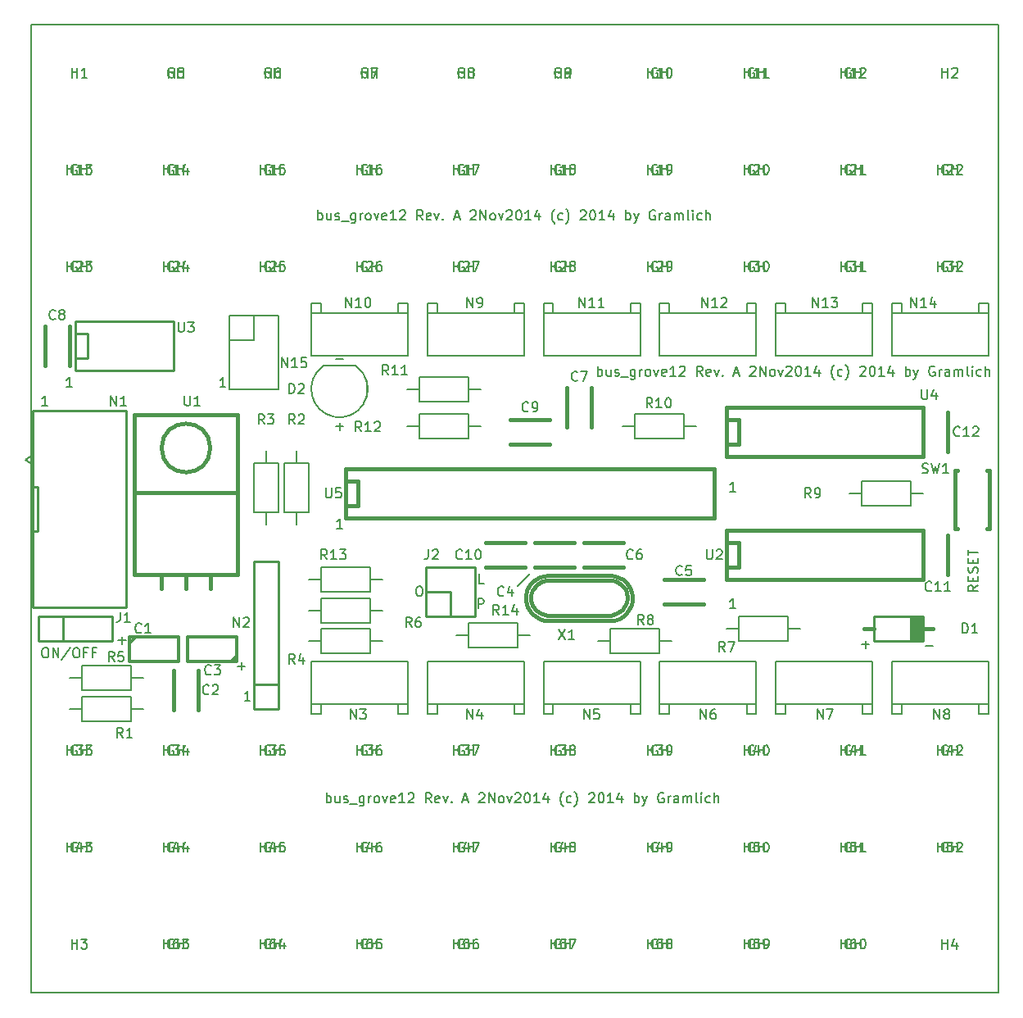
<source format=gto>
%FSLAX36Y36*%
G04 Gerber Fmt 3.6, Leading zero omitted, Abs format (unit inch)*
G04 Created by KiCad (PCBNEW (2014-jul-16 BZR unknown)-product) date Sun 02 Nov 2014 04:51:11 PM PST*
%MOIN*%
G01*
G04 APERTURE LIST*
%ADD10C,0.003937*%
%ADD11C,0.008000*%
%ADD12C,0.012000*%
%ADD13C,0.015000*%
%ADD14C,0.010000*%
%ADD15C,0.005906*%
G04 APERTURE END LIST*
D10*
D11*
X3546191Y-4253095D02*
X3553810Y-4253095D01*
X3557619Y-4255000D01*
X3561429Y-4258810D01*
X3563333Y-4266429D01*
X3563333Y-4279762D01*
X3561429Y-4287381D01*
X3557619Y-4291190D01*
X3553810Y-4293095D01*
X3546191Y-4293095D01*
X3542381Y-4291190D01*
X3538571Y-4287381D01*
X3536667Y-4279762D01*
X3536667Y-4266429D01*
X3538571Y-4258810D01*
X3542381Y-4255000D01*
X3546191Y-4253095D01*
X3789524Y-4343095D02*
X3789524Y-4303095D01*
X3804762Y-4303095D01*
X3808571Y-4305000D01*
X3810476Y-4306905D01*
X3812381Y-4310714D01*
X3812381Y-4316429D01*
X3810476Y-4320238D01*
X3808571Y-4322143D01*
X3804762Y-4324048D01*
X3789524Y-4324048D01*
X3812381Y-4243095D02*
X3793333Y-4243095D01*
X3793333Y-4203095D01*
X4275105Y-3397295D02*
X4275105Y-3357295D01*
X4275105Y-3372533D02*
X4278914Y-3370629D01*
X4286533Y-3370629D01*
X4290343Y-3372533D01*
X4292248Y-3374438D01*
X4294152Y-3378248D01*
X4294152Y-3389676D01*
X4292248Y-3393486D01*
X4290343Y-3395390D01*
X4286533Y-3397295D01*
X4278914Y-3397295D01*
X4275105Y-3395390D01*
X4328438Y-3370629D02*
X4328438Y-3397295D01*
X4311295Y-3370629D02*
X4311295Y-3391581D01*
X4313200Y-3395390D01*
X4317010Y-3397295D01*
X4322724Y-3397295D01*
X4326533Y-3395390D01*
X4328438Y-3393486D01*
X4345581Y-3395390D02*
X4349391Y-3397295D01*
X4357010Y-3397295D01*
X4360819Y-3395390D01*
X4362724Y-3391581D01*
X4362724Y-3389676D01*
X4360819Y-3385867D01*
X4357010Y-3383962D01*
X4351295Y-3383962D01*
X4347486Y-3382057D01*
X4345581Y-3378248D01*
X4345581Y-3376343D01*
X4347486Y-3372533D01*
X4351295Y-3370629D01*
X4357010Y-3370629D01*
X4360819Y-3372533D01*
X4370343Y-3401105D02*
X4400819Y-3401105D01*
X4427486Y-3370629D02*
X4427486Y-3403010D01*
X4425581Y-3406819D01*
X4423676Y-3408724D01*
X4419867Y-3410629D01*
X4414152Y-3410629D01*
X4410343Y-3408724D01*
X4427486Y-3395390D02*
X4423676Y-3397295D01*
X4416057Y-3397295D01*
X4412248Y-3395390D01*
X4410343Y-3393486D01*
X4408438Y-3389676D01*
X4408438Y-3378248D01*
X4410343Y-3374438D01*
X4412248Y-3372533D01*
X4416057Y-3370629D01*
X4423676Y-3370629D01*
X4427486Y-3372533D01*
X4446533Y-3397295D02*
X4446533Y-3370629D01*
X4446533Y-3378248D02*
X4448438Y-3374438D01*
X4450343Y-3372533D01*
X4454152Y-3370629D01*
X4457962Y-3370629D01*
X4477010Y-3397295D02*
X4473200Y-3395390D01*
X4471295Y-3393486D01*
X4469391Y-3389676D01*
X4469391Y-3378248D01*
X4471295Y-3374438D01*
X4473200Y-3372533D01*
X4477010Y-3370629D01*
X4482724Y-3370629D01*
X4486533Y-3372533D01*
X4488438Y-3374438D01*
X4490343Y-3378248D01*
X4490343Y-3389676D01*
X4488438Y-3393486D01*
X4486533Y-3395390D01*
X4482724Y-3397295D01*
X4477010Y-3397295D01*
X4503676Y-3370629D02*
X4513200Y-3397295D01*
X4522724Y-3370629D01*
X4553200Y-3395390D02*
X4549391Y-3397295D01*
X4541771Y-3397295D01*
X4537962Y-3395390D01*
X4536057Y-3391581D01*
X4536057Y-3376343D01*
X4537962Y-3372533D01*
X4541771Y-3370629D01*
X4549391Y-3370629D01*
X4553200Y-3372533D01*
X4555105Y-3376343D01*
X4555105Y-3380152D01*
X4536057Y-3383962D01*
X4593200Y-3397295D02*
X4570343Y-3397295D01*
X4581771Y-3397295D02*
X4581771Y-3357295D01*
X4577962Y-3363010D01*
X4574152Y-3366819D01*
X4570343Y-3368724D01*
X4608438Y-3361105D02*
X4610343Y-3359200D01*
X4614152Y-3357295D01*
X4623676Y-3357295D01*
X4627486Y-3359200D01*
X4629391Y-3361105D01*
X4631295Y-3364914D01*
X4631295Y-3368724D01*
X4629391Y-3374438D01*
X4606533Y-3397295D01*
X4631295Y-3397295D01*
X4701771Y-3397295D02*
X4688438Y-3378248D01*
X4678914Y-3397295D02*
X4678914Y-3357295D01*
X4694152Y-3357295D01*
X4697962Y-3359200D01*
X4699867Y-3361105D01*
X4701771Y-3364914D01*
X4701771Y-3370629D01*
X4699867Y-3374438D01*
X4697962Y-3376343D01*
X4694152Y-3378248D01*
X4678914Y-3378248D01*
X4734152Y-3395390D02*
X4730343Y-3397295D01*
X4722724Y-3397295D01*
X4718914Y-3395390D01*
X4717010Y-3391581D01*
X4717010Y-3376343D01*
X4718914Y-3372533D01*
X4722724Y-3370629D01*
X4730343Y-3370629D01*
X4734152Y-3372533D01*
X4736057Y-3376343D01*
X4736057Y-3380152D01*
X4717010Y-3383962D01*
X4749391Y-3370629D02*
X4758914Y-3397295D01*
X4768438Y-3370629D01*
X4783676Y-3393486D02*
X4785581Y-3395390D01*
X4783676Y-3397295D01*
X4781771Y-3395390D01*
X4783676Y-3393486D01*
X4783676Y-3397295D01*
X4831295Y-3385867D02*
X4850343Y-3385867D01*
X4827486Y-3397295D02*
X4840819Y-3357295D01*
X4854152Y-3397295D01*
X4896057Y-3361105D02*
X4897962Y-3359200D01*
X4901771Y-3357295D01*
X4911295Y-3357295D01*
X4915105Y-3359200D01*
X4917010Y-3361105D01*
X4918914Y-3364914D01*
X4918914Y-3368724D01*
X4917010Y-3374438D01*
X4894152Y-3397295D01*
X4918914Y-3397295D01*
X4936057Y-3397295D02*
X4936057Y-3357295D01*
X4958914Y-3397295D01*
X4958914Y-3357295D01*
X4983676Y-3397295D02*
X4979867Y-3395390D01*
X4977962Y-3393486D01*
X4976057Y-3389676D01*
X4976057Y-3378248D01*
X4977962Y-3374438D01*
X4979867Y-3372533D01*
X4983676Y-3370629D01*
X4989390Y-3370629D01*
X4993200Y-3372533D01*
X4995105Y-3374438D01*
X4997010Y-3378248D01*
X4997010Y-3389676D01*
X4995105Y-3393486D01*
X4993200Y-3395390D01*
X4989390Y-3397295D01*
X4983676Y-3397295D01*
X5010343Y-3370629D02*
X5019867Y-3397295D01*
X5029390Y-3370629D01*
X5042724Y-3361105D02*
X5044629Y-3359200D01*
X5048438Y-3357295D01*
X5057962Y-3357295D01*
X5061771Y-3359200D01*
X5063676Y-3361105D01*
X5065581Y-3364914D01*
X5065581Y-3368724D01*
X5063676Y-3374438D01*
X5040819Y-3397295D01*
X5065581Y-3397295D01*
X5090343Y-3357295D02*
X5094152Y-3357295D01*
X5097962Y-3359200D01*
X5099867Y-3361105D01*
X5101771Y-3364914D01*
X5103676Y-3372533D01*
X5103676Y-3382057D01*
X5101771Y-3389676D01*
X5099867Y-3393486D01*
X5097962Y-3395390D01*
X5094152Y-3397295D01*
X5090343Y-3397295D01*
X5086533Y-3395390D01*
X5084629Y-3393486D01*
X5082724Y-3389676D01*
X5080819Y-3382057D01*
X5080819Y-3372533D01*
X5082724Y-3364914D01*
X5084629Y-3361105D01*
X5086533Y-3359200D01*
X5090343Y-3357295D01*
X5141771Y-3397295D02*
X5118914Y-3397295D01*
X5130343Y-3397295D02*
X5130343Y-3357295D01*
X5126533Y-3363010D01*
X5122724Y-3366819D01*
X5118914Y-3368724D01*
X5176057Y-3370629D02*
X5176057Y-3397295D01*
X5166533Y-3355390D02*
X5157010Y-3383962D01*
X5181771Y-3383962D01*
X5238914Y-3412533D02*
X5237010Y-3410629D01*
X5233200Y-3404914D01*
X5231295Y-3401105D01*
X5229390Y-3395390D01*
X5227486Y-3385867D01*
X5227486Y-3378248D01*
X5229390Y-3368724D01*
X5231295Y-3363010D01*
X5233200Y-3359200D01*
X5237010Y-3353486D01*
X5238914Y-3351581D01*
X5271295Y-3395390D02*
X5267486Y-3397295D01*
X5259867Y-3397295D01*
X5256057Y-3395390D01*
X5254152Y-3393486D01*
X5252248Y-3389676D01*
X5252248Y-3378248D01*
X5254152Y-3374438D01*
X5256057Y-3372533D01*
X5259867Y-3370629D01*
X5267486Y-3370629D01*
X5271295Y-3372533D01*
X5284629Y-3412533D02*
X5286533Y-3410629D01*
X5290343Y-3404914D01*
X5292248Y-3401105D01*
X5294152Y-3395390D01*
X5296057Y-3385867D01*
X5296057Y-3378248D01*
X5294152Y-3368724D01*
X5292248Y-3363010D01*
X5290343Y-3359200D01*
X5286533Y-3353486D01*
X5284629Y-3351581D01*
X5343676Y-3361105D02*
X5345581Y-3359200D01*
X5349390Y-3357295D01*
X5358914Y-3357295D01*
X5362724Y-3359200D01*
X5364629Y-3361105D01*
X5366533Y-3364914D01*
X5366533Y-3368724D01*
X5364629Y-3374438D01*
X5341771Y-3397295D01*
X5366533Y-3397295D01*
X5391295Y-3357295D02*
X5395105Y-3357295D01*
X5398914Y-3359200D01*
X5400819Y-3361105D01*
X5402724Y-3364914D01*
X5404629Y-3372533D01*
X5404629Y-3382057D01*
X5402724Y-3389676D01*
X5400819Y-3393486D01*
X5398914Y-3395390D01*
X5395105Y-3397295D01*
X5391295Y-3397295D01*
X5387486Y-3395390D01*
X5385581Y-3393486D01*
X5383676Y-3389676D01*
X5381771Y-3382057D01*
X5381771Y-3372533D01*
X5383676Y-3364914D01*
X5385581Y-3361105D01*
X5387486Y-3359200D01*
X5391295Y-3357295D01*
X5442724Y-3397295D02*
X5419867Y-3397295D01*
X5431295Y-3397295D02*
X5431295Y-3357295D01*
X5427486Y-3363010D01*
X5423676Y-3366819D01*
X5419867Y-3368724D01*
X5477009Y-3370629D02*
X5477009Y-3397295D01*
X5467486Y-3355390D02*
X5457962Y-3383962D01*
X5482724Y-3383962D01*
X5528438Y-3397295D02*
X5528438Y-3357295D01*
X5528438Y-3372533D02*
X5532248Y-3370629D01*
X5539867Y-3370629D01*
X5543676Y-3372533D01*
X5545581Y-3374438D01*
X5547486Y-3378248D01*
X5547486Y-3389676D01*
X5545581Y-3393486D01*
X5543676Y-3395390D01*
X5539867Y-3397295D01*
X5532248Y-3397295D01*
X5528438Y-3395390D01*
X5560819Y-3370629D02*
X5570343Y-3397295D01*
X5579867Y-3370629D02*
X5570343Y-3397295D01*
X5566533Y-3406819D01*
X5564629Y-3408724D01*
X5560819Y-3410629D01*
X5646533Y-3359200D02*
X5642724Y-3357295D01*
X5637009Y-3357295D01*
X5631295Y-3359200D01*
X5627486Y-3363010D01*
X5625581Y-3366819D01*
X5623676Y-3374438D01*
X5623676Y-3380152D01*
X5625581Y-3387771D01*
X5627486Y-3391581D01*
X5631295Y-3395390D01*
X5637009Y-3397295D01*
X5640819Y-3397295D01*
X5646533Y-3395390D01*
X5648438Y-3393486D01*
X5648438Y-3380152D01*
X5640819Y-3380152D01*
X5665581Y-3397295D02*
X5665581Y-3370629D01*
X5665581Y-3378248D02*
X5667486Y-3374438D01*
X5669390Y-3372533D01*
X5673200Y-3370629D01*
X5677009Y-3370629D01*
X5707486Y-3397295D02*
X5707486Y-3376343D01*
X5705581Y-3372533D01*
X5701771Y-3370629D01*
X5694152Y-3370629D01*
X5690343Y-3372533D01*
X5707486Y-3395390D02*
X5703676Y-3397295D01*
X5694152Y-3397295D01*
X5690343Y-3395390D01*
X5688438Y-3391581D01*
X5688438Y-3387771D01*
X5690343Y-3383962D01*
X5694152Y-3382057D01*
X5703676Y-3382057D01*
X5707486Y-3380152D01*
X5726533Y-3397295D02*
X5726533Y-3370629D01*
X5726533Y-3374438D02*
X5728438Y-3372533D01*
X5732248Y-3370629D01*
X5737962Y-3370629D01*
X5741771Y-3372533D01*
X5743676Y-3376343D01*
X5743676Y-3397295D01*
X5743676Y-3376343D02*
X5745581Y-3372533D01*
X5749390Y-3370629D01*
X5755105Y-3370629D01*
X5758914Y-3372533D01*
X5760819Y-3376343D01*
X5760819Y-3397295D01*
X5785581Y-3397295D02*
X5781771Y-3395390D01*
X5779867Y-3391581D01*
X5779867Y-3357295D01*
X5800819Y-3397295D02*
X5800819Y-3370629D01*
X5800819Y-3357295D02*
X5798914Y-3359200D01*
X5800819Y-3361105D01*
X5802724Y-3359200D01*
X5800819Y-3357295D01*
X5800819Y-3361105D01*
X5837009Y-3395390D02*
X5833200Y-3397295D01*
X5825581Y-3397295D01*
X5821771Y-3395390D01*
X5819867Y-3393486D01*
X5817962Y-3389676D01*
X5817962Y-3378248D01*
X5819867Y-3374438D01*
X5821771Y-3372533D01*
X5825581Y-3370629D01*
X5833200Y-3370629D01*
X5837009Y-3372533D01*
X5854152Y-3397295D02*
X5854152Y-3357295D01*
X5871295Y-3397295D02*
X5871295Y-3376343D01*
X5869390Y-3372533D01*
X5865581Y-3370629D01*
X5859867Y-3370629D01*
X5856057Y-3372533D01*
X5854152Y-3374438D01*
X3136905Y-2763095D02*
X3136905Y-2723095D01*
X3136905Y-2738333D02*
X3140714Y-2736429D01*
X3148333Y-2736429D01*
X3152143Y-2738333D01*
X3154048Y-2740238D01*
X3155952Y-2744048D01*
X3155952Y-2755476D01*
X3154048Y-2759286D01*
X3152143Y-2761190D01*
X3148333Y-2763095D01*
X3140714Y-2763095D01*
X3136905Y-2761190D01*
X3190238Y-2736429D02*
X3190238Y-2763095D01*
X3173095Y-2736429D02*
X3173095Y-2757381D01*
X3175000Y-2761190D01*
X3178810Y-2763095D01*
X3184524Y-2763095D01*
X3188333Y-2761190D01*
X3190238Y-2759286D01*
X3207381Y-2761190D02*
X3211191Y-2763095D01*
X3218810Y-2763095D01*
X3222619Y-2761190D01*
X3224524Y-2757381D01*
X3224524Y-2755476D01*
X3222619Y-2751667D01*
X3218810Y-2749762D01*
X3213095Y-2749762D01*
X3209286Y-2747857D01*
X3207381Y-2744048D01*
X3207381Y-2742143D01*
X3209286Y-2738333D01*
X3213095Y-2736429D01*
X3218810Y-2736429D01*
X3222619Y-2738333D01*
X3232143Y-2766905D02*
X3262619Y-2766905D01*
X3289286Y-2736429D02*
X3289286Y-2768810D01*
X3287381Y-2772619D01*
X3285476Y-2774524D01*
X3281667Y-2776429D01*
X3275952Y-2776429D01*
X3272143Y-2774524D01*
X3289286Y-2761190D02*
X3285476Y-2763095D01*
X3277857Y-2763095D01*
X3274048Y-2761190D01*
X3272143Y-2759286D01*
X3270238Y-2755476D01*
X3270238Y-2744048D01*
X3272143Y-2740238D01*
X3274048Y-2738333D01*
X3277857Y-2736429D01*
X3285476Y-2736429D01*
X3289286Y-2738333D01*
X3308333Y-2763095D02*
X3308333Y-2736429D01*
X3308333Y-2744048D02*
X3310238Y-2740238D01*
X3312143Y-2738333D01*
X3315952Y-2736429D01*
X3319762Y-2736429D01*
X3338810Y-2763095D02*
X3335000Y-2761190D01*
X3333095Y-2759286D01*
X3331191Y-2755476D01*
X3331191Y-2744048D01*
X3333095Y-2740238D01*
X3335000Y-2738333D01*
X3338810Y-2736429D01*
X3344524Y-2736429D01*
X3348333Y-2738333D01*
X3350238Y-2740238D01*
X3352143Y-2744048D01*
X3352143Y-2755476D01*
X3350238Y-2759286D01*
X3348333Y-2761190D01*
X3344524Y-2763095D01*
X3338810Y-2763095D01*
X3365476Y-2736429D02*
X3375000Y-2763095D01*
X3384524Y-2736429D01*
X3415000Y-2761190D02*
X3411191Y-2763095D01*
X3403571Y-2763095D01*
X3399762Y-2761190D01*
X3397857Y-2757381D01*
X3397857Y-2742143D01*
X3399762Y-2738333D01*
X3403571Y-2736429D01*
X3411191Y-2736429D01*
X3415000Y-2738333D01*
X3416905Y-2742143D01*
X3416905Y-2745952D01*
X3397857Y-2749762D01*
X3455000Y-2763095D02*
X3432143Y-2763095D01*
X3443571Y-2763095D02*
X3443571Y-2723095D01*
X3439762Y-2728810D01*
X3435952Y-2732619D01*
X3432143Y-2734524D01*
X3470238Y-2726905D02*
X3472143Y-2725000D01*
X3475952Y-2723095D01*
X3485476Y-2723095D01*
X3489286Y-2725000D01*
X3491191Y-2726905D01*
X3493095Y-2730714D01*
X3493095Y-2734524D01*
X3491191Y-2740238D01*
X3468333Y-2763095D01*
X3493095Y-2763095D01*
X3563571Y-2763095D02*
X3550238Y-2744048D01*
X3540714Y-2763095D02*
X3540714Y-2723095D01*
X3555952Y-2723095D01*
X3559762Y-2725000D01*
X3561667Y-2726905D01*
X3563571Y-2730714D01*
X3563571Y-2736429D01*
X3561667Y-2740238D01*
X3559762Y-2742143D01*
X3555952Y-2744048D01*
X3540714Y-2744048D01*
X3595952Y-2761190D02*
X3592143Y-2763095D01*
X3584524Y-2763095D01*
X3580714Y-2761190D01*
X3578810Y-2757381D01*
X3578810Y-2742143D01*
X3580714Y-2738333D01*
X3584524Y-2736429D01*
X3592143Y-2736429D01*
X3595952Y-2738333D01*
X3597857Y-2742143D01*
X3597857Y-2745952D01*
X3578810Y-2749762D01*
X3611191Y-2736429D02*
X3620714Y-2763095D01*
X3630238Y-2736429D01*
X3645476Y-2759286D02*
X3647381Y-2761190D01*
X3645476Y-2763095D01*
X3643571Y-2761190D01*
X3645476Y-2759286D01*
X3645476Y-2763095D01*
X3693095Y-2751667D02*
X3712143Y-2751667D01*
X3689286Y-2763095D02*
X3702619Y-2723095D01*
X3715952Y-2763095D01*
X3757857Y-2726905D02*
X3759762Y-2725000D01*
X3763571Y-2723095D01*
X3773095Y-2723095D01*
X3776905Y-2725000D01*
X3778810Y-2726905D01*
X3780714Y-2730714D01*
X3780714Y-2734524D01*
X3778810Y-2740238D01*
X3755952Y-2763095D01*
X3780714Y-2763095D01*
X3797857Y-2763095D02*
X3797857Y-2723095D01*
X3820714Y-2763095D01*
X3820714Y-2723095D01*
X3845476Y-2763095D02*
X3841667Y-2761190D01*
X3839762Y-2759286D01*
X3837857Y-2755476D01*
X3837857Y-2744048D01*
X3839762Y-2740238D01*
X3841667Y-2738333D01*
X3845476Y-2736429D01*
X3851190Y-2736429D01*
X3855000Y-2738333D01*
X3856905Y-2740238D01*
X3858810Y-2744048D01*
X3858810Y-2755476D01*
X3856905Y-2759286D01*
X3855000Y-2761190D01*
X3851190Y-2763095D01*
X3845476Y-2763095D01*
X3872143Y-2736429D02*
X3881667Y-2763095D01*
X3891190Y-2736429D01*
X3904524Y-2726905D02*
X3906429Y-2725000D01*
X3910238Y-2723095D01*
X3919762Y-2723095D01*
X3923571Y-2725000D01*
X3925476Y-2726905D01*
X3927381Y-2730714D01*
X3927381Y-2734524D01*
X3925476Y-2740238D01*
X3902619Y-2763095D01*
X3927381Y-2763095D01*
X3952143Y-2723095D02*
X3955952Y-2723095D01*
X3959762Y-2725000D01*
X3961667Y-2726905D01*
X3963571Y-2730714D01*
X3965476Y-2738333D01*
X3965476Y-2747857D01*
X3963571Y-2755476D01*
X3961667Y-2759286D01*
X3959762Y-2761190D01*
X3955952Y-2763095D01*
X3952143Y-2763095D01*
X3948333Y-2761190D01*
X3946429Y-2759286D01*
X3944524Y-2755476D01*
X3942619Y-2747857D01*
X3942619Y-2738333D01*
X3944524Y-2730714D01*
X3946429Y-2726905D01*
X3948333Y-2725000D01*
X3952143Y-2723095D01*
X4003571Y-2763095D02*
X3980714Y-2763095D01*
X3992143Y-2763095D02*
X3992143Y-2723095D01*
X3988333Y-2728810D01*
X3984524Y-2732619D01*
X3980714Y-2734524D01*
X4037857Y-2736429D02*
X4037857Y-2763095D01*
X4028333Y-2721190D02*
X4018810Y-2749762D01*
X4043571Y-2749762D01*
X4100714Y-2778333D02*
X4098810Y-2776429D01*
X4095000Y-2770714D01*
X4093095Y-2766905D01*
X4091190Y-2761190D01*
X4089286Y-2751667D01*
X4089286Y-2744048D01*
X4091190Y-2734524D01*
X4093095Y-2728810D01*
X4095000Y-2725000D01*
X4098810Y-2719286D01*
X4100714Y-2717381D01*
X4133095Y-2761190D02*
X4129286Y-2763095D01*
X4121667Y-2763095D01*
X4117857Y-2761190D01*
X4115952Y-2759286D01*
X4114048Y-2755476D01*
X4114048Y-2744048D01*
X4115952Y-2740238D01*
X4117857Y-2738333D01*
X4121667Y-2736429D01*
X4129286Y-2736429D01*
X4133095Y-2738333D01*
X4146429Y-2778333D02*
X4148333Y-2776429D01*
X4152143Y-2770714D01*
X4154048Y-2766905D01*
X4155952Y-2761190D01*
X4157857Y-2751667D01*
X4157857Y-2744048D01*
X4155952Y-2734524D01*
X4154048Y-2728810D01*
X4152143Y-2725000D01*
X4148333Y-2719286D01*
X4146429Y-2717381D01*
X4205476Y-2726905D02*
X4207381Y-2725000D01*
X4211190Y-2723095D01*
X4220714Y-2723095D01*
X4224524Y-2725000D01*
X4226429Y-2726905D01*
X4228333Y-2730714D01*
X4228333Y-2734524D01*
X4226429Y-2740238D01*
X4203571Y-2763095D01*
X4228333Y-2763095D01*
X4253095Y-2723095D02*
X4256905Y-2723095D01*
X4260714Y-2725000D01*
X4262619Y-2726905D01*
X4264524Y-2730714D01*
X4266429Y-2738333D01*
X4266429Y-2747857D01*
X4264524Y-2755476D01*
X4262619Y-2759286D01*
X4260714Y-2761190D01*
X4256905Y-2763095D01*
X4253095Y-2763095D01*
X4249286Y-2761190D01*
X4247381Y-2759286D01*
X4245476Y-2755476D01*
X4243571Y-2747857D01*
X4243571Y-2738333D01*
X4245476Y-2730714D01*
X4247381Y-2726905D01*
X4249286Y-2725000D01*
X4253095Y-2723095D01*
X4304524Y-2763095D02*
X4281667Y-2763095D01*
X4293095Y-2763095D02*
X4293095Y-2723095D01*
X4289286Y-2728810D01*
X4285476Y-2732619D01*
X4281667Y-2734524D01*
X4338809Y-2736429D02*
X4338809Y-2763095D01*
X4329286Y-2721190D02*
X4319762Y-2749762D01*
X4344524Y-2749762D01*
X4390238Y-2763095D02*
X4390238Y-2723095D01*
X4390238Y-2738333D02*
X4394048Y-2736429D01*
X4401667Y-2736429D01*
X4405476Y-2738333D01*
X4407381Y-2740238D01*
X4409286Y-2744048D01*
X4409286Y-2755476D01*
X4407381Y-2759286D01*
X4405476Y-2761190D01*
X4401667Y-2763095D01*
X4394048Y-2763095D01*
X4390238Y-2761190D01*
X4422619Y-2736429D02*
X4432143Y-2763095D01*
X4441667Y-2736429D02*
X4432143Y-2763095D01*
X4428333Y-2772619D01*
X4426429Y-2774524D01*
X4422619Y-2776429D01*
X4508333Y-2725000D02*
X4504524Y-2723095D01*
X4498809Y-2723095D01*
X4493095Y-2725000D01*
X4489286Y-2728810D01*
X4487381Y-2732619D01*
X4485476Y-2740238D01*
X4485476Y-2745952D01*
X4487381Y-2753571D01*
X4489286Y-2757381D01*
X4493095Y-2761190D01*
X4498809Y-2763095D01*
X4502619Y-2763095D01*
X4508333Y-2761190D01*
X4510238Y-2759286D01*
X4510238Y-2745952D01*
X4502619Y-2745952D01*
X4527381Y-2763095D02*
X4527381Y-2736429D01*
X4527381Y-2744048D02*
X4529286Y-2740238D01*
X4531190Y-2738333D01*
X4535000Y-2736429D01*
X4538809Y-2736429D01*
X4569286Y-2763095D02*
X4569286Y-2742143D01*
X4567381Y-2738333D01*
X4563571Y-2736429D01*
X4555952Y-2736429D01*
X4552143Y-2738333D01*
X4569286Y-2761190D02*
X4565476Y-2763095D01*
X4555952Y-2763095D01*
X4552143Y-2761190D01*
X4550238Y-2757381D01*
X4550238Y-2753571D01*
X4552143Y-2749762D01*
X4555952Y-2747857D01*
X4565476Y-2747857D01*
X4569286Y-2745952D01*
X4588333Y-2763095D02*
X4588333Y-2736429D01*
X4588333Y-2740238D02*
X4590238Y-2738333D01*
X4594048Y-2736429D01*
X4599762Y-2736429D01*
X4603571Y-2738333D01*
X4605476Y-2742143D01*
X4605476Y-2763095D01*
X4605476Y-2742143D02*
X4607381Y-2738333D01*
X4611190Y-2736429D01*
X4616905Y-2736429D01*
X4620714Y-2738333D01*
X4622619Y-2742143D01*
X4622619Y-2763095D01*
X4647381Y-2763095D02*
X4643571Y-2761190D01*
X4641667Y-2757381D01*
X4641667Y-2723095D01*
X4662619Y-2763095D02*
X4662619Y-2736429D01*
X4662619Y-2723095D02*
X4660714Y-2725000D01*
X4662619Y-2726905D01*
X4664524Y-2725000D01*
X4662619Y-2723095D01*
X4662619Y-2726905D01*
X4698809Y-2761190D02*
X4695000Y-2763095D01*
X4687381Y-2763095D01*
X4683571Y-2761190D01*
X4681667Y-2759286D01*
X4679762Y-2755476D01*
X4679762Y-2744048D01*
X4681667Y-2740238D01*
X4683571Y-2738333D01*
X4687381Y-2736429D01*
X4695000Y-2736429D01*
X4698809Y-2738333D01*
X4715952Y-2763095D02*
X4715952Y-2723095D01*
X4733095Y-2763095D02*
X4733095Y-2742143D01*
X4731190Y-2738333D01*
X4727381Y-2736429D01*
X4721667Y-2736429D01*
X4717857Y-2738333D01*
X4715952Y-2740238D01*
X3171905Y-5133095D02*
X3171905Y-5093095D01*
X3171905Y-5108333D02*
X3175714Y-5106429D01*
X3183333Y-5106429D01*
X3187143Y-5108333D01*
X3189048Y-5110238D01*
X3190952Y-5114048D01*
X3190952Y-5125476D01*
X3189048Y-5129286D01*
X3187143Y-5131190D01*
X3183333Y-5133095D01*
X3175714Y-5133095D01*
X3171905Y-5131190D01*
X3225238Y-5106429D02*
X3225238Y-5133095D01*
X3208095Y-5106429D02*
X3208095Y-5127381D01*
X3210000Y-5131190D01*
X3213810Y-5133095D01*
X3219524Y-5133095D01*
X3223333Y-5131190D01*
X3225238Y-5129286D01*
X3242381Y-5131190D02*
X3246191Y-5133095D01*
X3253810Y-5133095D01*
X3257619Y-5131190D01*
X3259524Y-5127381D01*
X3259524Y-5125476D01*
X3257619Y-5121667D01*
X3253810Y-5119762D01*
X3248095Y-5119762D01*
X3244286Y-5117857D01*
X3242381Y-5114048D01*
X3242381Y-5112143D01*
X3244286Y-5108333D01*
X3248095Y-5106429D01*
X3253810Y-5106429D01*
X3257619Y-5108333D01*
X3267143Y-5136905D02*
X3297619Y-5136905D01*
X3324286Y-5106429D02*
X3324286Y-5138810D01*
X3322381Y-5142619D01*
X3320476Y-5144524D01*
X3316667Y-5146429D01*
X3310952Y-5146429D01*
X3307143Y-5144524D01*
X3324286Y-5131190D02*
X3320476Y-5133095D01*
X3312857Y-5133095D01*
X3309048Y-5131190D01*
X3307143Y-5129286D01*
X3305238Y-5125476D01*
X3305238Y-5114048D01*
X3307143Y-5110238D01*
X3309048Y-5108333D01*
X3312857Y-5106429D01*
X3320476Y-5106429D01*
X3324286Y-5108333D01*
X3343333Y-5133095D02*
X3343333Y-5106429D01*
X3343333Y-5114048D02*
X3345238Y-5110238D01*
X3347143Y-5108333D01*
X3350952Y-5106429D01*
X3354762Y-5106429D01*
X3373810Y-5133095D02*
X3370000Y-5131190D01*
X3368095Y-5129286D01*
X3366191Y-5125476D01*
X3366191Y-5114048D01*
X3368095Y-5110238D01*
X3370000Y-5108333D01*
X3373810Y-5106429D01*
X3379524Y-5106429D01*
X3383333Y-5108333D01*
X3385238Y-5110238D01*
X3387143Y-5114048D01*
X3387143Y-5125476D01*
X3385238Y-5129286D01*
X3383333Y-5131190D01*
X3379524Y-5133095D01*
X3373810Y-5133095D01*
X3400476Y-5106429D02*
X3410000Y-5133095D01*
X3419524Y-5106429D01*
X3450000Y-5131190D02*
X3446191Y-5133095D01*
X3438571Y-5133095D01*
X3434762Y-5131190D01*
X3432857Y-5127381D01*
X3432857Y-5112143D01*
X3434762Y-5108333D01*
X3438571Y-5106429D01*
X3446191Y-5106429D01*
X3450000Y-5108333D01*
X3451905Y-5112143D01*
X3451905Y-5115952D01*
X3432857Y-5119762D01*
X3490000Y-5133095D02*
X3467143Y-5133095D01*
X3478571Y-5133095D02*
X3478571Y-5093095D01*
X3474762Y-5098810D01*
X3470952Y-5102619D01*
X3467143Y-5104524D01*
X3505238Y-5096905D02*
X3507143Y-5095000D01*
X3510952Y-5093095D01*
X3520476Y-5093095D01*
X3524286Y-5095000D01*
X3526191Y-5096905D01*
X3528095Y-5100714D01*
X3528095Y-5104524D01*
X3526191Y-5110238D01*
X3503333Y-5133095D01*
X3528095Y-5133095D01*
X3598571Y-5133095D02*
X3585238Y-5114048D01*
X3575714Y-5133095D02*
X3575714Y-5093095D01*
X3590952Y-5093095D01*
X3594762Y-5095000D01*
X3596667Y-5096905D01*
X3598571Y-5100714D01*
X3598571Y-5106429D01*
X3596667Y-5110238D01*
X3594762Y-5112143D01*
X3590952Y-5114048D01*
X3575714Y-5114048D01*
X3630952Y-5131190D02*
X3627143Y-5133095D01*
X3619524Y-5133095D01*
X3615714Y-5131190D01*
X3613810Y-5127381D01*
X3613810Y-5112143D01*
X3615714Y-5108333D01*
X3619524Y-5106429D01*
X3627143Y-5106429D01*
X3630952Y-5108333D01*
X3632857Y-5112143D01*
X3632857Y-5115952D01*
X3613810Y-5119762D01*
X3646191Y-5106429D02*
X3655714Y-5133095D01*
X3665238Y-5106429D01*
X3680476Y-5129286D02*
X3682381Y-5131190D01*
X3680476Y-5133095D01*
X3678571Y-5131190D01*
X3680476Y-5129286D01*
X3680476Y-5133095D01*
X3728095Y-5121667D02*
X3747143Y-5121667D01*
X3724286Y-5133095D02*
X3737619Y-5093095D01*
X3750952Y-5133095D01*
X3792857Y-5096905D02*
X3794762Y-5095000D01*
X3798571Y-5093095D01*
X3808095Y-5093095D01*
X3811905Y-5095000D01*
X3813810Y-5096905D01*
X3815714Y-5100714D01*
X3815714Y-5104524D01*
X3813810Y-5110238D01*
X3790952Y-5133095D01*
X3815714Y-5133095D01*
X3832857Y-5133095D02*
X3832857Y-5093095D01*
X3855714Y-5133095D01*
X3855714Y-5093095D01*
X3880476Y-5133095D02*
X3876667Y-5131190D01*
X3874762Y-5129286D01*
X3872857Y-5125476D01*
X3872857Y-5114048D01*
X3874762Y-5110238D01*
X3876667Y-5108333D01*
X3880476Y-5106429D01*
X3886190Y-5106429D01*
X3890000Y-5108333D01*
X3891905Y-5110238D01*
X3893810Y-5114048D01*
X3893810Y-5125476D01*
X3891905Y-5129286D01*
X3890000Y-5131190D01*
X3886190Y-5133095D01*
X3880476Y-5133095D01*
X3907143Y-5106429D02*
X3916667Y-5133095D01*
X3926190Y-5106429D01*
X3939524Y-5096905D02*
X3941429Y-5095000D01*
X3945238Y-5093095D01*
X3954762Y-5093095D01*
X3958571Y-5095000D01*
X3960476Y-5096905D01*
X3962381Y-5100714D01*
X3962381Y-5104524D01*
X3960476Y-5110238D01*
X3937619Y-5133095D01*
X3962381Y-5133095D01*
X3987143Y-5093095D02*
X3990952Y-5093095D01*
X3994762Y-5095000D01*
X3996667Y-5096905D01*
X3998571Y-5100714D01*
X4000476Y-5108333D01*
X4000476Y-5117857D01*
X3998571Y-5125476D01*
X3996667Y-5129286D01*
X3994762Y-5131190D01*
X3990952Y-5133095D01*
X3987143Y-5133095D01*
X3983333Y-5131190D01*
X3981429Y-5129286D01*
X3979524Y-5125476D01*
X3977619Y-5117857D01*
X3977619Y-5108333D01*
X3979524Y-5100714D01*
X3981429Y-5096905D01*
X3983333Y-5095000D01*
X3987143Y-5093095D01*
X4038571Y-5133095D02*
X4015714Y-5133095D01*
X4027143Y-5133095D02*
X4027143Y-5093095D01*
X4023333Y-5098810D01*
X4019524Y-5102619D01*
X4015714Y-5104524D01*
X4072857Y-5106429D02*
X4072857Y-5133095D01*
X4063333Y-5091190D02*
X4053810Y-5119762D01*
X4078571Y-5119762D01*
X4135714Y-5148333D02*
X4133810Y-5146429D01*
X4130000Y-5140714D01*
X4128095Y-5136905D01*
X4126190Y-5131190D01*
X4124286Y-5121667D01*
X4124286Y-5114048D01*
X4126190Y-5104524D01*
X4128095Y-5098810D01*
X4130000Y-5095000D01*
X4133810Y-5089286D01*
X4135714Y-5087381D01*
X4168095Y-5131190D02*
X4164286Y-5133095D01*
X4156667Y-5133095D01*
X4152857Y-5131190D01*
X4150952Y-5129286D01*
X4149048Y-5125476D01*
X4149048Y-5114048D01*
X4150952Y-5110238D01*
X4152857Y-5108333D01*
X4156667Y-5106429D01*
X4164286Y-5106429D01*
X4168095Y-5108333D01*
X4181429Y-5148333D02*
X4183333Y-5146429D01*
X4187143Y-5140714D01*
X4189048Y-5136905D01*
X4190952Y-5131190D01*
X4192857Y-5121667D01*
X4192857Y-5114048D01*
X4190952Y-5104524D01*
X4189048Y-5098810D01*
X4187143Y-5095000D01*
X4183333Y-5089286D01*
X4181429Y-5087381D01*
X4240476Y-5096905D02*
X4242381Y-5095000D01*
X4246190Y-5093095D01*
X4255714Y-5093095D01*
X4259524Y-5095000D01*
X4261429Y-5096905D01*
X4263333Y-5100714D01*
X4263333Y-5104524D01*
X4261429Y-5110238D01*
X4238571Y-5133095D01*
X4263333Y-5133095D01*
X4288095Y-5093095D02*
X4291905Y-5093095D01*
X4295714Y-5095000D01*
X4297619Y-5096905D01*
X4299524Y-5100714D01*
X4301429Y-5108333D01*
X4301429Y-5117857D01*
X4299524Y-5125476D01*
X4297619Y-5129286D01*
X4295714Y-5131190D01*
X4291905Y-5133095D01*
X4288095Y-5133095D01*
X4284286Y-5131190D01*
X4282381Y-5129286D01*
X4280476Y-5125476D01*
X4278571Y-5117857D01*
X4278571Y-5108333D01*
X4280476Y-5100714D01*
X4282381Y-5096905D01*
X4284286Y-5095000D01*
X4288095Y-5093095D01*
X4339524Y-5133095D02*
X4316667Y-5133095D01*
X4328095Y-5133095D02*
X4328095Y-5093095D01*
X4324286Y-5098810D01*
X4320476Y-5102619D01*
X4316667Y-5104524D01*
X4373809Y-5106429D02*
X4373809Y-5133095D01*
X4364286Y-5091190D02*
X4354762Y-5119762D01*
X4379524Y-5119762D01*
X4425238Y-5133095D02*
X4425238Y-5093095D01*
X4425238Y-5108333D02*
X4429048Y-5106429D01*
X4436667Y-5106429D01*
X4440476Y-5108333D01*
X4442381Y-5110238D01*
X4444286Y-5114048D01*
X4444286Y-5125476D01*
X4442381Y-5129286D01*
X4440476Y-5131190D01*
X4436667Y-5133095D01*
X4429048Y-5133095D01*
X4425238Y-5131190D01*
X4457619Y-5106429D02*
X4467143Y-5133095D01*
X4476667Y-5106429D02*
X4467143Y-5133095D01*
X4463333Y-5142619D01*
X4461429Y-5144524D01*
X4457619Y-5146429D01*
X4543333Y-5095000D02*
X4539524Y-5093095D01*
X4533809Y-5093095D01*
X4528095Y-5095000D01*
X4524286Y-5098810D01*
X4522381Y-5102619D01*
X4520476Y-5110238D01*
X4520476Y-5115952D01*
X4522381Y-5123571D01*
X4524286Y-5127381D01*
X4528095Y-5131190D01*
X4533809Y-5133095D01*
X4537619Y-5133095D01*
X4543333Y-5131190D01*
X4545238Y-5129286D01*
X4545238Y-5115952D01*
X4537619Y-5115952D01*
X4562381Y-5133095D02*
X4562381Y-5106429D01*
X4562381Y-5114048D02*
X4564286Y-5110238D01*
X4566190Y-5108333D01*
X4570000Y-5106429D01*
X4573809Y-5106429D01*
X4604286Y-5133095D02*
X4604286Y-5112143D01*
X4602381Y-5108333D01*
X4598571Y-5106429D01*
X4590952Y-5106429D01*
X4587143Y-5108333D01*
X4604286Y-5131190D02*
X4600476Y-5133095D01*
X4590952Y-5133095D01*
X4587143Y-5131190D01*
X4585238Y-5127381D01*
X4585238Y-5123571D01*
X4587143Y-5119762D01*
X4590952Y-5117857D01*
X4600476Y-5117857D01*
X4604286Y-5115952D01*
X4623333Y-5133095D02*
X4623333Y-5106429D01*
X4623333Y-5110238D02*
X4625238Y-5108333D01*
X4629048Y-5106429D01*
X4634762Y-5106429D01*
X4638571Y-5108333D01*
X4640476Y-5112143D01*
X4640476Y-5133095D01*
X4640476Y-5112143D02*
X4642381Y-5108333D01*
X4646190Y-5106429D01*
X4651905Y-5106429D01*
X4655714Y-5108333D01*
X4657619Y-5112143D01*
X4657619Y-5133095D01*
X4682381Y-5133095D02*
X4678571Y-5131190D01*
X4676667Y-5127381D01*
X4676667Y-5093095D01*
X4697619Y-5133095D02*
X4697619Y-5106429D01*
X4697619Y-5093095D02*
X4695714Y-5095000D01*
X4697619Y-5096905D01*
X4699524Y-5095000D01*
X4697619Y-5093095D01*
X4697619Y-5096905D01*
X4733809Y-5131190D02*
X4730000Y-5133095D01*
X4722381Y-5133095D01*
X4718571Y-5131190D01*
X4716667Y-5129286D01*
X4714762Y-5125476D01*
X4714762Y-5114048D01*
X4716667Y-5110238D01*
X4718571Y-5108333D01*
X4722381Y-5106429D01*
X4730000Y-5106429D01*
X4733809Y-5108333D01*
X4750952Y-5133095D02*
X4750952Y-5093095D01*
X4768095Y-5133095D02*
X4768095Y-5112143D01*
X4766190Y-5108333D01*
X4762381Y-5106429D01*
X4756667Y-5106429D01*
X4752857Y-5108333D01*
X4750952Y-5110238D01*
X5823095Y-4248095D02*
X5804048Y-4261429D01*
X5823095Y-4270952D02*
X5783095Y-4270952D01*
X5783095Y-4255714D01*
X5785000Y-4251905D01*
X5786905Y-4250000D01*
X5790714Y-4248095D01*
X5796429Y-4248095D01*
X5800238Y-4250000D01*
X5802143Y-4251905D01*
X5804048Y-4255714D01*
X5804048Y-4270952D01*
X5802143Y-4230952D02*
X5802143Y-4217619D01*
X5823095Y-4211905D02*
X5823095Y-4230952D01*
X5783095Y-4230952D01*
X5783095Y-4211905D01*
X5821190Y-4196667D02*
X5823095Y-4190952D01*
X5823095Y-4181429D01*
X5821190Y-4177619D01*
X5819286Y-4175714D01*
X5815476Y-4173810D01*
X5811667Y-4173810D01*
X5807857Y-4175714D01*
X5805952Y-4177619D01*
X5804048Y-4181429D01*
X5802143Y-4189048D01*
X5800238Y-4192857D01*
X5798333Y-4194762D01*
X5794524Y-4196667D01*
X5790714Y-4196667D01*
X5786905Y-4194762D01*
X5785000Y-4192857D01*
X5783095Y-4189048D01*
X5783095Y-4179524D01*
X5785000Y-4173810D01*
X5802143Y-4156667D02*
X5802143Y-4143333D01*
X5823095Y-4137619D02*
X5823095Y-4156667D01*
X5783095Y-4156667D01*
X5783095Y-4137619D01*
X5783095Y-4126190D02*
X5783095Y-4103333D01*
X5823095Y-4114762D02*
X5783095Y-4114762D01*
X2036429Y-3518095D02*
X2013571Y-3518095D01*
X2025000Y-3518095D02*
X2025000Y-3478095D01*
X2021191Y-3483810D01*
X2017381Y-3487619D01*
X2013571Y-3489524D01*
X4836429Y-4343095D02*
X4813571Y-4343095D01*
X4825000Y-4343095D02*
X4825000Y-4303095D01*
X4821191Y-4308810D01*
X4817381Y-4312619D01*
X4813571Y-4314524D01*
X4836429Y-3868095D02*
X4813571Y-3868095D01*
X4825000Y-3868095D02*
X4825000Y-3828095D01*
X4821191Y-3833810D01*
X4817381Y-3837619D01*
X4813571Y-3839524D01*
X2761429Y-3443095D02*
X2738571Y-3443095D01*
X2750000Y-3443095D02*
X2750000Y-3403095D01*
X2746191Y-3408810D01*
X2742381Y-3412619D01*
X2738571Y-3414524D01*
X2136429Y-3443095D02*
X2113571Y-3443095D01*
X2125000Y-3443095D02*
X2125000Y-3403095D01*
X2121191Y-3408810D01*
X2117381Y-3412619D01*
X2113571Y-3414524D01*
X2861429Y-4718095D02*
X2838571Y-4718095D01*
X2850000Y-4718095D02*
X2850000Y-4678095D01*
X2846191Y-4683810D01*
X2842381Y-4687619D01*
X2838571Y-4689524D01*
X3236429Y-4018095D02*
X3213571Y-4018095D01*
X3225000Y-4018095D02*
X3225000Y-3978095D01*
X3221191Y-3983810D01*
X3217381Y-3987619D01*
X3213571Y-3989524D01*
X4000000Y-4200000D02*
X3950000Y-4250000D01*
X2809762Y-4577857D02*
X2840238Y-4577857D01*
X2825000Y-4593095D02*
X2825000Y-4562619D01*
X2324762Y-4472857D02*
X2355238Y-4472857D01*
X2340000Y-4488095D02*
X2340000Y-4457619D01*
X2024048Y-4503095D02*
X2031667Y-4503095D01*
X2035476Y-4505000D01*
X2039286Y-4508810D01*
X2041190Y-4516429D01*
X2041190Y-4529762D01*
X2039286Y-4537381D01*
X2035476Y-4541190D01*
X2031667Y-4543095D01*
X2024048Y-4543095D01*
X2020238Y-4541190D01*
X2016429Y-4537381D01*
X2014524Y-4529762D01*
X2014524Y-4516429D01*
X2016429Y-4508810D01*
X2020238Y-4505000D01*
X2024048Y-4503095D01*
X2058333Y-4543095D02*
X2058333Y-4503095D01*
X2081190Y-4543095D01*
X2081190Y-4503095D01*
X2128810Y-4501190D02*
X2094524Y-4552619D01*
X2149762Y-4503095D02*
X2157381Y-4503095D01*
X2161190Y-4505000D01*
X2165000Y-4508810D01*
X2166905Y-4516429D01*
X2166905Y-4529762D01*
X2165000Y-4537381D01*
X2161190Y-4541190D01*
X2157381Y-4543095D01*
X2149762Y-4543095D01*
X2145952Y-4541190D01*
X2142143Y-4537381D01*
X2140238Y-4529762D01*
X2140238Y-4516429D01*
X2142143Y-4508810D01*
X2145952Y-4505000D01*
X2149762Y-4503095D01*
X2197381Y-4522143D02*
X2184048Y-4522143D01*
X2184048Y-4543095D02*
X2184048Y-4503095D01*
X2203095Y-4503095D01*
X2231667Y-4522143D02*
X2218333Y-4522143D01*
X2218333Y-4543095D02*
X2218333Y-4503095D01*
X2237381Y-4503095D01*
X1968504Y-5905512D02*
X1968504Y-1968504D01*
X1968504Y-5905512D02*
X5905512Y-5905512D01*
X5905512Y-1968504D02*
X5905512Y-5905512D01*
X1968504Y-1968504D02*
X5905512Y-1968504D01*
D12*
X2372866Y-4458858D02*
X2570866Y-4458858D01*
X2570866Y-4458858D02*
X2570866Y-4558858D01*
X2570866Y-4558858D02*
X2370866Y-4558858D01*
X2370866Y-4558858D02*
X2370866Y-4458858D01*
X2370866Y-4483858D02*
X2395866Y-4458858D01*
D13*
X2650000Y-4755000D02*
X2650000Y-4595000D01*
X2550000Y-4595000D02*
X2550000Y-4755000D01*
D12*
X2805087Y-4558858D02*
X2607087Y-4558858D01*
X2607087Y-4558858D02*
X2607087Y-4458858D01*
X2607087Y-4458858D02*
X2807087Y-4458858D01*
X2807087Y-4458858D02*
X2807087Y-4558858D01*
X2807087Y-4533858D02*
X2782087Y-4558858D01*
D13*
X4020000Y-4175000D02*
X4180000Y-4175000D01*
X4180000Y-4075000D02*
X4020000Y-4075000D01*
X4705000Y-4225000D02*
X4545000Y-4225000D01*
X4545000Y-4325000D02*
X4705000Y-4325000D01*
X4380000Y-4075000D02*
X4220000Y-4075000D01*
X4220000Y-4175000D02*
X4380000Y-4175000D01*
X4150000Y-3445000D02*
X4150000Y-3605000D01*
X4250000Y-3605000D02*
X4250000Y-3445000D01*
X2025000Y-3195000D02*
X2025000Y-3355000D01*
X2125000Y-3355000D02*
X2125000Y-3195000D01*
X3920000Y-3675000D02*
X4080000Y-3675000D01*
X4080000Y-3575000D02*
X3920000Y-3575000D01*
X3980000Y-4075000D02*
X3820000Y-4075000D01*
X3820000Y-4175000D02*
X3980000Y-4175000D01*
X5600000Y-4045000D02*
X5600000Y-4205000D01*
X5700000Y-4205000D02*
X5700000Y-4045000D01*
X5600000Y-3545000D02*
X5600000Y-3705000D01*
X5700000Y-3705000D02*
X5700000Y-3545000D01*
X5400000Y-4425000D02*
X5360000Y-4425000D01*
X5590000Y-4425000D02*
X5640000Y-4425000D01*
D14*
X5580000Y-4375000D02*
X5580000Y-4475000D01*
X5570000Y-4375000D02*
X5570000Y-4475000D01*
X5560000Y-4375000D02*
X5560000Y-4475000D01*
X5590000Y-4375000D02*
X5590000Y-4475000D01*
X5550000Y-4375000D02*
X5600000Y-4475000D01*
X5600000Y-4375000D02*
X5550000Y-4475000D01*
X5550000Y-4375000D02*
X5550000Y-4475000D01*
X5575000Y-4375000D02*
X5575000Y-4475000D01*
X5600000Y-4475000D02*
X5600000Y-4375000D01*
X5600000Y-4375000D02*
X5400000Y-4375000D01*
X5400000Y-4375000D02*
X5400000Y-4475000D01*
X5400000Y-4475000D02*
X5600000Y-4475000D01*
X2100000Y-4475000D02*
X2300000Y-4475000D01*
X2300000Y-4475000D02*
X2300000Y-4375000D01*
X2300000Y-4375000D02*
X2100000Y-4375000D01*
X2000000Y-4375000D02*
X2100000Y-4375000D01*
X2100000Y-4375000D02*
X2100000Y-4475000D01*
X2000000Y-4375000D02*
X2000000Y-4475000D01*
X2000000Y-4475000D02*
X2100000Y-4475000D01*
D15*
X1945354Y-3737008D02*
X1975354Y-3717008D01*
X1945354Y-3737008D02*
X1975354Y-3757008D01*
D14*
X1975354Y-4027008D02*
X1995354Y-4027008D01*
X1995354Y-4027008D02*
X1995354Y-3847008D01*
X1995354Y-3847008D02*
X1975354Y-3847008D01*
X2355354Y-3537008D02*
X2355354Y-4337008D01*
X2355354Y-4337008D02*
X1975354Y-4337008D01*
X1975354Y-4337008D02*
X1975354Y-3537008D01*
X1975354Y-3537008D02*
X2355354Y-3537008D01*
X2875000Y-4650000D02*
X2875000Y-4150000D01*
X2875000Y-4150000D02*
X2975000Y-4150000D01*
X2975000Y-4150000D02*
X2975000Y-4650000D01*
X2875000Y-4750000D02*
X2875000Y-4650000D01*
X2875000Y-4650000D02*
X2975000Y-4650000D01*
X2875000Y-4750000D02*
X2975000Y-4750000D01*
X2975000Y-4750000D02*
X2975000Y-4650000D01*
D15*
X2875000Y-3150000D02*
X2875000Y-3250000D01*
X2875000Y-3250000D02*
X2775000Y-3250000D01*
X2775000Y-3150000D02*
X2775000Y-3450000D01*
X2775000Y-3450000D02*
X2975000Y-3450000D01*
X2975000Y-3450000D02*
X2975000Y-3250000D01*
X2775000Y-3150000D02*
X2875000Y-3150000D01*
X2975000Y-3150000D02*
X2875000Y-3150000D01*
X2975000Y-3250000D02*
X2975000Y-3150000D01*
X3050000Y-3750000D02*
X3050000Y-3700000D01*
X3050000Y-3950000D02*
X3050000Y-4000000D01*
X3000000Y-3950000D02*
X3100000Y-3950000D01*
X3100000Y-3950000D02*
X3100000Y-3750000D01*
X3100000Y-3750000D02*
X3000000Y-3750000D01*
X3000000Y-3750000D02*
X3000000Y-3950000D01*
X2925000Y-3950000D02*
X2925000Y-4000000D01*
X2925000Y-3750000D02*
X2925000Y-3700000D01*
X2975000Y-3750000D02*
X2875000Y-3750000D01*
X2875000Y-3750000D02*
X2875000Y-3950000D01*
X2875000Y-3950000D02*
X2975000Y-3950000D01*
X2975000Y-3950000D02*
X2975000Y-3750000D01*
X3350000Y-4475000D02*
X3400000Y-4475000D01*
X3150000Y-4475000D02*
X3100000Y-4475000D01*
X3150000Y-4425000D02*
X3150000Y-4525000D01*
X3150000Y-4525000D02*
X3350000Y-4525000D01*
X3350000Y-4525000D02*
X3350000Y-4425000D01*
X3350000Y-4425000D02*
X3150000Y-4425000D01*
X3350000Y-4350000D02*
X3400000Y-4350000D01*
X3150000Y-4350000D02*
X3100000Y-4350000D01*
X3150000Y-4300000D02*
X3150000Y-4400000D01*
X3150000Y-4400000D02*
X3350000Y-4400000D01*
X3350000Y-4400000D02*
X3350000Y-4300000D01*
X3350000Y-4300000D02*
X3150000Y-4300000D01*
X5050000Y-4425000D02*
X5100000Y-4425000D01*
X4850000Y-4425000D02*
X4800000Y-4425000D01*
X4850000Y-4375000D02*
X4850000Y-4475000D01*
X4850000Y-4475000D02*
X5050000Y-4475000D01*
X5050000Y-4475000D02*
X5050000Y-4375000D01*
X5050000Y-4375000D02*
X4850000Y-4375000D01*
X4325000Y-4475000D02*
X4275000Y-4475000D01*
X4525000Y-4475000D02*
X4575000Y-4475000D01*
X4525000Y-4525000D02*
X4525000Y-4425000D01*
X4525000Y-4425000D02*
X4325000Y-4425000D01*
X4325000Y-4425000D02*
X4325000Y-4525000D01*
X4325000Y-4525000D02*
X4525000Y-4525000D01*
X5350000Y-3875000D02*
X5300000Y-3875000D01*
X5550000Y-3875000D02*
X5600000Y-3875000D01*
X5550000Y-3925000D02*
X5550000Y-3825000D01*
X5550000Y-3825000D02*
X5350000Y-3825000D01*
X5350000Y-3825000D02*
X5350000Y-3925000D01*
X5350000Y-3925000D02*
X5550000Y-3925000D01*
X4625000Y-3600000D02*
X4675000Y-3600000D01*
X4425000Y-3600000D02*
X4375000Y-3600000D01*
X4425000Y-3550000D02*
X4425000Y-3650000D01*
X4425000Y-3650000D02*
X4625000Y-3650000D01*
X4625000Y-3650000D02*
X4625000Y-3550000D01*
X4625000Y-3550000D02*
X4425000Y-3550000D01*
D13*
X5868900Y-3781900D02*
X5859100Y-3781900D01*
X5868900Y-4018100D02*
X5859100Y-4018100D01*
X5731100Y-3781900D02*
X5740900Y-3781900D01*
X5731100Y-4018100D02*
X5740900Y-4018100D01*
X5868900Y-4018100D02*
X5868900Y-3781900D01*
X5731100Y-4018100D02*
X5731100Y-3781900D01*
X2500000Y-4205000D02*
X2500000Y-4260000D01*
X2600000Y-4205000D02*
X2600000Y-4260000D01*
X2700000Y-4205000D02*
X2700000Y-4260000D01*
X2698995Y-3690000D02*
G75*
G03X2698995Y-3690000I-98995J0D01*
G74*
G01*
X2810000Y-3870000D02*
X2810000Y-3555000D01*
X2810000Y-3555000D02*
X2390000Y-3555000D01*
X2390000Y-3555000D02*
X2390000Y-3870000D01*
X2810000Y-4205000D02*
X2810000Y-3870000D01*
X2810000Y-3870000D02*
X2390000Y-3870000D01*
X2390000Y-3870000D02*
X2390000Y-4205000D01*
X2600000Y-4205000D02*
X2390000Y-4205000D01*
X2600000Y-4205000D02*
X2810000Y-4205000D01*
X4800000Y-4025000D02*
X5600000Y-4025000D01*
X5600000Y-4225000D02*
X4800000Y-4225000D01*
X4800000Y-4225000D02*
X4800000Y-4025000D01*
X4800000Y-4075000D02*
X4850000Y-4075000D01*
X4850000Y-4075000D02*
X4850000Y-4175000D01*
X4850000Y-4175000D02*
X4800000Y-4175000D01*
X5600000Y-4025000D02*
X5600000Y-4225000D01*
D14*
X2150000Y-3225000D02*
X2200000Y-3225000D01*
X2200000Y-3225000D02*
X2200000Y-3325000D01*
X2200000Y-3325000D02*
X2150000Y-3325000D01*
X2150000Y-3175000D02*
X2550000Y-3175000D01*
X2550000Y-3175000D02*
X2550000Y-3375000D01*
X2550000Y-3375000D02*
X2150000Y-3375000D01*
X2150000Y-3375000D02*
X2150000Y-3175000D01*
D13*
X4800000Y-3525000D02*
X5600000Y-3525000D01*
X5600000Y-3725000D02*
X4800000Y-3725000D01*
X4800000Y-3725000D02*
X4800000Y-3525000D01*
X4800000Y-3575000D02*
X4850000Y-3575000D01*
X4850000Y-3575000D02*
X4850000Y-3675000D01*
X4850000Y-3675000D02*
X4800000Y-3675000D01*
X5600000Y-3525000D02*
X5600000Y-3725000D01*
X3250000Y-3775000D02*
X4750000Y-3775000D01*
X4750000Y-3775000D02*
X4750000Y-3975000D01*
X4750000Y-3975000D02*
X3250000Y-3975000D01*
X3250000Y-3975000D02*
X3250000Y-3775000D01*
X3250000Y-3825000D02*
X3300000Y-3825000D01*
X3300000Y-3825000D02*
X3300000Y-3925000D01*
X3300000Y-3925000D02*
X3250000Y-3925000D01*
X4385000Y-4260600D02*
X4392900Y-4276400D01*
X4392900Y-4276400D02*
X4396900Y-4300000D01*
X4396900Y-4300000D02*
X4392900Y-4319700D01*
X4392900Y-4319700D02*
X4377200Y-4347200D01*
X4377200Y-4347200D02*
X4353500Y-4363000D01*
X4353500Y-4363000D02*
X4329900Y-4370900D01*
X4329900Y-4370900D02*
X4070100Y-4370900D01*
X4070100Y-4370900D02*
X4042500Y-4363000D01*
X4042500Y-4363000D02*
X4026800Y-4351200D01*
X4026800Y-4351200D02*
X4011000Y-4331500D01*
X4011000Y-4331500D02*
X4003100Y-4307900D01*
X4003100Y-4307900D02*
X4003100Y-4288200D01*
X4003100Y-4288200D02*
X4011000Y-4268500D01*
X4011000Y-4268500D02*
X4030700Y-4244900D01*
X4030700Y-4244900D02*
X4050400Y-4233100D01*
X4050400Y-4233100D02*
X4070100Y-4229100D01*
X4074000Y-4229100D02*
X4333900Y-4229100D01*
X4333900Y-4229100D02*
X4349600Y-4233100D01*
X4349600Y-4233100D02*
X4369300Y-4244900D01*
X4369300Y-4244900D02*
X4389000Y-4264600D01*
X4074400Y-4208300D02*
X4056300Y-4210200D01*
X4056300Y-4210200D02*
X4040600Y-4214600D01*
X4040600Y-4214600D02*
X4023600Y-4223200D01*
X4023600Y-4223200D02*
X4012200Y-4232300D01*
X4012200Y-4232300D02*
X3999200Y-4246100D01*
X3999200Y-4246100D02*
X3987800Y-4267300D01*
X3987800Y-4267300D02*
X3982700Y-4290900D01*
X3982700Y-4290900D02*
X3982700Y-4311000D01*
X3982700Y-4311000D02*
X3989400Y-4338600D01*
X3989400Y-4338600D02*
X4005100Y-4361800D01*
X4005100Y-4361800D02*
X4023200Y-4376400D01*
X4023200Y-4376400D02*
X4039800Y-4384600D01*
X4039800Y-4384600D02*
X4057500Y-4390900D01*
X4057500Y-4390900D02*
X4074800Y-4392100D01*
X4363800Y-4383500D02*
X4378700Y-4374800D01*
X4378700Y-4374800D02*
X4391300Y-4363800D01*
X4391300Y-4363800D02*
X4401200Y-4350800D01*
X4401200Y-4350800D02*
X4413000Y-4329100D01*
X4413000Y-4329100D02*
X4417300Y-4310600D01*
X4417300Y-4310600D02*
X4418100Y-4292500D01*
X4418100Y-4292500D02*
X4414600Y-4274400D01*
X4414600Y-4274400D02*
X4407100Y-4256700D01*
X4407100Y-4256700D02*
X4392900Y-4238200D01*
X4392900Y-4238200D02*
X4379100Y-4225600D01*
X4379100Y-4225600D02*
X4363800Y-4216500D01*
X4363800Y-4216500D02*
X4346900Y-4211000D01*
X4346900Y-4211000D02*
X4329500Y-4208300D01*
X4074000Y-4391700D02*
X4328000Y-4391700D01*
X4328000Y-4391700D02*
X4344500Y-4390200D01*
X4344500Y-4390200D02*
X4363800Y-4383500D01*
X4074000Y-4208300D02*
X4328000Y-4208300D01*
D15*
X3503937Y-4732283D02*
X3503937Y-4771654D01*
X3503937Y-4771654D02*
X3464567Y-4771654D01*
X3464567Y-4771654D02*
X3464567Y-4732283D01*
X3110236Y-4732283D02*
X3110236Y-4771654D01*
X3110236Y-4771654D02*
X3149606Y-4771654D01*
X3149606Y-4771654D02*
X3149606Y-4732283D01*
X3110236Y-4732283D02*
X3503937Y-4732283D01*
X3110236Y-4559055D02*
X3503937Y-4559055D01*
X3503937Y-4732283D02*
X3503937Y-4559055D01*
X3110236Y-4559055D02*
X3110236Y-4732283D01*
X3976378Y-4732283D02*
X3976378Y-4771654D01*
X3976378Y-4771654D02*
X3937008Y-4771654D01*
X3937008Y-4771654D02*
X3937008Y-4732283D01*
X3582677Y-4732283D02*
X3582677Y-4771654D01*
X3582677Y-4771654D02*
X3622047Y-4771654D01*
X3622047Y-4771654D02*
X3622047Y-4732283D01*
X3582677Y-4732283D02*
X3976378Y-4732283D01*
X3582677Y-4559055D02*
X3976378Y-4559055D01*
X3976378Y-4732283D02*
X3976378Y-4559055D01*
X3582677Y-4559055D02*
X3582677Y-4732283D01*
X4448819Y-4732283D02*
X4448819Y-4771654D01*
X4448819Y-4771654D02*
X4409449Y-4771654D01*
X4409449Y-4771654D02*
X4409449Y-4732283D01*
X4055118Y-4732283D02*
X4055118Y-4771654D01*
X4055118Y-4771654D02*
X4094488Y-4771654D01*
X4094488Y-4771654D02*
X4094488Y-4732283D01*
X4055118Y-4732283D02*
X4448819Y-4732283D01*
X4055118Y-4559055D02*
X4448819Y-4559055D01*
X4448819Y-4732283D02*
X4448819Y-4559055D01*
X4055118Y-4559055D02*
X4055118Y-4732283D01*
X4921260Y-4732283D02*
X4921260Y-4771654D01*
X4921260Y-4771654D02*
X4881890Y-4771654D01*
X4881890Y-4771654D02*
X4881890Y-4732283D01*
X4527559Y-4732283D02*
X4527559Y-4771654D01*
X4527559Y-4771654D02*
X4566929Y-4771654D01*
X4566929Y-4771654D02*
X4566929Y-4732283D01*
X4527559Y-4732283D02*
X4921260Y-4732283D01*
X4527559Y-4559055D02*
X4921260Y-4559055D01*
X4921260Y-4732283D02*
X4921260Y-4559055D01*
X4527559Y-4559055D02*
X4527559Y-4732283D01*
X5393701Y-4732283D02*
X5393701Y-4771654D01*
X5393701Y-4771654D02*
X5354331Y-4771654D01*
X5354331Y-4771654D02*
X5354331Y-4732283D01*
X5000000Y-4732283D02*
X5000000Y-4771654D01*
X5000000Y-4771654D02*
X5039370Y-4771654D01*
X5039370Y-4771654D02*
X5039370Y-4732283D01*
X5000000Y-4732283D02*
X5393701Y-4732283D01*
X5000000Y-4559055D02*
X5393701Y-4559055D01*
X5393701Y-4732283D02*
X5393701Y-4559055D01*
X5000000Y-4559055D02*
X5000000Y-4732283D01*
X5866142Y-4732283D02*
X5866142Y-4771654D01*
X5866142Y-4771654D02*
X5826772Y-4771654D01*
X5826772Y-4771654D02*
X5826772Y-4732283D01*
X5472441Y-4732283D02*
X5472441Y-4771654D01*
X5472441Y-4771654D02*
X5511811Y-4771654D01*
X5511811Y-4771654D02*
X5511811Y-4732283D01*
X5472441Y-4732283D02*
X5866142Y-4732283D01*
X5472441Y-4559055D02*
X5866142Y-4559055D01*
X5866142Y-4732283D02*
X5866142Y-4559055D01*
X5472441Y-4559055D02*
X5472441Y-4732283D01*
X3582677Y-3141732D02*
X3582677Y-3102362D01*
X3582677Y-3102362D02*
X3622047Y-3102362D01*
X3622047Y-3102362D02*
X3622047Y-3141732D01*
X3976378Y-3141732D02*
X3976378Y-3102362D01*
X3976378Y-3102362D02*
X3937008Y-3102362D01*
X3937008Y-3102362D02*
X3937008Y-3141732D01*
X3976378Y-3141732D02*
X3582677Y-3141732D01*
X3976378Y-3314961D02*
X3582677Y-3314961D01*
X3582677Y-3141732D02*
X3582677Y-3314961D01*
X3976378Y-3314961D02*
X3976378Y-3141732D01*
X3110236Y-3141732D02*
X3110236Y-3102362D01*
X3110236Y-3102362D02*
X3149606Y-3102362D01*
X3149606Y-3102362D02*
X3149606Y-3141732D01*
X3503937Y-3141732D02*
X3503937Y-3102362D01*
X3503937Y-3102362D02*
X3464567Y-3102362D01*
X3464567Y-3102362D02*
X3464567Y-3141732D01*
X3503937Y-3141732D02*
X3110236Y-3141732D01*
X3503937Y-3314961D02*
X3110236Y-3314961D01*
X3110236Y-3141732D02*
X3110236Y-3314961D01*
X3503937Y-3314961D02*
X3503937Y-3141732D01*
X4055118Y-3141732D02*
X4055118Y-3102362D01*
X4055118Y-3102362D02*
X4094488Y-3102362D01*
X4094488Y-3102362D02*
X4094488Y-3141732D01*
X4448819Y-3141732D02*
X4448819Y-3102362D01*
X4448819Y-3102362D02*
X4409449Y-3102362D01*
X4409449Y-3102362D02*
X4409449Y-3141732D01*
X4448819Y-3141732D02*
X4055118Y-3141732D01*
X4448819Y-3314961D02*
X4055118Y-3314961D01*
X4055118Y-3141732D02*
X4055118Y-3314961D01*
X4448819Y-3314961D02*
X4448819Y-3141732D01*
X4527559Y-3141732D02*
X4527559Y-3102362D01*
X4527559Y-3102362D02*
X4566929Y-3102362D01*
X4566929Y-3102362D02*
X4566929Y-3141732D01*
X4921260Y-3141732D02*
X4921260Y-3102362D01*
X4921260Y-3102362D02*
X4881890Y-3102362D01*
X4881890Y-3102362D02*
X4881890Y-3141732D01*
X4921260Y-3141732D02*
X4527559Y-3141732D01*
X4921260Y-3314961D02*
X4527559Y-3314961D01*
X4527559Y-3141732D02*
X4527559Y-3314961D01*
X4921260Y-3314961D02*
X4921260Y-3141732D01*
X5000000Y-3141732D02*
X5000000Y-3102362D01*
X5000000Y-3102362D02*
X5039370Y-3102362D01*
X5039370Y-3102362D02*
X5039370Y-3141732D01*
X5393701Y-3141732D02*
X5393701Y-3102362D01*
X5393701Y-3102362D02*
X5354331Y-3102362D01*
X5354331Y-3102362D02*
X5354331Y-3141732D01*
X5393701Y-3141732D02*
X5000000Y-3141732D01*
X5393701Y-3314961D02*
X5000000Y-3314961D01*
X5000000Y-3141732D02*
X5000000Y-3314961D01*
X5393701Y-3314961D02*
X5393701Y-3141732D01*
X5472441Y-3141732D02*
X5472441Y-3102362D01*
X5472441Y-3102362D02*
X5511811Y-3102362D01*
X5511811Y-3102362D02*
X5511811Y-3141732D01*
X5866142Y-3141732D02*
X5866142Y-3102362D01*
X5866142Y-3102362D02*
X5826772Y-3102362D01*
X5826772Y-3102362D02*
X5826772Y-3141732D01*
X5866142Y-3141732D02*
X5472441Y-3141732D01*
X5866142Y-3314961D02*
X5472441Y-3314961D01*
X5472441Y-3141732D02*
X5472441Y-3314961D01*
X5866142Y-3314961D02*
X5866142Y-3141732D01*
X3750000Y-3450000D02*
X3800000Y-3450000D01*
X3550000Y-3450000D02*
X3500000Y-3450000D01*
X3550000Y-3400000D02*
X3550000Y-3500000D01*
X3550000Y-3500000D02*
X3750000Y-3500000D01*
X3750000Y-3500000D02*
X3750000Y-3400000D01*
X3750000Y-3400000D02*
X3550000Y-3400000D01*
X3750000Y-3600000D02*
X3800000Y-3600000D01*
X3550000Y-3600000D02*
X3500000Y-3600000D01*
X3550000Y-3550000D02*
X3550000Y-3650000D01*
X3550000Y-3650000D02*
X3750000Y-3650000D01*
X3750000Y-3650000D02*
X3750000Y-3550000D01*
X3750000Y-3550000D02*
X3550000Y-3550000D01*
X2375000Y-4750000D02*
X2425000Y-4750000D01*
X2175000Y-4750000D02*
X2125000Y-4750000D01*
X2175000Y-4700000D02*
X2175000Y-4800000D01*
X2175000Y-4800000D02*
X2375000Y-4800000D01*
X2375000Y-4800000D02*
X2375000Y-4700000D01*
X2375000Y-4700000D02*
X2175000Y-4700000D01*
X2175000Y-4625000D02*
X2125000Y-4625000D01*
X2375000Y-4625000D02*
X2425000Y-4625000D01*
X2375000Y-4675000D02*
X2375000Y-4575000D01*
X2375000Y-4575000D02*
X2175000Y-4575000D01*
X2175000Y-4575000D02*
X2175000Y-4675000D01*
X2175000Y-4675000D02*
X2375000Y-4675000D01*
X3320000Y-3515000D02*
G75*
G03X3290000Y-3355000I-95000J65000D01*
G74*
G01*
X3290000Y-3355000D02*
X3160000Y-3355000D01*
X3160000Y-3355000D02*
G75*
G03X3320000Y-3385000I65000J-95000D01*
G74*
G01*
D14*
X3575000Y-4275000D02*
X3575000Y-4375000D01*
X3575000Y-4375000D02*
X3675000Y-4375000D01*
X3675000Y-4375000D02*
X3675000Y-4275000D01*
X3675000Y-4275000D02*
X3575000Y-4275000D01*
X3575000Y-4275000D02*
X3575000Y-4175000D01*
X3575000Y-4175000D02*
X3775000Y-4175000D01*
X3775000Y-4175000D02*
X3775000Y-4375000D01*
X3775000Y-4375000D02*
X3675000Y-4375000D01*
D15*
X3150000Y-4225000D02*
X3100000Y-4225000D01*
X3350000Y-4225000D02*
X3400000Y-4225000D01*
X3350000Y-4275000D02*
X3350000Y-4175000D01*
X3350000Y-4175000D02*
X3150000Y-4175000D01*
X3150000Y-4175000D02*
X3150000Y-4275000D01*
X3150000Y-4275000D02*
X3350000Y-4275000D01*
X3950000Y-4450000D02*
X4000000Y-4450000D01*
X3750000Y-4450000D02*
X3700000Y-4450000D01*
X3750000Y-4400000D02*
X3750000Y-4500000D01*
X3750000Y-4500000D02*
X3950000Y-4500000D01*
X3950000Y-4500000D02*
X3950000Y-4400000D01*
X3950000Y-4400000D02*
X3750000Y-4400000D01*
D11*
X2418333Y-4439286D02*
X2416429Y-4441190D01*
X2410714Y-4443095D01*
X2406905Y-4443095D01*
X2401191Y-4441190D01*
X2397381Y-4437381D01*
X2395476Y-4433571D01*
X2393571Y-4425952D01*
X2393571Y-4420238D01*
X2395476Y-4412619D01*
X2397381Y-4408810D01*
X2401191Y-4405000D01*
X2406905Y-4403095D01*
X2410714Y-4403095D01*
X2416429Y-4405000D01*
X2418333Y-4406905D01*
X2456429Y-4443095D02*
X2433571Y-4443095D01*
X2445000Y-4443095D02*
X2445000Y-4403095D01*
X2441191Y-4408810D01*
X2437381Y-4412619D01*
X2433571Y-4414524D01*
X2693333Y-4689286D02*
X2691429Y-4691190D01*
X2685714Y-4693095D01*
X2681905Y-4693095D01*
X2676191Y-4691190D01*
X2672381Y-4687381D01*
X2670476Y-4683571D01*
X2668571Y-4675952D01*
X2668571Y-4670238D01*
X2670476Y-4662619D01*
X2672381Y-4658810D01*
X2676191Y-4655000D01*
X2681905Y-4653095D01*
X2685714Y-4653095D01*
X2691429Y-4655000D01*
X2693333Y-4656905D01*
X2708571Y-4656905D02*
X2710476Y-4655000D01*
X2714286Y-4653095D01*
X2723810Y-4653095D01*
X2727619Y-4655000D01*
X2729524Y-4656905D01*
X2731429Y-4660714D01*
X2731429Y-4664524D01*
X2729524Y-4670238D01*
X2706667Y-4693095D01*
X2731429Y-4693095D01*
X2701995Y-4608577D02*
X2700090Y-4610482D01*
X2694376Y-4612387D01*
X2690566Y-4612387D01*
X2684852Y-4610482D01*
X2681042Y-4606672D01*
X2679138Y-4602863D01*
X2677233Y-4595244D01*
X2677233Y-4589529D01*
X2679138Y-4581910D01*
X2681042Y-4578101D01*
X2684852Y-4574291D01*
X2690566Y-4572387D01*
X2694376Y-4572387D01*
X2700090Y-4574291D01*
X2701995Y-4576196D01*
X2715328Y-4572387D02*
X2740090Y-4572387D01*
X2726757Y-4587625D01*
X2732471Y-4587625D01*
X2736280Y-4589529D01*
X2738185Y-4591434D01*
X2740090Y-4595244D01*
X2740090Y-4604768D01*
X2738185Y-4608577D01*
X2736280Y-4610482D01*
X2732471Y-4612387D01*
X2721042Y-4612387D01*
X2717233Y-4610482D01*
X2715328Y-4608577D01*
X3893333Y-4289286D02*
X3891429Y-4291190D01*
X3885714Y-4293095D01*
X3881905Y-4293095D01*
X3876191Y-4291190D01*
X3872381Y-4287381D01*
X3870476Y-4283571D01*
X3868571Y-4275952D01*
X3868571Y-4270238D01*
X3870476Y-4262619D01*
X3872381Y-4258810D01*
X3876191Y-4255000D01*
X3881905Y-4253095D01*
X3885714Y-4253095D01*
X3891429Y-4255000D01*
X3893333Y-4256905D01*
X3927619Y-4266429D02*
X3927619Y-4293095D01*
X3918095Y-4251190D02*
X3908571Y-4279762D01*
X3933333Y-4279762D01*
X4618727Y-4204246D02*
X4616822Y-4206151D01*
X4611108Y-4208056D01*
X4607298Y-4208056D01*
X4601584Y-4206151D01*
X4597775Y-4202342D01*
X4595870Y-4198532D01*
X4593965Y-4190913D01*
X4593965Y-4185199D01*
X4595870Y-4177580D01*
X4597775Y-4173770D01*
X4601584Y-4169961D01*
X4607298Y-4168056D01*
X4611108Y-4168056D01*
X4616822Y-4169961D01*
X4618727Y-4171865D01*
X4654918Y-4168056D02*
X4635870Y-4168056D01*
X4633965Y-4187104D01*
X4635870Y-4185199D01*
X4639679Y-4183294D01*
X4649203Y-4183294D01*
X4653013Y-4185199D01*
X4654918Y-4187104D01*
X4656822Y-4190913D01*
X4656822Y-4200437D01*
X4654918Y-4204246D01*
X4653013Y-4206151D01*
X4649203Y-4208056D01*
X4639679Y-4208056D01*
X4635870Y-4206151D01*
X4633965Y-4204246D01*
X4418333Y-4139286D02*
X4416429Y-4141190D01*
X4410714Y-4143095D01*
X4406905Y-4143095D01*
X4401191Y-4141190D01*
X4397381Y-4137381D01*
X4395476Y-4133571D01*
X4393571Y-4125952D01*
X4393571Y-4120238D01*
X4395476Y-4112619D01*
X4397381Y-4108810D01*
X4401191Y-4105000D01*
X4406905Y-4103095D01*
X4410714Y-4103095D01*
X4416429Y-4105000D01*
X4418333Y-4106905D01*
X4452619Y-4103095D02*
X4445000Y-4103095D01*
X4441191Y-4105000D01*
X4439286Y-4106905D01*
X4435476Y-4112619D01*
X4433571Y-4120238D01*
X4433571Y-4135476D01*
X4435476Y-4139286D01*
X4437381Y-4141190D01*
X4441191Y-4143095D01*
X4448810Y-4143095D01*
X4452619Y-4141190D01*
X4454524Y-4139286D01*
X4456429Y-4135476D01*
X4456429Y-4125952D01*
X4454524Y-4122143D01*
X4452619Y-4120238D01*
X4448810Y-4118333D01*
X4441191Y-4118333D01*
X4437381Y-4120238D01*
X4435476Y-4122143D01*
X4433571Y-4125952D01*
X4193333Y-3414286D02*
X4191429Y-3416190D01*
X4185714Y-3418095D01*
X4181905Y-3418095D01*
X4176191Y-3416190D01*
X4172381Y-3412381D01*
X4170476Y-3408571D01*
X4168571Y-3400952D01*
X4168571Y-3395238D01*
X4170476Y-3387619D01*
X4172381Y-3383810D01*
X4176191Y-3380000D01*
X4181905Y-3378095D01*
X4185714Y-3378095D01*
X4191429Y-3380000D01*
X4193333Y-3381905D01*
X4206667Y-3378095D02*
X4233333Y-3378095D01*
X4216191Y-3418095D01*
X2068333Y-3164286D02*
X2066429Y-3166190D01*
X2060714Y-3168095D01*
X2056905Y-3168095D01*
X2051191Y-3166190D01*
X2047381Y-3162381D01*
X2045476Y-3158571D01*
X2043571Y-3150952D01*
X2043571Y-3145238D01*
X2045476Y-3137619D01*
X2047381Y-3133810D01*
X2051191Y-3130000D01*
X2056905Y-3128095D01*
X2060714Y-3128095D01*
X2066429Y-3130000D01*
X2068333Y-3131905D01*
X2091191Y-3145238D02*
X2087381Y-3143333D01*
X2085476Y-3141429D01*
X2083571Y-3137619D01*
X2083571Y-3135714D01*
X2085476Y-3131905D01*
X2087381Y-3130000D01*
X2091191Y-3128095D01*
X2098810Y-3128095D01*
X2102619Y-3130000D01*
X2104524Y-3131905D01*
X2106429Y-3135714D01*
X2106429Y-3137619D01*
X2104524Y-3141429D01*
X2102619Y-3143333D01*
X2098810Y-3145238D01*
X2091191Y-3145238D01*
X2087381Y-3147143D01*
X2085476Y-3149048D01*
X2083571Y-3152857D01*
X2083571Y-3160476D01*
X2085476Y-3164286D01*
X2087381Y-3166190D01*
X2091191Y-3168095D01*
X2098810Y-3168095D01*
X2102619Y-3166190D01*
X2104524Y-3164286D01*
X2106429Y-3160476D01*
X2106429Y-3152857D01*
X2104524Y-3149048D01*
X2102619Y-3147143D01*
X2098810Y-3145238D01*
X3993333Y-3539286D02*
X3991429Y-3541190D01*
X3985714Y-3543095D01*
X3981905Y-3543095D01*
X3976191Y-3541190D01*
X3972381Y-3537381D01*
X3970476Y-3533571D01*
X3968571Y-3525952D01*
X3968571Y-3520238D01*
X3970476Y-3512619D01*
X3972381Y-3508810D01*
X3976191Y-3505000D01*
X3981905Y-3503095D01*
X3985714Y-3503095D01*
X3991429Y-3505000D01*
X3993333Y-3506905D01*
X4012381Y-3543095D02*
X4020000Y-3543095D01*
X4023810Y-3541190D01*
X4025714Y-3539286D01*
X4029524Y-3533571D01*
X4031429Y-3525952D01*
X4031429Y-3510714D01*
X4029524Y-3506905D01*
X4027619Y-3505000D01*
X4023810Y-3503095D01*
X4016191Y-3503095D01*
X4012381Y-3505000D01*
X4010476Y-3506905D01*
X4008571Y-3510714D01*
X4008571Y-3520238D01*
X4010476Y-3524048D01*
X4012381Y-3525952D01*
X4016191Y-3527857D01*
X4023810Y-3527857D01*
X4027619Y-3525952D01*
X4029524Y-3524048D01*
X4031429Y-3520238D01*
X3724286Y-4139286D02*
X3722381Y-4141190D01*
X3716667Y-4143095D01*
X3712857Y-4143095D01*
X3707143Y-4141190D01*
X3703333Y-4137381D01*
X3701429Y-4133571D01*
X3699524Y-4125952D01*
X3699524Y-4120238D01*
X3701429Y-4112619D01*
X3703333Y-4108810D01*
X3707143Y-4105000D01*
X3712857Y-4103095D01*
X3716667Y-4103095D01*
X3722381Y-4105000D01*
X3724286Y-4106905D01*
X3762381Y-4143095D02*
X3739524Y-4143095D01*
X3750952Y-4143095D02*
X3750952Y-4103095D01*
X3747143Y-4108810D01*
X3743333Y-4112619D01*
X3739524Y-4114524D01*
X3787143Y-4103095D02*
X3790952Y-4103095D01*
X3794762Y-4105000D01*
X3796667Y-4106905D01*
X3798571Y-4110714D01*
X3800476Y-4118333D01*
X3800476Y-4127857D01*
X3798571Y-4135476D01*
X3796667Y-4139286D01*
X3794762Y-4141190D01*
X3790952Y-4143095D01*
X3787143Y-4143095D01*
X3783333Y-4141190D01*
X3781429Y-4139286D01*
X3779524Y-4135476D01*
X3777619Y-4127857D01*
X3777619Y-4118333D01*
X3779524Y-4110714D01*
X3781429Y-4106905D01*
X3783333Y-4105000D01*
X3787143Y-4103095D01*
X5634286Y-4269286D02*
X5632381Y-4271190D01*
X5626667Y-4273095D01*
X5622857Y-4273095D01*
X5617143Y-4271190D01*
X5613333Y-4267381D01*
X5611429Y-4263571D01*
X5609524Y-4255952D01*
X5609524Y-4250238D01*
X5611429Y-4242619D01*
X5613333Y-4238810D01*
X5617143Y-4235000D01*
X5622857Y-4233095D01*
X5626667Y-4233095D01*
X5632381Y-4235000D01*
X5634286Y-4236905D01*
X5672381Y-4273095D02*
X5649524Y-4273095D01*
X5660952Y-4273095D02*
X5660952Y-4233095D01*
X5657143Y-4238810D01*
X5653333Y-4242619D01*
X5649524Y-4244524D01*
X5710476Y-4273095D02*
X5687619Y-4273095D01*
X5699048Y-4273095D02*
X5699048Y-4233095D01*
X5695238Y-4238810D01*
X5691429Y-4242619D01*
X5687619Y-4244524D01*
X5749286Y-3639286D02*
X5747381Y-3641190D01*
X5741667Y-3643095D01*
X5737857Y-3643095D01*
X5732143Y-3641190D01*
X5728333Y-3637381D01*
X5726429Y-3633571D01*
X5724524Y-3625952D01*
X5724524Y-3620238D01*
X5726429Y-3612619D01*
X5728333Y-3608810D01*
X5732143Y-3605000D01*
X5737857Y-3603095D01*
X5741667Y-3603095D01*
X5747381Y-3605000D01*
X5749286Y-3606905D01*
X5787381Y-3643095D02*
X5764524Y-3643095D01*
X5775952Y-3643095D02*
X5775952Y-3603095D01*
X5772143Y-3608810D01*
X5768333Y-3612619D01*
X5764524Y-3614524D01*
X5802619Y-3606905D02*
X5804524Y-3605000D01*
X5808333Y-3603095D01*
X5817857Y-3603095D01*
X5821667Y-3605000D01*
X5823571Y-3606905D01*
X5825476Y-3610714D01*
X5825476Y-3614524D01*
X5823571Y-3620238D01*
X5800714Y-3643095D01*
X5825476Y-3643095D01*
X5760476Y-4443095D02*
X5760476Y-4403095D01*
X5770000Y-4403095D01*
X5775714Y-4405000D01*
X5779524Y-4408810D01*
X5781429Y-4412619D01*
X5783333Y-4420238D01*
X5783333Y-4425952D01*
X5781429Y-4433571D01*
X5779524Y-4437381D01*
X5775714Y-4441190D01*
X5770000Y-4443095D01*
X5760476Y-4443095D01*
X5821429Y-4443095D02*
X5798571Y-4443095D01*
X5810000Y-4443095D02*
X5810000Y-4403095D01*
X5806191Y-4408810D01*
X5802381Y-4412619D01*
X5798571Y-4414524D01*
X5608384Y-4495180D02*
X5638860Y-4495180D01*
X5350116Y-4489274D02*
X5380592Y-4489274D01*
X5365354Y-4504513D02*
X5365354Y-4474036D01*
X2134878Y-2183450D02*
X2134878Y-2143450D01*
X2134878Y-2162497D02*
X2157735Y-2162497D01*
X2157735Y-2183450D02*
X2157735Y-2143450D01*
X2197735Y-2183450D02*
X2174878Y-2183450D01*
X2186307Y-2183450D02*
X2186307Y-2143450D01*
X2182497Y-2149164D01*
X2178688Y-2152973D01*
X2174878Y-2154878D01*
X5678185Y-2183450D02*
X5678185Y-2143450D01*
X5678185Y-2162497D02*
X5701042Y-2162497D01*
X5701042Y-2183450D02*
X5701042Y-2143450D01*
X5718185Y-2147259D02*
X5720090Y-2145354D01*
X5723900Y-2143450D01*
X5733423Y-2143450D01*
X5737233Y-2145354D01*
X5739138Y-2147259D01*
X5741042Y-2151069D01*
X5741042Y-2154878D01*
X5739138Y-2160592D01*
X5716280Y-2183450D01*
X5741042Y-2183450D01*
X2134878Y-5726757D02*
X2134878Y-5686757D01*
X2134878Y-5705804D02*
X2157735Y-5705804D01*
X2157735Y-5726757D02*
X2157735Y-5686757D01*
X2172973Y-5686757D02*
X2197735Y-5686757D01*
X2184402Y-5701995D01*
X2190116Y-5701995D01*
X2193926Y-5703900D01*
X2195831Y-5705804D01*
X2197735Y-5709614D01*
X2197735Y-5719138D01*
X2195831Y-5722947D01*
X2193926Y-5724852D01*
X2190116Y-5726757D01*
X2178688Y-5726757D01*
X2174878Y-5724852D01*
X2172973Y-5722947D01*
X5678185Y-5726757D02*
X5678185Y-5686757D01*
X5678185Y-5705804D02*
X5701042Y-5705804D01*
X5701042Y-5726757D02*
X5701042Y-5686757D01*
X5737233Y-5700090D02*
X5737233Y-5726757D01*
X5727709Y-5684852D02*
X5718185Y-5713423D01*
X5742947Y-5713423D01*
X2331667Y-4358095D02*
X2331667Y-4386667D01*
X2329762Y-4392381D01*
X2325952Y-4396190D01*
X2320238Y-4398095D01*
X2316429Y-4398095D01*
X2371667Y-4398095D02*
X2348810Y-4398095D01*
X2360238Y-4398095D02*
X2360238Y-4358095D01*
X2356429Y-4363810D01*
X2352619Y-4367619D01*
X2348810Y-4369524D01*
X2294524Y-3518095D02*
X2294524Y-3478095D01*
X2317381Y-3518095D01*
X2317381Y-3478095D01*
X2357381Y-3518095D02*
X2334524Y-3518095D01*
X2345952Y-3518095D02*
X2345952Y-3478095D01*
X2342143Y-3483810D01*
X2338333Y-3487619D01*
X2334524Y-3489524D01*
X2794524Y-4418095D02*
X2794524Y-4378095D01*
X2817381Y-4418095D01*
X2817381Y-4378095D01*
X2834524Y-4381905D02*
X2836429Y-4380000D01*
X2840238Y-4378095D01*
X2849762Y-4378095D01*
X2853571Y-4380000D01*
X2855476Y-4381905D01*
X2857381Y-4385714D01*
X2857381Y-4389524D01*
X2855476Y-4395238D01*
X2832619Y-4418095D01*
X2857381Y-4418095D01*
X2990476Y-3363095D02*
X2990476Y-3323095D01*
X3013333Y-3363095D01*
X3013333Y-3323095D01*
X3053333Y-3363095D02*
X3030476Y-3363095D01*
X3041905Y-3363095D02*
X3041905Y-3323095D01*
X3038095Y-3328810D01*
X3034286Y-3332619D01*
X3030476Y-3334524D01*
X3089524Y-3323095D02*
X3070476Y-3323095D01*
X3068571Y-3342143D01*
X3070476Y-3340238D01*
X3074286Y-3338333D01*
X3083810Y-3338333D01*
X3087619Y-3340238D01*
X3089524Y-3342143D01*
X3091429Y-3345952D01*
X3091429Y-3355476D01*
X3089524Y-3359286D01*
X3087619Y-3361190D01*
X3083810Y-3363095D01*
X3074286Y-3363095D01*
X3070476Y-3361190D01*
X3068571Y-3359286D01*
X3043333Y-3593095D02*
X3030000Y-3574048D01*
X3020476Y-3593095D02*
X3020476Y-3553095D01*
X3035714Y-3553095D01*
X3039524Y-3555000D01*
X3041429Y-3556905D01*
X3043333Y-3560714D01*
X3043333Y-3566429D01*
X3041429Y-3570238D01*
X3039524Y-3572143D01*
X3035714Y-3574048D01*
X3020476Y-3574048D01*
X3058571Y-3556905D02*
X3060476Y-3555000D01*
X3064286Y-3553095D01*
X3073810Y-3553095D01*
X3077619Y-3555000D01*
X3079524Y-3556905D01*
X3081429Y-3560714D01*
X3081429Y-3564524D01*
X3079524Y-3570238D01*
X3056667Y-3593095D01*
X3081429Y-3593095D01*
X2918333Y-3593095D02*
X2905000Y-3574048D01*
X2895476Y-3593095D02*
X2895476Y-3553095D01*
X2910714Y-3553095D01*
X2914524Y-3555000D01*
X2916429Y-3556905D01*
X2918333Y-3560714D01*
X2918333Y-3566429D01*
X2916429Y-3570238D01*
X2914524Y-3572143D01*
X2910714Y-3574048D01*
X2895476Y-3574048D01*
X2931667Y-3553095D02*
X2956429Y-3553095D01*
X2943095Y-3568333D01*
X2948810Y-3568333D01*
X2952619Y-3570238D01*
X2954524Y-3572143D01*
X2956429Y-3575952D01*
X2956429Y-3585476D01*
X2954524Y-3589286D01*
X2952619Y-3591190D01*
X2948810Y-3593095D01*
X2937381Y-3593095D01*
X2933571Y-3591190D01*
X2931667Y-3589286D01*
X3043333Y-4568095D02*
X3030000Y-4549048D01*
X3020476Y-4568095D02*
X3020476Y-4528095D01*
X3035714Y-4528095D01*
X3039524Y-4530000D01*
X3041429Y-4531905D01*
X3043333Y-4535714D01*
X3043333Y-4541429D01*
X3041429Y-4545238D01*
X3039524Y-4547143D01*
X3035714Y-4549048D01*
X3020476Y-4549048D01*
X3077619Y-4541429D02*
X3077619Y-4568095D01*
X3068095Y-4526190D02*
X3058571Y-4554762D01*
X3083333Y-4554762D01*
X3518333Y-4418095D02*
X3505000Y-4399048D01*
X3495476Y-4418095D02*
X3495476Y-4378095D01*
X3510714Y-4378095D01*
X3514524Y-4380000D01*
X3516429Y-4381905D01*
X3518333Y-4385714D01*
X3518333Y-4391429D01*
X3516429Y-4395238D01*
X3514524Y-4397143D01*
X3510714Y-4399048D01*
X3495476Y-4399048D01*
X3552619Y-4378095D02*
X3545000Y-4378095D01*
X3541191Y-4380000D01*
X3539286Y-4381905D01*
X3535476Y-4387619D01*
X3533571Y-4395238D01*
X3533571Y-4410476D01*
X3535476Y-4414286D01*
X3537381Y-4416190D01*
X3541191Y-4418095D01*
X3548810Y-4418095D01*
X3552619Y-4416190D01*
X3554524Y-4414286D01*
X3556429Y-4410476D01*
X3556429Y-4400952D01*
X3554524Y-4397143D01*
X3552619Y-4395238D01*
X3548810Y-4393333D01*
X3541191Y-4393333D01*
X3537381Y-4395238D01*
X3535476Y-4397143D01*
X3533571Y-4400952D01*
X4793333Y-4518095D02*
X4780000Y-4499048D01*
X4770476Y-4518095D02*
X4770476Y-4478095D01*
X4785714Y-4478095D01*
X4789524Y-4480000D01*
X4791429Y-4481905D01*
X4793333Y-4485714D01*
X4793333Y-4491429D01*
X4791429Y-4495238D01*
X4789524Y-4497143D01*
X4785714Y-4499048D01*
X4770476Y-4499048D01*
X4806667Y-4478095D02*
X4833333Y-4478095D01*
X4816191Y-4518095D01*
X4463333Y-4408095D02*
X4450000Y-4389048D01*
X4440476Y-4408095D02*
X4440476Y-4368095D01*
X4455714Y-4368095D01*
X4459524Y-4370000D01*
X4461429Y-4371905D01*
X4463333Y-4375714D01*
X4463333Y-4381429D01*
X4461429Y-4385238D01*
X4459524Y-4387143D01*
X4455714Y-4389048D01*
X4440476Y-4389048D01*
X4486191Y-4385238D02*
X4482381Y-4383333D01*
X4480476Y-4381429D01*
X4478571Y-4377619D01*
X4478571Y-4375714D01*
X4480476Y-4371905D01*
X4482381Y-4370000D01*
X4486191Y-4368095D01*
X4493810Y-4368095D01*
X4497619Y-4370000D01*
X4499524Y-4371905D01*
X4501429Y-4375714D01*
X4501429Y-4377619D01*
X4499524Y-4381429D01*
X4497619Y-4383333D01*
X4493810Y-4385238D01*
X4486191Y-4385238D01*
X4482381Y-4387143D01*
X4480476Y-4389048D01*
X4478571Y-4392857D01*
X4478571Y-4400476D01*
X4480476Y-4404286D01*
X4482381Y-4406190D01*
X4486191Y-4408095D01*
X4493810Y-4408095D01*
X4497619Y-4406190D01*
X4499524Y-4404286D01*
X4501429Y-4400476D01*
X4501429Y-4392857D01*
X4499524Y-4389048D01*
X4497619Y-4387143D01*
X4493810Y-4385238D01*
X5143333Y-3893095D02*
X5130000Y-3874048D01*
X5120476Y-3893095D02*
X5120476Y-3853095D01*
X5135714Y-3853095D01*
X5139524Y-3855000D01*
X5141429Y-3856905D01*
X5143333Y-3860714D01*
X5143333Y-3866429D01*
X5141429Y-3870238D01*
X5139524Y-3872143D01*
X5135714Y-3874048D01*
X5120476Y-3874048D01*
X5162381Y-3893095D02*
X5170000Y-3893095D01*
X5173810Y-3891190D01*
X5175714Y-3889286D01*
X5179524Y-3883571D01*
X5181429Y-3875952D01*
X5181429Y-3860714D01*
X5179524Y-3856905D01*
X5177619Y-3855000D01*
X5173810Y-3853095D01*
X5166191Y-3853095D01*
X5162381Y-3855000D01*
X5160476Y-3856905D01*
X5158571Y-3860714D01*
X5158571Y-3870238D01*
X5160476Y-3874048D01*
X5162381Y-3875952D01*
X5166191Y-3877857D01*
X5173810Y-3877857D01*
X5177619Y-3875952D01*
X5179524Y-3874048D01*
X5181429Y-3870238D01*
X4498105Y-3526363D02*
X4484771Y-3507315D01*
X4475247Y-3526363D02*
X4475247Y-3486363D01*
X4490486Y-3486363D01*
X4494295Y-3488268D01*
X4496200Y-3490172D01*
X4498105Y-3493982D01*
X4498105Y-3499696D01*
X4496200Y-3503506D01*
X4494295Y-3505411D01*
X4490486Y-3507315D01*
X4475247Y-3507315D01*
X4536200Y-3526363D02*
X4513343Y-3526363D01*
X4524771Y-3526363D02*
X4524771Y-3486363D01*
X4520962Y-3492077D01*
X4517152Y-3495887D01*
X4513343Y-3497792D01*
X4560962Y-3486363D02*
X4564771Y-3486363D01*
X4568581Y-3488268D01*
X4570486Y-3490172D01*
X4572390Y-3493982D01*
X4574295Y-3501601D01*
X4574295Y-3511125D01*
X4572390Y-3518744D01*
X4570486Y-3522553D01*
X4568581Y-3524458D01*
X4564771Y-3526363D01*
X4560962Y-3526363D01*
X4557152Y-3524458D01*
X4555247Y-3522553D01*
X4553343Y-3518744D01*
X4551438Y-3511125D01*
X4551438Y-3501601D01*
X4553343Y-3493982D01*
X4555247Y-3490172D01*
X4557152Y-3488268D01*
X4560962Y-3486363D01*
X5596667Y-3791190D02*
X5602381Y-3793095D01*
X5611905Y-3793095D01*
X5615714Y-3791190D01*
X5617619Y-3789286D01*
X5619524Y-3785476D01*
X5619524Y-3781667D01*
X5617619Y-3777857D01*
X5615714Y-3775952D01*
X5611905Y-3774048D01*
X5604286Y-3772143D01*
X5600476Y-3770238D01*
X5598571Y-3768333D01*
X5596667Y-3764524D01*
X5596667Y-3760714D01*
X5598571Y-3756905D01*
X5600476Y-3755000D01*
X5604286Y-3753095D01*
X5613810Y-3753095D01*
X5619524Y-3755000D01*
X5632857Y-3753095D02*
X5642381Y-3793095D01*
X5650000Y-3764524D01*
X5657619Y-3793095D01*
X5667143Y-3753095D01*
X5703333Y-3793095D02*
X5680476Y-3793095D01*
X5691905Y-3793095D02*
X5691905Y-3753095D01*
X5688095Y-3758810D01*
X5684286Y-3762619D01*
X5680476Y-3764524D01*
X2594524Y-3478095D02*
X2594524Y-3510476D01*
X2596429Y-3514286D01*
X2598333Y-3516190D01*
X2602143Y-3518095D01*
X2609762Y-3518095D01*
X2613571Y-3516190D01*
X2615476Y-3514286D01*
X2617381Y-3510476D01*
X2617381Y-3478095D01*
X2657381Y-3518095D02*
X2634524Y-3518095D01*
X2645952Y-3518095D02*
X2645952Y-3478095D01*
X2642143Y-3483810D01*
X2638333Y-3487619D01*
X2634524Y-3489524D01*
X4719524Y-4103095D02*
X4719524Y-4135476D01*
X4721429Y-4139286D01*
X4723333Y-4141190D01*
X4727143Y-4143095D01*
X4734762Y-4143095D01*
X4738571Y-4141190D01*
X4740476Y-4139286D01*
X4742381Y-4135476D01*
X4742381Y-4103095D01*
X4759524Y-4106905D02*
X4761429Y-4105000D01*
X4765238Y-4103095D01*
X4774762Y-4103095D01*
X4778571Y-4105000D01*
X4780476Y-4106905D01*
X4782381Y-4110714D01*
X4782381Y-4114524D01*
X4780476Y-4120238D01*
X4757619Y-4143095D01*
X4782381Y-4143095D01*
X2569524Y-3178095D02*
X2569524Y-3210476D01*
X2571429Y-3214286D01*
X2573333Y-3216190D01*
X2577143Y-3218095D01*
X2584762Y-3218095D01*
X2588571Y-3216190D01*
X2590476Y-3214286D01*
X2592381Y-3210476D01*
X2592381Y-3178095D01*
X2607619Y-3178095D02*
X2632381Y-3178095D01*
X2619048Y-3193333D01*
X2624762Y-3193333D01*
X2628571Y-3195238D01*
X2630476Y-3197143D01*
X2632381Y-3200952D01*
X2632381Y-3210476D01*
X2630476Y-3214286D01*
X2628571Y-3216190D01*
X2624762Y-3218095D01*
X2613333Y-3218095D01*
X2609524Y-3216190D01*
X2607619Y-3214286D01*
X5594524Y-3453095D02*
X5594524Y-3485476D01*
X5596429Y-3489286D01*
X5598333Y-3491190D01*
X5602143Y-3493095D01*
X5609762Y-3493095D01*
X5613571Y-3491190D01*
X5615476Y-3489286D01*
X5617381Y-3485476D01*
X5617381Y-3453095D01*
X5653571Y-3466429D02*
X5653571Y-3493095D01*
X5644048Y-3451190D02*
X5634524Y-3479762D01*
X5659286Y-3479762D01*
X3169524Y-3853095D02*
X3169524Y-3885476D01*
X3171429Y-3889286D01*
X3173333Y-3891190D01*
X3177143Y-3893095D01*
X3184762Y-3893095D01*
X3188571Y-3891190D01*
X3190476Y-3889286D01*
X3192381Y-3885476D01*
X3192381Y-3853095D01*
X3230476Y-3853095D02*
X3211429Y-3853095D01*
X3209524Y-3872143D01*
X3211429Y-3870238D01*
X3215238Y-3868333D01*
X3224762Y-3868333D01*
X3228571Y-3870238D01*
X3230476Y-3872143D01*
X3232381Y-3875952D01*
X3232381Y-3885476D01*
X3230476Y-3889286D01*
X3228571Y-3891190D01*
X3224762Y-3893095D01*
X3215238Y-3893095D01*
X3211429Y-3891190D01*
X3209524Y-3889286D01*
X4117619Y-4428095D02*
X4144286Y-4468095D01*
X4144286Y-4428095D02*
X4117619Y-4468095D01*
X4180476Y-4468095D02*
X4157619Y-4468095D01*
X4169048Y-4468095D02*
X4169048Y-4428095D01*
X4165238Y-4433810D01*
X4161429Y-4437619D01*
X4157619Y-4439524D01*
X3269524Y-4793095D02*
X3269524Y-4753095D01*
X3292381Y-4793095D01*
X3292381Y-4753095D01*
X3307619Y-4753095D02*
X3332381Y-4753095D01*
X3319048Y-4768333D01*
X3324762Y-4768333D01*
X3328571Y-4770238D01*
X3330476Y-4772143D01*
X3332381Y-4775952D01*
X3332381Y-4785476D01*
X3330476Y-4789286D01*
X3328571Y-4791190D01*
X3324762Y-4793095D01*
X3313333Y-4793095D01*
X3309524Y-4791190D01*
X3307619Y-4789286D01*
X3744524Y-4793095D02*
X3744524Y-4753095D01*
X3767381Y-4793095D01*
X3767381Y-4753095D01*
X3803571Y-4766429D02*
X3803571Y-4793095D01*
X3794048Y-4751190D02*
X3784524Y-4779762D01*
X3809286Y-4779762D01*
X4219524Y-4793095D02*
X4219524Y-4753095D01*
X4242381Y-4793095D01*
X4242381Y-4753095D01*
X4280476Y-4753095D02*
X4261429Y-4753095D01*
X4259524Y-4772143D01*
X4261429Y-4770238D01*
X4265238Y-4768333D01*
X4274762Y-4768333D01*
X4278571Y-4770238D01*
X4280476Y-4772143D01*
X4282381Y-4775952D01*
X4282381Y-4785476D01*
X4280476Y-4789286D01*
X4278571Y-4791190D01*
X4274762Y-4793095D01*
X4265238Y-4793095D01*
X4261429Y-4791190D01*
X4259524Y-4789286D01*
X4694524Y-4793095D02*
X4694524Y-4753095D01*
X4717381Y-4793095D01*
X4717381Y-4753095D01*
X4753571Y-4753095D02*
X4745952Y-4753095D01*
X4742143Y-4755000D01*
X4740238Y-4756905D01*
X4736429Y-4762619D01*
X4734524Y-4770238D01*
X4734524Y-4785476D01*
X4736429Y-4789286D01*
X4738333Y-4791190D01*
X4742143Y-4793095D01*
X4749762Y-4793095D01*
X4753571Y-4791190D01*
X4755476Y-4789286D01*
X4757381Y-4785476D01*
X4757381Y-4775952D01*
X4755476Y-4772143D01*
X4753571Y-4770238D01*
X4749762Y-4768333D01*
X4742143Y-4768333D01*
X4738333Y-4770238D01*
X4736429Y-4772143D01*
X4734524Y-4775952D01*
X5169524Y-4793095D02*
X5169524Y-4753095D01*
X5192381Y-4793095D01*
X5192381Y-4753095D01*
X5207619Y-4753095D02*
X5234286Y-4753095D01*
X5217143Y-4793095D01*
X5644524Y-4793095D02*
X5644524Y-4753095D01*
X5667381Y-4793095D01*
X5667381Y-4753095D01*
X5692143Y-4770238D02*
X5688333Y-4768333D01*
X5686429Y-4766429D01*
X5684524Y-4762619D01*
X5684524Y-4760714D01*
X5686429Y-4756905D01*
X5688333Y-4755000D01*
X5692143Y-4753095D01*
X5699762Y-4753095D01*
X5703571Y-4755000D01*
X5705476Y-4756905D01*
X5707381Y-4760714D01*
X5707381Y-4762619D01*
X5705476Y-4766429D01*
X5703571Y-4768333D01*
X5699762Y-4770238D01*
X5692143Y-4770238D01*
X5688333Y-4772143D01*
X5686429Y-4774048D01*
X5684524Y-4777857D01*
X5684524Y-4785476D01*
X5686429Y-4789286D01*
X5688333Y-4791190D01*
X5692143Y-4793095D01*
X5699762Y-4793095D01*
X5703571Y-4791190D01*
X5705476Y-4789286D01*
X5707381Y-4785476D01*
X5707381Y-4777857D01*
X5705476Y-4774048D01*
X5703571Y-4772143D01*
X5699762Y-4770238D01*
X3744524Y-3118095D02*
X3744524Y-3078095D01*
X3767381Y-3118095D01*
X3767381Y-3078095D01*
X3788333Y-3118095D02*
X3795952Y-3118095D01*
X3799762Y-3116190D01*
X3801667Y-3114286D01*
X3805476Y-3108571D01*
X3807381Y-3100952D01*
X3807381Y-3085714D01*
X3805476Y-3081905D01*
X3803571Y-3080000D01*
X3799762Y-3078095D01*
X3792143Y-3078095D01*
X3788333Y-3080000D01*
X3786429Y-3081905D01*
X3784524Y-3085714D01*
X3784524Y-3095238D01*
X3786429Y-3099048D01*
X3788333Y-3100952D01*
X3792143Y-3102857D01*
X3799762Y-3102857D01*
X3803571Y-3100952D01*
X3805476Y-3099048D01*
X3807381Y-3095238D01*
X3250476Y-3118095D02*
X3250476Y-3078095D01*
X3273333Y-3118095D01*
X3273333Y-3078095D01*
X3313333Y-3118095D02*
X3290476Y-3118095D01*
X3301905Y-3118095D02*
X3301905Y-3078095D01*
X3298095Y-3083810D01*
X3294286Y-3087619D01*
X3290476Y-3089524D01*
X3338095Y-3078095D02*
X3341905Y-3078095D01*
X3345714Y-3080000D01*
X3347619Y-3081905D01*
X3349524Y-3085714D01*
X3351429Y-3093333D01*
X3351429Y-3102857D01*
X3349524Y-3110476D01*
X3347619Y-3114286D01*
X3345714Y-3116190D01*
X3341905Y-3118095D01*
X3338095Y-3118095D01*
X3334286Y-3116190D01*
X3332381Y-3114286D01*
X3330476Y-3110476D01*
X3328571Y-3102857D01*
X3328571Y-3093333D01*
X3330476Y-3085714D01*
X3332381Y-3081905D01*
X3334286Y-3080000D01*
X3338095Y-3078095D01*
X4200476Y-3118095D02*
X4200476Y-3078095D01*
X4223333Y-3118095D01*
X4223333Y-3078095D01*
X4263333Y-3118095D02*
X4240476Y-3118095D01*
X4251905Y-3118095D02*
X4251905Y-3078095D01*
X4248095Y-3083810D01*
X4244286Y-3087619D01*
X4240476Y-3089524D01*
X4301429Y-3118095D02*
X4278571Y-3118095D01*
X4290000Y-3118095D02*
X4290000Y-3078095D01*
X4286191Y-3083810D01*
X4282381Y-3087619D01*
X4278571Y-3089524D01*
X4700476Y-3118095D02*
X4700476Y-3078095D01*
X4723333Y-3118095D01*
X4723333Y-3078095D01*
X4763333Y-3118095D02*
X4740476Y-3118095D01*
X4751905Y-3118095D02*
X4751905Y-3078095D01*
X4748095Y-3083810D01*
X4744286Y-3087619D01*
X4740476Y-3089524D01*
X4778571Y-3081905D02*
X4780476Y-3080000D01*
X4784286Y-3078095D01*
X4793810Y-3078095D01*
X4797619Y-3080000D01*
X4799524Y-3081905D01*
X4801429Y-3085714D01*
X4801429Y-3089524D01*
X4799524Y-3095238D01*
X4776667Y-3118095D01*
X4801429Y-3118095D01*
X5150476Y-3118095D02*
X5150476Y-3078095D01*
X5173333Y-3118095D01*
X5173333Y-3078095D01*
X5213333Y-3118095D02*
X5190476Y-3118095D01*
X5201905Y-3118095D02*
X5201905Y-3078095D01*
X5198095Y-3083810D01*
X5194286Y-3087619D01*
X5190476Y-3089524D01*
X5226667Y-3078095D02*
X5251429Y-3078095D01*
X5238095Y-3093333D01*
X5243810Y-3093333D01*
X5247619Y-3095238D01*
X5249524Y-3097143D01*
X5251429Y-3100952D01*
X5251429Y-3110476D01*
X5249524Y-3114286D01*
X5247619Y-3116190D01*
X5243810Y-3118095D01*
X5232381Y-3118095D01*
X5228571Y-3116190D01*
X5226667Y-3114286D01*
X5550476Y-3118095D02*
X5550476Y-3078095D01*
X5573333Y-3118095D01*
X5573333Y-3078095D01*
X5613333Y-3118095D02*
X5590476Y-3118095D01*
X5601905Y-3118095D02*
X5601905Y-3078095D01*
X5598095Y-3083810D01*
X5594286Y-3087619D01*
X5590476Y-3089524D01*
X5647619Y-3091429D02*
X5647619Y-3118095D01*
X5638095Y-3076190D02*
X5628571Y-3104762D01*
X5653333Y-3104762D01*
X3424286Y-3393095D02*
X3410952Y-3374048D01*
X3401429Y-3393095D02*
X3401429Y-3353095D01*
X3416667Y-3353095D01*
X3420476Y-3355000D01*
X3422381Y-3356905D01*
X3424286Y-3360714D01*
X3424286Y-3366429D01*
X3422381Y-3370238D01*
X3420476Y-3372143D01*
X3416667Y-3374048D01*
X3401429Y-3374048D01*
X3462381Y-3393095D02*
X3439524Y-3393095D01*
X3450952Y-3393095D02*
X3450952Y-3353095D01*
X3447143Y-3358810D01*
X3443333Y-3362619D01*
X3439524Y-3364524D01*
X3500476Y-3393095D02*
X3477619Y-3393095D01*
X3489048Y-3393095D02*
X3489048Y-3353095D01*
X3485238Y-3358810D01*
X3481429Y-3362619D01*
X3477619Y-3364524D01*
X3314286Y-3623095D02*
X3300952Y-3604048D01*
X3291429Y-3623095D02*
X3291429Y-3583095D01*
X3306667Y-3583095D01*
X3310476Y-3585000D01*
X3312381Y-3586905D01*
X3314286Y-3590714D01*
X3314286Y-3596429D01*
X3312381Y-3600238D01*
X3310476Y-3602143D01*
X3306667Y-3604048D01*
X3291429Y-3604048D01*
X3352381Y-3623095D02*
X3329524Y-3623095D01*
X3340952Y-3623095D02*
X3340952Y-3583095D01*
X3337143Y-3588810D01*
X3333333Y-3592619D01*
X3329524Y-3594524D01*
X3367619Y-3586905D02*
X3369524Y-3585000D01*
X3373333Y-3583095D01*
X3382857Y-3583095D01*
X3386667Y-3585000D01*
X3388571Y-3586905D01*
X3390476Y-3590714D01*
X3390476Y-3594524D01*
X3388571Y-3600238D01*
X3365714Y-3623095D01*
X3390476Y-3623095D01*
D15*
X2529059Y-2183165D02*
X2529059Y-2143795D01*
X2529059Y-2162542D02*
X2551556Y-2162542D01*
X2551556Y-2183165D02*
X2551556Y-2143795D01*
X2589051Y-2143795D02*
X2570304Y-2143795D01*
X2568429Y-2162542D01*
X2570304Y-2160667D01*
X2574053Y-2158793D01*
X2583427Y-2158793D01*
X2587177Y-2160667D01*
X2589051Y-2162542D01*
X2590926Y-2166292D01*
X2590926Y-2175666D01*
X2589051Y-2179415D01*
X2587177Y-2181290D01*
X2583427Y-2183165D01*
X2574053Y-2183165D01*
X2570304Y-2181290D01*
X2568429Y-2179415D01*
X2548744Y-2145669D02*
X2544994Y-2143795D01*
X2539370Y-2143795D01*
X2533746Y-2145669D01*
X2529996Y-2149419D01*
X2528121Y-2153168D01*
X2526247Y-2160667D01*
X2526247Y-2166292D01*
X2528121Y-2173791D01*
X2529996Y-2177540D01*
X2533746Y-2181290D01*
X2539370Y-2183165D01*
X2543120Y-2183165D01*
X2548744Y-2181290D01*
X2550619Y-2179415D01*
X2550619Y-2166292D01*
X2543120Y-2166292D01*
X2567492Y-2183165D02*
X2567492Y-2143795D01*
X2567492Y-2162542D02*
X2589989Y-2162542D01*
X2589989Y-2183165D02*
X2589989Y-2143795D01*
X2922760Y-2183165D02*
X2922760Y-2143795D01*
X2922760Y-2162542D02*
X2945257Y-2162542D01*
X2945257Y-2183165D02*
X2945257Y-2143795D01*
X2980877Y-2143795D02*
X2973378Y-2143795D01*
X2969629Y-2145669D01*
X2967754Y-2147544D01*
X2964004Y-2153168D01*
X2962130Y-2160667D01*
X2962130Y-2175666D01*
X2964004Y-2179415D01*
X2965879Y-2181290D01*
X2969629Y-2183165D01*
X2977128Y-2183165D01*
X2980877Y-2181290D01*
X2982752Y-2179415D01*
X2984627Y-2175666D01*
X2984627Y-2166292D01*
X2982752Y-2162542D01*
X2980877Y-2160667D01*
X2977128Y-2158793D01*
X2969629Y-2158793D01*
X2965879Y-2160667D01*
X2964004Y-2162542D01*
X2962130Y-2166292D01*
X2942445Y-2145669D02*
X2938695Y-2143795D01*
X2933071Y-2143795D01*
X2927447Y-2145669D01*
X2923697Y-2149419D01*
X2921822Y-2153168D01*
X2919948Y-2160667D01*
X2919948Y-2166292D01*
X2921822Y-2173791D01*
X2923697Y-2177540D01*
X2927447Y-2181290D01*
X2933071Y-2183165D01*
X2936820Y-2183165D01*
X2942445Y-2181290D01*
X2944319Y-2179415D01*
X2944319Y-2166292D01*
X2936820Y-2166292D01*
X2961192Y-2183165D02*
X2961192Y-2143795D01*
X2961192Y-2162542D02*
X2983690Y-2162542D01*
X2983690Y-2183165D02*
X2983690Y-2143795D01*
X3316460Y-2183165D02*
X3316460Y-2143795D01*
X3316460Y-2162542D02*
X3338958Y-2162542D01*
X3338958Y-2183165D02*
X3338958Y-2143795D01*
X3353956Y-2143795D02*
X3380202Y-2143795D01*
X3363330Y-2183165D01*
X3336146Y-2145669D02*
X3332396Y-2143795D01*
X3326772Y-2143795D01*
X3321147Y-2145669D01*
X3317398Y-2149419D01*
X3315523Y-2153168D01*
X3313648Y-2160667D01*
X3313648Y-2166292D01*
X3315523Y-2173791D01*
X3317398Y-2177540D01*
X3321147Y-2181290D01*
X3326772Y-2183165D01*
X3330521Y-2183165D01*
X3336146Y-2181290D01*
X3338020Y-2179415D01*
X3338020Y-2166292D01*
X3330521Y-2166292D01*
X3354893Y-2183165D02*
X3354893Y-2143795D01*
X3354893Y-2162542D02*
X3377390Y-2162542D01*
X3377390Y-2183165D02*
X3377390Y-2143795D01*
X3710161Y-2183165D02*
X3710161Y-2143795D01*
X3710161Y-2162542D02*
X3732658Y-2162542D01*
X3732658Y-2183165D02*
X3732658Y-2143795D01*
X3757030Y-2160667D02*
X3753281Y-2158793D01*
X3751406Y-2156918D01*
X3749531Y-2153168D01*
X3749531Y-2151294D01*
X3751406Y-2147544D01*
X3753281Y-2145669D01*
X3757030Y-2143795D01*
X3764529Y-2143795D01*
X3768279Y-2145669D01*
X3770154Y-2147544D01*
X3772029Y-2151294D01*
X3772029Y-2153168D01*
X3770154Y-2156918D01*
X3768279Y-2158793D01*
X3764529Y-2160667D01*
X3757030Y-2160667D01*
X3753281Y-2162542D01*
X3751406Y-2164417D01*
X3749531Y-2168166D01*
X3749531Y-2175666D01*
X3751406Y-2179415D01*
X3753281Y-2181290D01*
X3757030Y-2183165D01*
X3764529Y-2183165D01*
X3768279Y-2181290D01*
X3770154Y-2179415D01*
X3772029Y-2175666D01*
X3772029Y-2168166D01*
X3770154Y-2164417D01*
X3768279Y-2162542D01*
X3764529Y-2160667D01*
X3729846Y-2145669D02*
X3726097Y-2143795D01*
X3720472Y-2143795D01*
X3714848Y-2145669D01*
X3711099Y-2149419D01*
X3709224Y-2153168D01*
X3707349Y-2160667D01*
X3707349Y-2166292D01*
X3709224Y-2173791D01*
X3711099Y-2177540D01*
X3714848Y-2181290D01*
X3720472Y-2183165D01*
X3724222Y-2183165D01*
X3729846Y-2181290D01*
X3731721Y-2179415D01*
X3731721Y-2166292D01*
X3724222Y-2166292D01*
X3748594Y-2183165D02*
X3748594Y-2143795D01*
X3748594Y-2162542D02*
X3771091Y-2162542D01*
X3771091Y-2183165D02*
X3771091Y-2143795D01*
X4103862Y-2183165D02*
X4103862Y-2143795D01*
X4103862Y-2162542D02*
X4126359Y-2162542D01*
X4126359Y-2183165D02*
X4126359Y-2143795D01*
X4146982Y-2183165D02*
X4154481Y-2183165D01*
X4158230Y-2181290D01*
X4160105Y-2179415D01*
X4163855Y-2173791D01*
X4165729Y-2166292D01*
X4165729Y-2151294D01*
X4163855Y-2147544D01*
X4161980Y-2145669D01*
X4158230Y-2143795D01*
X4150731Y-2143795D01*
X4146982Y-2145669D01*
X4145107Y-2147544D01*
X4143232Y-2151294D01*
X4143232Y-2160667D01*
X4145107Y-2164417D01*
X4146982Y-2166292D01*
X4150731Y-2168166D01*
X4158230Y-2168166D01*
X4161980Y-2166292D01*
X4163855Y-2164417D01*
X4165729Y-2160667D01*
X4123547Y-2145669D02*
X4119798Y-2143795D01*
X4114173Y-2143795D01*
X4108549Y-2145669D01*
X4104799Y-2149419D01*
X4102925Y-2153168D01*
X4101050Y-2160667D01*
X4101050Y-2166292D01*
X4102925Y-2173791D01*
X4104799Y-2177540D01*
X4108549Y-2181290D01*
X4114173Y-2183165D01*
X4117923Y-2183165D01*
X4123547Y-2181290D01*
X4125422Y-2179415D01*
X4125422Y-2166292D01*
X4117923Y-2166292D01*
X4142295Y-2183165D02*
X4142295Y-2143795D01*
X4142295Y-2162542D02*
X4164792Y-2162542D01*
X4164792Y-2183165D02*
X4164792Y-2143795D01*
X4478815Y-2183165D02*
X4478815Y-2143795D01*
X4478815Y-2162542D02*
X4501312Y-2162542D01*
X4501312Y-2183165D02*
X4501312Y-2143795D01*
X4540682Y-2183165D02*
X4518185Y-2183165D01*
X4529434Y-2183165D02*
X4529434Y-2143795D01*
X4525684Y-2149419D01*
X4521935Y-2153168D01*
X4518185Y-2155043D01*
X4565054Y-2143795D02*
X4568804Y-2143795D01*
X4572553Y-2145669D01*
X4574428Y-2147544D01*
X4576303Y-2151294D01*
X4578178Y-2158793D01*
X4578178Y-2168166D01*
X4576303Y-2175666D01*
X4574428Y-2179415D01*
X4572553Y-2181290D01*
X4568804Y-2183165D01*
X4565054Y-2183165D01*
X4561305Y-2181290D01*
X4559430Y-2179415D01*
X4557555Y-2175666D01*
X4555681Y-2168166D01*
X4555681Y-2158793D01*
X4557555Y-2151294D01*
X4559430Y-2147544D01*
X4561305Y-2145669D01*
X4565054Y-2143795D01*
X4517248Y-2145669D02*
X4513498Y-2143795D01*
X4507874Y-2143795D01*
X4502250Y-2145669D01*
X4498500Y-2149419D01*
X4496625Y-2153168D01*
X4494751Y-2160667D01*
X4494751Y-2166292D01*
X4496625Y-2173791D01*
X4498500Y-2177540D01*
X4502250Y-2181290D01*
X4507874Y-2183165D01*
X4511624Y-2183165D01*
X4517248Y-2181290D01*
X4519123Y-2179415D01*
X4519123Y-2166292D01*
X4511624Y-2166292D01*
X4535996Y-2183165D02*
X4535996Y-2143795D01*
X4535996Y-2162542D02*
X4558493Y-2162542D01*
X4558493Y-2183165D02*
X4558493Y-2143795D01*
X4872516Y-2183165D02*
X4872516Y-2143795D01*
X4872516Y-2162542D02*
X4895013Y-2162542D01*
X4895013Y-2183165D02*
X4895013Y-2143795D01*
X4934383Y-2183165D02*
X4911886Y-2183165D01*
X4923135Y-2183165D02*
X4923135Y-2143795D01*
X4919385Y-2149419D01*
X4915636Y-2153168D01*
X4911886Y-2155043D01*
X4971879Y-2183165D02*
X4949381Y-2183165D01*
X4960630Y-2183165D02*
X4960630Y-2143795D01*
X4956880Y-2149419D01*
X4953131Y-2153168D01*
X4949381Y-2155043D01*
X4910949Y-2145669D02*
X4907199Y-2143795D01*
X4901575Y-2143795D01*
X4895951Y-2145669D01*
X4892201Y-2149419D01*
X4890326Y-2153168D01*
X4888451Y-2160667D01*
X4888451Y-2166292D01*
X4890326Y-2173791D01*
X4892201Y-2177540D01*
X4895951Y-2181290D01*
X4901575Y-2183165D01*
X4905324Y-2183165D01*
X4910949Y-2181290D01*
X4912823Y-2179415D01*
X4912823Y-2166292D01*
X4905324Y-2166292D01*
X4929696Y-2183165D02*
X4929696Y-2143795D01*
X4929696Y-2162542D02*
X4952194Y-2162542D01*
X4952194Y-2183165D02*
X4952194Y-2143795D01*
X5266217Y-2183165D02*
X5266217Y-2143795D01*
X5266217Y-2162542D02*
X5288714Y-2162542D01*
X5288714Y-2183165D02*
X5288714Y-2143795D01*
X5328084Y-2183165D02*
X5305587Y-2183165D01*
X5316835Y-2183165D02*
X5316835Y-2143795D01*
X5313086Y-2149419D01*
X5309336Y-2153168D01*
X5305587Y-2155043D01*
X5343082Y-2147544D02*
X5344957Y-2145669D01*
X5348706Y-2143795D01*
X5358080Y-2143795D01*
X5361830Y-2145669D01*
X5363705Y-2147544D01*
X5365579Y-2151294D01*
X5365579Y-2155043D01*
X5363705Y-2160667D01*
X5341207Y-2183165D01*
X5365579Y-2183165D01*
X5304649Y-2145669D02*
X5300900Y-2143795D01*
X5295276Y-2143795D01*
X5289651Y-2145669D01*
X5285902Y-2149419D01*
X5284027Y-2153168D01*
X5282152Y-2160667D01*
X5282152Y-2166292D01*
X5284027Y-2173791D01*
X5285902Y-2177540D01*
X5289651Y-2181290D01*
X5295276Y-2183165D01*
X5299025Y-2183165D01*
X5304649Y-2181290D01*
X5306524Y-2179415D01*
X5306524Y-2166292D01*
X5299025Y-2166292D01*
X5323397Y-2183165D02*
X5323397Y-2143795D01*
X5323397Y-2162542D02*
X5345894Y-2162542D01*
X5345894Y-2183165D02*
X5345894Y-2143795D01*
X2116610Y-2576865D02*
X2116610Y-2537495D01*
X2116610Y-2556243D02*
X2139108Y-2556243D01*
X2139108Y-2576865D02*
X2139108Y-2537495D01*
X2178478Y-2576865D02*
X2155981Y-2576865D01*
X2167229Y-2576865D02*
X2167229Y-2537495D01*
X2163480Y-2543120D01*
X2159730Y-2546869D01*
X2155981Y-2548744D01*
X2191601Y-2537495D02*
X2215973Y-2537495D01*
X2202850Y-2552493D01*
X2208474Y-2552493D01*
X2212224Y-2554368D01*
X2214098Y-2556243D01*
X2215973Y-2559993D01*
X2215973Y-2569366D01*
X2214098Y-2573116D01*
X2212224Y-2574991D01*
X2208474Y-2576865D01*
X2197225Y-2576865D01*
X2193476Y-2574991D01*
X2191601Y-2573116D01*
X2155043Y-2539370D02*
X2151294Y-2537495D01*
X2145669Y-2537495D01*
X2140045Y-2539370D01*
X2136295Y-2543120D01*
X2134421Y-2546869D01*
X2132546Y-2554368D01*
X2132546Y-2559993D01*
X2134421Y-2567492D01*
X2136295Y-2571241D01*
X2140045Y-2574991D01*
X2145669Y-2576865D01*
X2149419Y-2576865D01*
X2155043Y-2574991D01*
X2156918Y-2573116D01*
X2156918Y-2559993D01*
X2149419Y-2559993D01*
X2173791Y-2576865D02*
X2173791Y-2537495D01*
X2173791Y-2556243D02*
X2196288Y-2556243D01*
X2196288Y-2576865D02*
X2196288Y-2537495D01*
X2510311Y-2576865D02*
X2510311Y-2537495D01*
X2510311Y-2556243D02*
X2532808Y-2556243D01*
X2532808Y-2576865D02*
X2532808Y-2537495D01*
X2572179Y-2576865D02*
X2549681Y-2576865D01*
X2560930Y-2576865D02*
X2560930Y-2537495D01*
X2557180Y-2543120D01*
X2553431Y-2546869D01*
X2549681Y-2548744D01*
X2605924Y-2550619D02*
X2605924Y-2576865D01*
X2596550Y-2535621D02*
X2587177Y-2563742D01*
X2611549Y-2563742D01*
X2548744Y-2539370D02*
X2544994Y-2537495D01*
X2539370Y-2537495D01*
X2533746Y-2539370D01*
X2529996Y-2543120D01*
X2528121Y-2546869D01*
X2526247Y-2554368D01*
X2526247Y-2559993D01*
X2528121Y-2567492D01*
X2529996Y-2571241D01*
X2533746Y-2574991D01*
X2539370Y-2576865D01*
X2543120Y-2576865D01*
X2548744Y-2574991D01*
X2550619Y-2573116D01*
X2550619Y-2559993D01*
X2543120Y-2559993D01*
X2567492Y-2576865D02*
X2567492Y-2537495D01*
X2567492Y-2556243D02*
X2589989Y-2556243D01*
X2589989Y-2576865D02*
X2589989Y-2537495D01*
X2904012Y-2576865D02*
X2904012Y-2537495D01*
X2904012Y-2556243D02*
X2926509Y-2556243D01*
X2926509Y-2576865D02*
X2926509Y-2537495D01*
X2965879Y-2576865D02*
X2943382Y-2576865D01*
X2954631Y-2576865D02*
X2954631Y-2537495D01*
X2950881Y-2543120D01*
X2947132Y-2546869D01*
X2943382Y-2548744D01*
X3001500Y-2537495D02*
X2982752Y-2537495D01*
X2980877Y-2556243D01*
X2982752Y-2554368D01*
X2986502Y-2552493D01*
X2995876Y-2552493D01*
X2999625Y-2554368D01*
X3001500Y-2556243D01*
X3003375Y-2559993D01*
X3003375Y-2569366D01*
X3001500Y-2573116D01*
X2999625Y-2574991D01*
X2995876Y-2576865D01*
X2986502Y-2576865D01*
X2982752Y-2574991D01*
X2980877Y-2573116D01*
X2942445Y-2539370D02*
X2938695Y-2537495D01*
X2933071Y-2537495D01*
X2927447Y-2539370D01*
X2923697Y-2543120D01*
X2921822Y-2546869D01*
X2919948Y-2554368D01*
X2919948Y-2559993D01*
X2921822Y-2567492D01*
X2923697Y-2571241D01*
X2927447Y-2574991D01*
X2933071Y-2576865D01*
X2936820Y-2576865D01*
X2942445Y-2574991D01*
X2944319Y-2573116D01*
X2944319Y-2559993D01*
X2936820Y-2559993D01*
X2961192Y-2576865D02*
X2961192Y-2537495D01*
X2961192Y-2556243D02*
X2983690Y-2556243D01*
X2983690Y-2576865D02*
X2983690Y-2537495D01*
X3297713Y-2576865D02*
X3297713Y-2537495D01*
X3297713Y-2556243D02*
X3320210Y-2556243D01*
X3320210Y-2576865D02*
X3320210Y-2537495D01*
X3359580Y-2576865D02*
X3337083Y-2576865D01*
X3348331Y-2576865D02*
X3348331Y-2537495D01*
X3344582Y-2543120D01*
X3340832Y-2546869D01*
X3337083Y-2548744D01*
X3393326Y-2537495D02*
X3385827Y-2537495D01*
X3382077Y-2539370D01*
X3380202Y-2541245D01*
X3376453Y-2546869D01*
X3374578Y-2554368D01*
X3374578Y-2569366D01*
X3376453Y-2573116D01*
X3378328Y-2574991D01*
X3382077Y-2576865D01*
X3389576Y-2576865D01*
X3393326Y-2574991D01*
X3395201Y-2573116D01*
X3397075Y-2569366D01*
X3397075Y-2559993D01*
X3395201Y-2556243D01*
X3393326Y-2554368D01*
X3389576Y-2552493D01*
X3382077Y-2552493D01*
X3378328Y-2554368D01*
X3376453Y-2556243D01*
X3374578Y-2559993D01*
X3336146Y-2539370D02*
X3332396Y-2537495D01*
X3326772Y-2537495D01*
X3321147Y-2539370D01*
X3317398Y-2543120D01*
X3315523Y-2546869D01*
X3313648Y-2554368D01*
X3313648Y-2559993D01*
X3315523Y-2567492D01*
X3317398Y-2571241D01*
X3321147Y-2574991D01*
X3326772Y-2576865D01*
X3330521Y-2576865D01*
X3336146Y-2574991D01*
X3338020Y-2573116D01*
X3338020Y-2559993D01*
X3330521Y-2559993D01*
X3354893Y-2576865D02*
X3354893Y-2537495D01*
X3354893Y-2556243D02*
X3377390Y-2556243D01*
X3377390Y-2576865D02*
X3377390Y-2537495D01*
X3691414Y-2576865D02*
X3691414Y-2537495D01*
X3691414Y-2556243D02*
X3713911Y-2556243D01*
X3713911Y-2576865D02*
X3713911Y-2537495D01*
X3753281Y-2576865D02*
X3730784Y-2576865D01*
X3742032Y-2576865D02*
X3742032Y-2537495D01*
X3738283Y-2543120D01*
X3734533Y-2546869D01*
X3730784Y-2548744D01*
X3766404Y-2537495D02*
X3792651Y-2537495D01*
X3775778Y-2576865D01*
X3729846Y-2539370D02*
X3726097Y-2537495D01*
X3720472Y-2537495D01*
X3714848Y-2539370D01*
X3711099Y-2543120D01*
X3709224Y-2546869D01*
X3707349Y-2554368D01*
X3707349Y-2559993D01*
X3709224Y-2567492D01*
X3711099Y-2571241D01*
X3714848Y-2574991D01*
X3720472Y-2576865D01*
X3724222Y-2576865D01*
X3729846Y-2574991D01*
X3731721Y-2573116D01*
X3731721Y-2559993D01*
X3724222Y-2559993D01*
X3748594Y-2576865D02*
X3748594Y-2537495D01*
X3748594Y-2556243D02*
X3771091Y-2556243D01*
X3771091Y-2576865D02*
X3771091Y-2537495D01*
X4085114Y-2576865D02*
X4085114Y-2537495D01*
X4085114Y-2556243D02*
X4107612Y-2556243D01*
X4107612Y-2576865D02*
X4107612Y-2537495D01*
X4146982Y-2576865D02*
X4124484Y-2576865D01*
X4135733Y-2576865D02*
X4135733Y-2537495D01*
X4131984Y-2543120D01*
X4128234Y-2546869D01*
X4124484Y-2548744D01*
X4169479Y-2554368D02*
X4165729Y-2552493D01*
X4163855Y-2550619D01*
X4161980Y-2546869D01*
X4161980Y-2544994D01*
X4163855Y-2541245D01*
X4165729Y-2539370D01*
X4169479Y-2537495D01*
X4176978Y-2537495D01*
X4180727Y-2539370D01*
X4182602Y-2541245D01*
X4184477Y-2544994D01*
X4184477Y-2546869D01*
X4182602Y-2550619D01*
X4180727Y-2552493D01*
X4176978Y-2554368D01*
X4169479Y-2554368D01*
X4165729Y-2556243D01*
X4163855Y-2558118D01*
X4161980Y-2561867D01*
X4161980Y-2569366D01*
X4163855Y-2573116D01*
X4165729Y-2574991D01*
X4169479Y-2576865D01*
X4176978Y-2576865D01*
X4180727Y-2574991D01*
X4182602Y-2573116D01*
X4184477Y-2569366D01*
X4184477Y-2561867D01*
X4182602Y-2558118D01*
X4180727Y-2556243D01*
X4176978Y-2554368D01*
X4123547Y-2539370D02*
X4119798Y-2537495D01*
X4114173Y-2537495D01*
X4108549Y-2539370D01*
X4104799Y-2543120D01*
X4102925Y-2546869D01*
X4101050Y-2554368D01*
X4101050Y-2559993D01*
X4102925Y-2567492D01*
X4104799Y-2571241D01*
X4108549Y-2574991D01*
X4114173Y-2576865D01*
X4117923Y-2576865D01*
X4123547Y-2574991D01*
X4125422Y-2573116D01*
X4125422Y-2559993D01*
X4117923Y-2559993D01*
X4142295Y-2576865D02*
X4142295Y-2537495D01*
X4142295Y-2556243D02*
X4164792Y-2556243D01*
X4164792Y-2576865D02*
X4164792Y-2537495D01*
X4478815Y-2576865D02*
X4478815Y-2537495D01*
X4478815Y-2556243D02*
X4501312Y-2556243D01*
X4501312Y-2576865D02*
X4501312Y-2537495D01*
X4540682Y-2576865D02*
X4518185Y-2576865D01*
X4529434Y-2576865D02*
X4529434Y-2537495D01*
X4525684Y-2543120D01*
X4521935Y-2546869D01*
X4518185Y-2548744D01*
X4559430Y-2576865D02*
X4566929Y-2576865D01*
X4570679Y-2574991D01*
X4572553Y-2573116D01*
X4576303Y-2567492D01*
X4578178Y-2559993D01*
X4578178Y-2544994D01*
X4576303Y-2541245D01*
X4574428Y-2539370D01*
X4570679Y-2537495D01*
X4563180Y-2537495D01*
X4559430Y-2539370D01*
X4557555Y-2541245D01*
X4555681Y-2544994D01*
X4555681Y-2554368D01*
X4557555Y-2558118D01*
X4559430Y-2559993D01*
X4563180Y-2561867D01*
X4570679Y-2561867D01*
X4574428Y-2559993D01*
X4576303Y-2558118D01*
X4578178Y-2554368D01*
X4517248Y-2539370D02*
X4513498Y-2537495D01*
X4507874Y-2537495D01*
X4502250Y-2539370D01*
X4498500Y-2543120D01*
X4496625Y-2546869D01*
X4494751Y-2554368D01*
X4494751Y-2559993D01*
X4496625Y-2567492D01*
X4498500Y-2571241D01*
X4502250Y-2574991D01*
X4507874Y-2576865D01*
X4511624Y-2576865D01*
X4517248Y-2574991D01*
X4519123Y-2573116D01*
X4519123Y-2559993D01*
X4511624Y-2559993D01*
X4535996Y-2576865D02*
X4535996Y-2537495D01*
X4535996Y-2556243D02*
X4558493Y-2556243D01*
X4558493Y-2576865D02*
X4558493Y-2537495D01*
X4872516Y-2576865D02*
X4872516Y-2537495D01*
X4872516Y-2556243D02*
X4895013Y-2556243D01*
X4895013Y-2576865D02*
X4895013Y-2537495D01*
X4911886Y-2541245D02*
X4913761Y-2539370D01*
X4917510Y-2537495D01*
X4926884Y-2537495D01*
X4930634Y-2539370D01*
X4932508Y-2541245D01*
X4934383Y-2544994D01*
X4934383Y-2548744D01*
X4932508Y-2554368D01*
X4910011Y-2576865D01*
X4934383Y-2576865D01*
X4958755Y-2537495D02*
X4962505Y-2537495D01*
X4966254Y-2539370D01*
X4968129Y-2541245D01*
X4970004Y-2544994D01*
X4971879Y-2552493D01*
X4971879Y-2561867D01*
X4970004Y-2569366D01*
X4968129Y-2573116D01*
X4966254Y-2574991D01*
X4962505Y-2576865D01*
X4958755Y-2576865D01*
X4955006Y-2574991D01*
X4953131Y-2573116D01*
X4951256Y-2569366D01*
X4949381Y-2561867D01*
X4949381Y-2552493D01*
X4951256Y-2544994D01*
X4953131Y-2541245D01*
X4955006Y-2539370D01*
X4958755Y-2537495D01*
X4910949Y-2539370D02*
X4907199Y-2537495D01*
X4901575Y-2537495D01*
X4895951Y-2539370D01*
X4892201Y-2543120D01*
X4890326Y-2546869D01*
X4888451Y-2554368D01*
X4888451Y-2559993D01*
X4890326Y-2567492D01*
X4892201Y-2571241D01*
X4895951Y-2574991D01*
X4901575Y-2576865D01*
X4905324Y-2576865D01*
X4910949Y-2574991D01*
X4912823Y-2573116D01*
X4912823Y-2559993D01*
X4905324Y-2559993D01*
X4929696Y-2576865D02*
X4929696Y-2537495D01*
X4929696Y-2556243D02*
X4952194Y-2556243D01*
X4952194Y-2576865D02*
X4952194Y-2537495D01*
X5266217Y-2576865D02*
X5266217Y-2537495D01*
X5266217Y-2556243D02*
X5288714Y-2556243D01*
X5288714Y-2576865D02*
X5288714Y-2537495D01*
X5305587Y-2541245D02*
X5307462Y-2539370D01*
X5311211Y-2537495D01*
X5320585Y-2537495D01*
X5324334Y-2539370D01*
X5326209Y-2541245D01*
X5328084Y-2544994D01*
X5328084Y-2548744D01*
X5326209Y-2554368D01*
X5303712Y-2576865D01*
X5328084Y-2576865D01*
X5365579Y-2576865D02*
X5343082Y-2576865D01*
X5354331Y-2576865D02*
X5354331Y-2537495D01*
X5350581Y-2543120D01*
X5346832Y-2546869D01*
X5343082Y-2548744D01*
X5304649Y-2539370D02*
X5300900Y-2537495D01*
X5295276Y-2537495D01*
X5289651Y-2539370D01*
X5285902Y-2543120D01*
X5284027Y-2546869D01*
X5282152Y-2554368D01*
X5282152Y-2559993D01*
X5284027Y-2567492D01*
X5285902Y-2571241D01*
X5289651Y-2574991D01*
X5295276Y-2576865D01*
X5299025Y-2576865D01*
X5304649Y-2574991D01*
X5306524Y-2573116D01*
X5306524Y-2559993D01*
X5299025Y-2559993D01*
X5323397Y-2576865D02*
X5323397Y-2537495D01*
X5323397Y-2556243D02*
X5345894Y-2556243D01*
X5345894Y-2576865D02*
X5345894Y-2537495D01*
X5659918Y-2576865D02*
X5659918Y-2537495D01*
X5659918Y-2556243D02*
X5682415Y-2556243D01*
X5682415Y-2576865D02*
X5682415Y-2537495D01*
X5699288Y-2541245D02*
X5701162Y-2539370D01*
X5704912Y-2537495D01*
X5714286Y-2537495D01*
X5718035Y-2539370D01*
X5719910Y-2541245D01*
X5721785Y-2544994D01*
X5721785Y-2548744D01*
X5719910Y-2554368D01*
X5697413Y-2576865D01*
X5721785Y-2576865D01*
X5736783Y-2541245D02*
X5738658Y-2539370D01*
X5742407Y-2537495D01*
X5751781Y-2537495D01*
X5755531Y-2539370D01*
X5757405Y-2541245D01*
X5759280Y-2544994D01*
X5759280Y-2548744D01*
X5757405Y-2554368D01*
X5734908Y-2576865D01*
X5759280Y-2576865D01*
X5698350Y-2539370D02*
X5694601Y-2537495D01*
X5688976Y-2537495D01*
X5683352Y-2539370D01*
X5679603Y-2543120D01*
X5677728Y-2546869D01*
X5675853Y-2554368D01*
X5675853Y-2559993D01*
X5677728Y-2567492D01*
X5679603Y-2571241D01*
X5683352Y-2574991D01*
X5688976Y-2576865D01*
X5692726Y-2576865D01*
X5698350Y-2574991D01*
X5700225Y-2573116D01*
X5700225Y-2559993D01*
X5692726Y-2559993D01*
X5717098Y-2576865D02*
X5717098Y-2537495D01*
X5717098Y-2556243D02*
X5739595Y-2556243D01*
X5739595Y-2576865D02*
X5739595Y-2537495D01*
X2116610Y-2970566D02*
X2116610Y-2931196D01*
X2116610Y-2949944D02*
X2139108Y-2949944D01*
X2139108Y-2970566D02*
X2139108Y-2931196D01*
X2155981Y-2934946D02*
X2157855Y-2933071D01*
X2161605Y-2931196D01*
X2170979Y-2931196D01*
X2174728Y-2933071D01*
X2176603Y-2934946D01*
X2178478Y-2938695D01*
X2178478Y-2942445D01*
X2176603Y-2948069D01*
X2154106Y-2970566D01*
X2178478Y-2970566D01*
X2191601Y-2931196D02*
X2215973Y-2931196D01*
X2202850Y-2946194D01*
X2208474Y-2946194D01*
X2212224Y-2948069D01*
X2214098Y-2949944D01*
X2215973Y-2953693D01*
X2215973Y-2963067D01*
X2214098Y-2966817D01*
X2212224Y-2968691D01*
X2208474Y-2970566D01*
X2197225Y-2970566D01*
X2193476Y-2968691D01*
X2191601Y-2966817D01*
X2155043Y-2933071D02*
X2151294Y-2931196D01*
X2145669Y-2931196D01*
X2140045Y-2933071D01*
X2136295Y-2936820D01*
X2134421Y-2940570D01*
X2132546Y-2948069D01*
X2132546Y-2953693D01*
X2134421Y-2961192D01*
X2136295Y-2964942D01*
X2140045Y-2968691D01*
X2145669Y-2970566D01*
X2149419Y-2970566D01*
X2155043Y-2968691D01*
X2156918Y-2966817D01*
X2156918Y-2953693D01*
X2149419Y-2953693D01*
X2173791Y-2970566D02*
X2173791Y-2931196D01*
X2173791Y-2949944D02*
X2196288Y-2949944D01*
X2196288Y-2970566D02*
X2196288Y-2931196D01*
X2510311Y-2970566D02*
X2510311Y-2931196D01*
X2510311Y-2949944D02*
X2532808Y-2949944D01*
X2532808Y-2970566D02*
X2532808Y-2931196D01*
X2549681Y-2934946D02*
X2551556Y-2933071D01*
X2555306Y-2931196D01*
X2564679Y-2931196D01*
X2568429Y-2933071D01*
X2570304Y-2934946D01*
X2572179Y-2938695D01*
X2572179Y-2942445D01*
X2570304Y-2948069D01*
X2547807Y-2970566D01*
X2572179Y-2970566D01*
X2605924Y-2944319D02*
X2605924Y-2970566D01*
X2596550Y-2929321D02*
X2587177Y-2957443D01*
X2611549Y-2957443D01*
X2548744Y-2933071D02*
X2544994Y-2931196D01*
X2539370Y-2931196D01*
X2533746Y-2933071D01*
X2529996Y-2936820D01*
X2528121Y-2940570D01*
X2526247Y-2948069D01*
X2526247Y-2953693D01*
X2528121Y-2961192D01*
X2529996Y-2964942D01*
X2533746Y-2968691D01*
X2539370Y-2970566D01*
X2543120Y-2970566D01*
X2548744Y-2968691D01*
X2550619Y-2966817D01*
X2550619Y-2953693D01*
X2543120Y-2953693D01*
X2567492Y-2970566D02*
X2567492Y-2931196D01*
X2567492Y-2949944D02*
X2589989Y-2949944D01*
X2589989Y-2970566D02*
X2589989Y-2931196D01*
X2904012Y-2970566D02*
X2904012Y-2931196D01*
X2904012Y-2949944D02*
X2926509Y-2949944D01*
X2926509Y-2970566D02*
X2926509Y-2931196D01*
X2943382Y-2934946D02*
X2945257Y-2933071D01*
X2949006Y-2931196D01*
X2958380Y-2931196D01*
X2962130Y-2933071D01*
X2964005Y-2934946D01*
X2965879Y-2938695D01*
X2965879Y-2942445D01*
X2964005Y-2948069D01*
X2941507Y-2970566D01*
X2965879Y-2970566D01*
X3001500Y-2931196D02*
X2982752Y-2931196D01*
X2980877Y-2949944D01*
X2982752Y-2948069D01*
X2986502Y-2946194D01*
X2995876Y-2946194D01*
X2999625Y-2948069D01*
X3001500Y-2949944D01*
X3003375Y-2953693D01*
X3003375Y-2963067D01*
X3001500Y-2966817D01*
X2999625Y-2968691D01*
X2995876Y-2970566D01*
X2986502Y-2970566D01*
X2982752Y-2968691D01*
X2980877Y-2966817D01*
X2942445Y-2933071D02*
X2938695Y-2931196D01*
X2933071Y-2931196D01*
X2927447Y-2933071D01*
X2923697Y-2936820D01*
X2921822Y-2940570D01*
X2919948Y-2948069D01*
X2919948Y-2953693D01*
X2921822Y-2961192D01*
X2923697Y-2964942D01*
X2927447Y-2968691D01*
X2933071Y-2970566D01*
X2936820Y-2970566D01*
X2942445Y-2968691D01*
X2944319Y-2966817D01*
X2944319Y-2953693D01*
X2936820Y-2953693D01*
X2961192Y-2970566D02*
X2961192Y-2931196D01*
X2961192Y-2949944D02*
X2983690Y-2949944D01*
X2983690Y-2970566D02*
X2983690Y-2931196D01*
X3297713Y-2970566D02*
X3297713Y-2931196D01*
X3297713Y-2949944D02*
X3320210Y-2949944D01*
X3320210Y-2970566D02*
X3320210Y-2931196D01*
X3337083Y-2934946D02*
X3338958Y-2933071D01*
X3342707Y-2931196D01*
X3352081Y-2931196D01*
X3355831Y-2933071D01*
X3357705Y-2934946D01*
X3359580Y-2938695D01*
X3359580Y-2942445D01*
X3357705Y-2948069D01*
X3335208Y-2970566D01*
X3359580Y-2970566D01*
X3393326Y-2931196D02*
X3385827Y-2931196D01*
X3382077Y-2933071D01*
X3380202Y-2934946D01*
X3376453Y-2940570D01*
X3374578Y-2948069D01*
X3374578Y-2963067D01*
X3376453Y-2966817D01*
X3378328Y-2968691D01*
X3382077Y-2970566D01*
X3389576Y-2970566D01*
X3393326Y-2968691D01*
X3395201Y-2966817D01*
X3397075Y-2963067D01*
X3397075Y-2953693D01*
X3395201Y-2949944D01*
X3393326Y-2948069D01*
X3389576Y-2946194D01*
X3382077Y-2946194D01*
X3378328Y-2948069D01*
X3376453Y-2949944D01*
X3374578Y-2953693D01*
X3336146Y-2933071D02*
X3332396Y-2931196D01*
X3326772Y-2931196D01*
X3321147Y-2933071D01*
X3317398Y-2936820D01*
X3315523Y-2940570D01*
X3313648Y-2948069D01*
X3313648Y-2953693D01*
X3315523Y-2961192D01*
X3317398Y-2964942D01*
X3321147Y-2968691D01*
X3326772Y-2970566D01*
X3330521Y-2970566D01*
X3336146Y-2968691D01*
X3338020Y-2966817D01*
X3338020Y-2953693D01*
X3330521Y-2953693D01*
X3354893Y-2970566D02*
X3354893Y-2931196D01*
X3354893Y-2949944D02*
X3377390Y-2949944D01*
X3377390Y-2970566D02*
X3377390Y-2931196D01*
X3691414Y-2970566D02*
X3691414Y-2931196D01*
X3691414Y-2949944D02*
X3713911Y-2949944D01*
X3713911Y-2970566D02*
X3713911Y-2931196D01*
X3730784Y-2934946D02*
X3732658Y-2933071D01*
X3736408Y-2931196D01*
X3745782Y-2931196D01*
X3749531Y-2933071D01*
X3751406Y-2934946D01*
X3753281Y-2938695D01*
X3753281Y-2942445D01*
X3751406Y-2948069D01*
X3728909Y-2970566D01*
X3753281Y-2970566D01*
X3766404Y-2931196D02*
X3792651Y-2931196D01*
X3775778Y-2970566D01*
X3729846Y-2933071D02*
X3726097Y-2931196D01*
X3720472Y-2931196D01*
X3714848Y-2933071D01*
X3711099Y-2936820D01*
X3709224Y-2940570D01*
X3707349Y-2948069D01*
X3707349Y-2953693D01*
X3709224Y-2961192D01*
X3711099Y-2964942D01*
X3714848Y-2968691D01*
X3720472Y-2970566D01*
X3724222Y-2970566D01*
X3729846Y-2968691D01*
X3731721Y-2966817D01*
X3731721Y-2953693D01*
X3724222Y-2953693D01*
X3748594Y-2970566D02*
X3748594Y-2931196D01*
X3748594Y-2949944D02*
X3771091Y-2949944D01*
X3771091Y-2970566D02*
X3771091Y-2931196D01*
X4085114Y-2970566D02*
X4085114Y-2931196D01*
X4085114Y-2949944D02*
X4107612Y-2949944D01*
X4107612Y-2970566D02*
X4107612Y-2931196D01*
X4124484Y-2934946D02*
X4126359Y-2933071D01*
X4130109Y-2931196D01*
X4139483Y-2931196D01*
X4143232Y-2933071D01*
X4145107Y-2934946D01*
X4146982Y-2938695D01*
X4146982Y-2942445D01*
X4145107Y-2948069D01*
X4122610Y-2970566D01*
X4146982Y-2970566D01*
X4169479Y-2948069D02*
X4165729Y-2946194D01*
X4163855Y-2944319D01*
X4161980Y-2940570D01*
X4161980Y-2938695D01*
X4163855Y-2934946D01*
X4165729Y-2933071D01*
X4169479Y-2931196D01*
X4176978Y-2931196D01*
X4180727Y-2933071D01*
X4182602Y-2934946D01*
X4184477Y-2938695D01*
X4184477Y-2940570D01*
X4182602Y-2944319D01*
X4180727Y-2946194D01*
X4176978Y-2948069D01*
X4169479Y-2948069D01*
X4165729Y-2949944D01*
X4163855Y-2951819D01*
X4161980Y-2955568D01*
X4161980Y-2963067D01*
X4163855Y-2966817D01*
X4165729Y-2968691D01*
X4169479Y-2970566D01*
X4176978Y-2970566D01*
X4180727Y-2968691D01*
X4182602Y-2966817D01*
X4184477Y-2963067D01*
X4184477Y-2955568D01*
X4182602Y-2951819D01*
X4180727Y-2949944D01*
X4176978Y-2948069D01*
X4123547Y-2933071D02*
X4119798Y-2931196D01*
X4114173Y-2931196D01*
X4108549Y-2933071D01*
X4104799Y-2936820D01*
X4102925Y-2940570D01*
X4101050Y-2948069D01*
X4101050Y-2953693D01*
X4102925Y-2961192D01*
X4104799Y-2964942D01*
X4108549Y-2968691D01*
X4114173Y-2970566D01*
X4117923Y-2970566D01*
X4123547Y-2968691D01*
X4125422Y-2966817D01*
X4125422Y-2953693D01*
X4117923Y-2953693D01*
X4142295Y-2970566D02*
X4142295Y-2931196D01*
X4142295Y-2949944D02*
X4164792Y-2949944D01*
X4164792Y-2970566D02*
X4164792Y-2931196D01*
X4478815Y-2970566D02*
X4478815Y-2931196D01*
X4478815Y-2949944D02*
X4501312Y-2949944D01*
X4501312Y-2970566D02*
X4501312Y-2931196D01*
X4518185Y-2934946D02*
X4520060Y-2933071D01*
X4523810Y-2931196D01*
X4533183Y-2931196D01*
X4536933Y-2933071D01*
X4538808Y-2934946D01*
X4540682Y-2938695D01*
X4540682Y-2942445D01*
X4538808Y-2948069D01*
X4516310Y-2970566D01*
X4540682Y-2970566D01*
X4559430Y-2970566D02*
X4566929Y-2970566D01*
X4570679Y-2968691D01*
X4572553Y-2966817D01*
X4576303Y-2961192D01*
X4578178Y-2953693D01*
X4578178Y-2938695D01*
X4576303Y-2934946D01*
X4574428Y-2933071D01*
X4570679Y-2931196D01*
X4563180Y-2931196D01*
X4559430Y-2933071D01*
X4557555Y-2934946D01*
X4555681Y-2938695D01*
X4555681Y-2948069D01*
X4557555Y-2951819D01*
X4559430Y-2953693D01*
X4563180Y-2955568D01*
X4570679Y-2955568D01*
X4574428Y-2953693D01*
X4576303Y-2951819D01*
X4578178Y-2948069D01*
X4517248Y-2933071D02*
X4513498Y-2931196D01*
X4507874Y-2931196D01*
X4502250Y-2933071D01*
X4498500Y-2936820D01*
X4496625Y-2940570D01*
X4494751Y-2948069D01*
X4494751Y-2953693D01*
X4496625Y-2961192D01*
X4498500Y-2964942D01*
X4502250Y-2968691D01*
X4507874Y-2970566D01*
X4511624Y-2970566D01*
X4517248Y-2968691D01*
X4519123Y-2966817D01*
X4519123Y-2953693D01*
X4511624Y-2953693D01*
X4535996Y-2970566D02*
X4535996Y-2931196D01*
X4535996Y-2949944D02*
X4558493Y-2949944D01*
X4558493Y-2970566D02*
X4558493Y-2931196D01*
X4872516Y-2970566D02*
X4872516Y-2931196D01*
X4872516Y-2949944D02*
X4895013Y-2949944D01*
X4895013Y-2970566D02*
X4895013Y-2931196D01*
X4910011Y-2931196D02*
X4934383Y-2931196D01*
X4921260Y-2946194D01*
X4926884Y-2946194D01*
X4930634Y-2948069D01*
X4932508Y-2949944D01*
X4934383Y-2953693D01*
X4934383Y-2963067D01*
X4932508Y-2966817D01*
X4930634Y-2968691D01*
X4926884Y-2970566D01*
X4915636Y-2970566D01*
X4911886Y-2968691D01*
X4910011Y-2966817D01*
X4958755Y-2931196D02*
X4962505Y-2931196D01*
X4966254Y-2933071D01*
X4968129Y-2934946D01*
X4970004Y-2938695D01*
X4971879Y-2946194D01*
X4971879Y-2955568D01*
X4970004Y-2963067D01*
X4968129Y-2966817D01*
X4966254Y-2968691D01*
X4962505Y-2970566D01*
X4958755Y-2970566D01*
X4955006Y-2968691D01*
X4953131Y-2966817D01*
X4951256Y-2963067D01*
X4949381Y-2955568D01*
X4949381Y-2946194D01*
X4951256Y-2938695D01*
X4953131Y-2934946D01*
X4955006Y-2933071D01*
X4958755Y-2931196D01*
X4910949Y-2933071D02*
X4907199Y-2931196D01*
X4901575Y-2931196D01*
X4895951Y-2933071D01*
X4892201Y-2936820D01*
X4890326Y-2940570D01*
X4888451Y-2948069D01*
X4888451Y-2953693D01*
X4890326Y-2961192D01*
X4892201Y-2964942D01*
X4895951Y-2968691D01*
X4901575Y-2970566D01*
X4905324Y-2970566D01*
X4910949Y-2968691D01*
X4912823Y-2966817D01*
X4912823Y-2953693D01*
X4905324Y-2953693D01*
X4929696Y-2970566D02*
X4929696Y-2931196D01*
X4929696Y-2949944D02*
X4952194Y-2949944D01*
X4952194Y-2970566D02*
X4952194Y-2931196D01*
X5266217Y-2970566D02*
X5266217Y-2931196D01*
X5266217Y-2949944D02*
X5288714Y-2949944D01*
X5288714Y-2970566D02*
X5288714Y-2931196D01*
X5303712Y-2931196D02*
X5328084Y-2931196D01*
X5314961Y-2946194D01*
X5320585Y-2946194D01*
X5324334Y-2948069D01*
X5326209Y-2949944D01*
X5328084Y-2953693D01*
X5328084Y-2963067D01*
X5326209Y-2966817D01*
X5324334Y-2968691D01*
X5320585Y-2970566D01*
X5309336Y-2970566D01*
X5305587Y-2968691D01*
X5303712Y-2966817D01*
X5365579Y-2970566D02*
X5343082Y-2970566D01*
X5354331Y-2970566D02*
X5354331Y-2931196D01*
X5350581Y-2936820D01*
X5346832Y-2940570D01*
X5343082Y-2942445D01*
X5304649Y-2933071D02*
X5300900Y-2931196D01*
X5295276Y-2931196D01*
X5289651Y-2933071D01*
X5285902Y-2936820D01*
X5284027Y-2940570D01*
X5282152Y-2948069D01*
X5282152Y-2953693D01*
X5284027Y-2961192D01*
X5285902Y-2964942D01*
X5289651Y-2968691D01*
X5295276Y-2970566D01*
X5299025Y-2970566D01*
X5304649Y-2968691D01*
X5306524Y-2966817D01*
X5306524Y-2953693D01*
X5299025Y-2953693D01*
X5323397Y-2970566D02*
X5323397Y-2931196D01*
X5323397Y-2949944D02*
X5345894Y-2949944D01*
X5345894Y-2970566D02*
X5345894Y-2931196D01*
X5659918Y-2970566D02*
X5659918Y-2931196D01*
X5659918Y-2949944D02*
X5682415Y-2949944D01*
X5682415Y-2970566D02*
X5682415Y-2931196D01*
X5697413Y-2931196D02*
X5721785Y-2931196D01*
X5708661Y-2946194D01*
X5714286Y-2946194D01*
X5718035Y-2948069D01*
X5719910Y-2949944D01*
X5721785Y-2953693D01*
X5721785Y-2963067D01*
X5719910Y-2966817D01*
X5718035Y-2968691D01*
X5714286Y-2970566D01*
X5703037Y-2970566D01*
X5699288Y-2968691D01*
X5697413Y-2966817D01*
X5736783Y-2934946D02*
X5738658Y-2933071D01*
X5742407Y-2931196D01*
X5751781Y-2931196D01*
X5755531Y-2933071D01*
X5757405Y-2934946D01*
X5759280Y-2938695D01*
X5759280Y-2942445D01*
X5757405Y-2948069D01*
X5734908Y-2970566D01*
X5759280Y-2970566D01*
X5698350Y-2933071D02*
X5694601Y-2931196D01*
X5688976Y-2931196D01*
X5683352Y-2933071D01*
X5679603Y-2936820D01*
X5677728Y-2940570D01*
X5675853Y-2948069D01*
X5675853Y-2953693D01*
X5677728Y-2961192D01*
X5679603Y-2964942D01*
X5683352Y-2968691D01*
X5688976Y-2970566D01*
X5692726Y-2970566D01*
X5698350Y-2968691D01*
X5700225Y-2966817D01*
X5700225Y-2953693D01*
X5692726Y-2953693D01*
X5717098Y-2970566D02*
X5717098Y-2931196D01*
X5717098Y-2949944D02*
X5739595Y-2949944D01*
X5739595Y-2970566D02*
X5739595Y-2931196D01*
X2116610Y-4939070D02*
X2116610Y-4899700D01*
X2116610Y-4918448D02*
X2139108Y-4918448D01*
X2139108Y-4939070D02*
X2139108Y-4899700D01*
X2154106Y-4899700D02*
X2178478Y-4899700D01*
X2165354Y-4914698D01*
X2170979Y-4914698D01*
X2174728Y-4916573D01*
X2176603Y-4918448D01*
X2178478Y-4922197D01*
X2178478Y-4931571D01*
X2176603Y-4935321D01*
X2174728Y-4937195D01*
X2170979Y-4939070D01*
X2159730Y-4939070D01*
X2155981Y-4937195D01*
X2154106Y-4935321D01*
X2191601Y-4899700D02*
X2215973Y-4899700D01*
X2202850Y-4914698D01*
X2208474Y-4914698D01*
X2212224Y-4916573D01*
X2214098Y-4918448D01*
X2215973Y-4922197D01*
X2215973Y-4931571D01*
X2214098Y-4935321D01*
X2212224Y-4937195D01*
X2208474Y-4939070D01*
X2197225Y-4939070D01*
X2193476Y-4937195D01*
X2191601Y-4935321D01*
X2155043Y-4901575D02*
X2151294Y-4899700D01*
X2145669Y-4899700D01*
X2140045Y-4901575D01*
X2136295Y-4905324D01*
X2134421Y-4909074D01*
X2132546Y-4916573D01*
X2132546Y-4922197D01*
X2134421Y-4929696D01*
X2136295Y-4933446D01*
X2140045Y-4937195D01*
X2145669Y-4939070D01*
X2149419Y-4939070D01*
X2155043Y-4937195D01*
X2156918Y-4935321D01*
X2156918Y-4922197D01*
X2149419Y-4922197D01*
X2173791Y-4939070D02*
X2173791Y-4899700D01*
X2173791Y-4918448D02*
X2196288Y-4918448D01*
X2196288Y-4939070D02*
X2196288Y-4899700D01*
X2510311Y-4939070D02*
X2510311Y-4899700D01*
X2510311Y-4918448D02*
X2532808Y-4918448D01*
X2532808Y-4939070D02*
X2532808Y-4899700D01*
X2547807Y-4899700D02*
X2572179Y-4899700D01*
X2559055Y-4914698D01*
X2564679Y-4914698D01*
X2568429Y-4916573D01*
X2570304Y-4918448D01*
X2572179Y-4922197D01*
X2572179Y-4931571D01*
X2570304Y-4935321D01*
X2568429Y-4937195D01*
X2564679Y-4939070D01*
X2553431Y-4939070D01*
X2549681Y-4937195D01*
X2547807Y-4935321D01*
X2605924Y-4912823D02*
X2605924Y-4939070D01*
X2596550Y-4897825D02*
X2587177Y-4925947D01*
X2611549Y-4925947D01*
X2548744Y-4901575D02*
X2544994Y-4899700D01*
X2539370Y-4899700D01*
X2533746Y-4901575D01*
X2529996Y-4905324D01*
X2528121Y-4909074D01*
X2526247Y-4916573D01*
X2526247Y-4922197D01*
X2528121Y-4929696D01*
X2529996Y-4933446D01*
X2533746Y-4937195D01*
X2539370Y-4939070D01*
X2543120Y-4939070D01*
X2548744Y-4937195D01*
X2550619Y-4935321D01*
X2550619Y-4922197D01*
X2543120Y-4922197D01*
X2567492Y-4939070D02*
X2567492Y-4899700D01*
X2567492Y-4918448D02*
X2589989Y-4918448D01*
X2589989Y-4939070D02*
X2589989Y-4899700D01*
X2904012Y-4939070D02*
X2904012Y-4899700D01*
X2904012Y-4918448D02*
X2926509Y-4918448D01*
X2926509Y-4939070D02*
X2926509Y-4899700D01*
X2941507Y-4899700D02*
X2965879Y-4899700D01*
X2952756Y-4914698D01*
X2958380Y-4914698D01*
X2962130Y-4916573D01*
X2964005Y-4918448D01*
X2965879Y-4922197D01*
X2965879Y-4931571D01*
X2964005Y-4935321D01*
X2962130Y-4937195D01*
X2958380Y-4939070D01*
X2947132Y-4939070D01*
X2943382Y-4937195D01*
X2941507Y-4935321D01*
X3001500Y-4899700D02*
X2982752Y-4899700D01*
X2980877Y-4918448D01*
X2982752Y-4916573D01*
X2986502Y-4914698D01*
X2995876Y-4914698D01*
X2999625Y-4916573D01*
X3001500Y-4918448D01*
X3003375Y-4922197D01*
X3003375Y-4931571D01*
X3001500Y-4935321D01*
X2999625Y-4937195D01*
X2995876Y-4939070D01*
X2986502Y-4939070D01*
X2982752Y-4937195D01*
X2980877Y-4935321D01*
X2942445Y-4901575D02*
X2938695Y-4899700D01*
X2933071Y-4899700D01*
X2927447Y-4901575D01*
X2923697Y-4905324D01*
X2921822Y-4909074D01*
X2919948Y-4916573D01*
X2919948Y-4922197D01*
X2921822Y-4929696D01*
X2923697Y-4933446D01*
X2927447Y-4937195D01*
X2933071Y-4939070D01*
X2936820Y-4939070D01*
X2942445Y-4937195D01*
X2944319Y-4935321D01*
X2944319Y-4922197D01*
X2936820Y-4922197D01*
X2961192Y-4939070D02*
X2961192Y-4899700D01*
X2961192Y-4918448D02*
X2983690Y-4918448D01*
X2983690Y-4939070D02*
X2983690Y-4899700D01*
X3297713Y-4939070D02*
X3297713Y-4899700D01*
X3297713Y-4918448D02*
X3320210Y-4918448D01*
X3320210Y-4939070D02*
X3320210Y-4899700D01*
X3335208Y-4899700D02*
X3359580Y-4899700D01*
X3346457Y-4914698D01*
X3352081Y-4914698D01*
X3355831Y-4916573D01*
X3357705Y-4918448D01*
X3359580Y-4922197D01*
X3359580Y-4931571D01*
X3357705Y-4935321D01*
X3355831Y-4937195D01*
X3352081Y-4939070D01*
X3340832Y-4939070D01*
X3337083Y-4937195D01*
X3335208Y-4935321D01*
X3393326Y-4899700D02*
X3385827Y-4899700D01*
X3382077Y-4901575D01*
X3380202Y-4903450D01*
X3376453Y-4909074D01*
X3374578Y-4916573D01*
X3374578Y-4931571D01*
X3376453Y-4935321D01*
X3378328Y-4937195D01*
X3382077Y-4939070D01*
X3389576Y-4939070D01*
X3393326Y-4937195D01*
X3395201Y-4935321D01*
X3397075Y-4931571D01*
X3397075Y-4922197D01*
X3395201Y-4918448D01*
X3393326Y-4916573D01*
X3389576Y-4914698D01*
X3382077Y-4914698D01*
X3378328Y-4916573D01*
X3376453Y-4918448D01*
X3374578Y-4922197D01*
X3336146Y-4901575D02*
X3332396Y-4899700D01*
X3326772Y-4899700D01*
X3321147Y-4901575D01*
X3317398Y-4905324D01*
X3315523Y-4909074D01*
X3313648Y-4916573D01*
X3313648Y-4922197D01*
X3315523Y-4929696D01*
X3317398Y-4933446D01*
X3321147Y-4937195D01*
X3326772Y-4939070D01*
X3330521Y-4939070D01*
X3336146Y-4937195D01*
X3338020Y-4935321D01*
X3338020Y-4922197D01*
X3330521Y-4922197D01*
X3354893Y-4939070D02*
X3354893Y-4899700D01*
X3354893Y-4918448D02*
X3377390Y-4918448D01*
X3377390Y-4939070D02*
X3377390Y-4899700D01*
X3691414Y-4939070D02*
X3691414Y-4899700D01*
X3691414Y-4918448D02*
X3713911Y-4918448D01*
X3713911Y-4939070D02*
X3713911Y-4899700D01*
X3728909Y-4899700D02*
X3753281Y-4899700D01*
X3740157Y-4914698D01*
X3745782Y-4914698D01*
X3749531Y-4916573D01*
X3751406Y-4918448D01*
X3753281Y-4922197D01*
X3753281Y-4931571D01*
X3751406Y-4935321D01*
X3749531Y-4937195D01*
X3745782Y-4939070D01*
X3734533Y-4939070D01*
X3730784Y-4937195D01*
X3728909Y-4935321D01*
X3766404Y-4899700D02*
X3792651Y-4899700D01*
X3775778Y-4939070D01*
X3729846Y-4901575D02*
X3726097Y-4899700D01*
X3720472Y-4899700D01*
X3714848Y-4901575D01*
X3711099Y-4905324D01*
X3709224Y-4909074D01*
X3707349Y-4916573D01*
X3707349Y-4922197D01*
X3709224Y-4929696D01*
X3711099Y-4933446D01*
X3714848Y-4937195D01*
X3720472Y-4939070D01*
X3724222Y-4939070D01*
X3729846Y-4937195D01*
X3731721Y-4935321D01*
X3731721Y-4922197D01*
X3724222Y-4922197D01*
X3748594Y-4939070D02*
X3748594Y-4899700D01*
X3748594Y-4918448D02*
X3771091Y-4918448D01*
X3771091Y-4939070D02*
X3771091Y-4899700D01*
X4085114Y-4939070D02*
X4085114Y-4899700D01*
X4085114Y-4918448D02*
X4107612Y-4918448D01*
X4107612Y-4939070D02*
X4107612Y-4899700D01*
X4122610Y-4899700D02*
X4146982Y-4899700D01*
X4133858Y-4914698D01*
X4139483Y-4914698D01*
X4143232Y-4916573D01*
X4145107Y-4918448D01*
X4146982Y-4922197D01*
X4146982Y-4931571D01*
X4145107Y-4935321D01*
X4143232Y-4937195D01*
X4139483Y-4939070D01*
X4128234Y-4939070D01*
X4124484Y-4937195D01*
X4122610Y-4935321D01*
X4169479Y-4916573D02*
X4165729Y-4914698D01*
X4163855Y-4912823D01*
X4161980Y-4909074D01*
X4161980Y-4907199D01*
X4163855Y-4903450D01*
X4165729Y-4901575D01*
X4169479Y-4899700D01*
X4176978Y-4899700D01*
X4180727Y-4901575D01*
X4182602Y-4903450D01*
X4184477Y-4907199D01*
X4184477Y-4909074D01*
X4182602Y-4912823D01*
X4180727Y-4914698D01*
X4176978Y-4916573D01*
X4169479Y-4916573D01*
X4165729Y-4918448D01*
X4163855Y-4920322D01*
X4161980Y-4924072D01*
X4161980Y-4931571D01*
X4163855Y-4935321D01*
X4165729Y-4937195D01*
X4169479Y-4939070D01*
X4176978Y-4939070D01*
X4180727Y-4937195D01*
X4182602Y-4935321D01*
X4184477Y-4931571D01*
X4184477Y-4924072D01*
X4182602Y-4920322D01*
X4180727Y-4918448D01*
X4176978Y-4916573D01*
X4123547Y-4901575D02*
X4119798Y-4899700D01*
X4114173Y-4899700D01*
X4108549Y-4901575D01*
X4104799Y-4905324D01*
X4102925Y-4909074D01*
X4101050Y-4916573D01*
X4101050Y-4922197D01*
X4102925Y-4929696D01*
X4104799Y-4933446D01*
X4108549Y-4937195D01*
X4114173Y-4939070D01*
X4117923Y-4939070D01*
X4123547Y-4937195D01*
X4125422Y-4935321D01*
X4125422Y-4922197D01*
X4117923Y-4922197D01*
X4142295Y-4939070D02*
X4142295Y-4899700D01*
X4142295Y-4918448D02*
X4164792Y-4918448D01*
X4164792Y-4939070D02*
X4164792Y-4899700D01*
X4478815Y-4939070D02*
X4478815Y-4899700D01*
X4478815Y-4918448D02*
X4501312Y-4918448D01*
X4501312Y-4939070D02*
X4501312Y-4899700D01*
X4516310Y-4899700D02*
X4540682Y-4899700D01*
X4527559Y-4914698D01*
X4533183Y-4914698D01*
X4536933Y-4916573D01*
X4538808Y-4918448D01*
X4540682Y-4922197D01*
X4540682Y-4931571D01*
X4538808Y-4935321D01*
X4536933Y-4937195D01*
X4533183Y-4939070D01*
X4521935Y-4939070D01*
X4518185Y-4937195D01*
X4516310Y-4935321D01*
X4559430Y-4939070D02*
X4566929Y-4939070D01*
X4570679Y-4937195D01*
X4572553Y-4935321D01*
X4576303Y-4929696D01*
X4578178Y-4922197D01*
X4578178Y-4907199D01*
X4576303Y-4903450D01*
X4574428Y-4901575D01*
X4570679Y-4899700D01*
X4563180Y-4899700D01*
X4559430Y-4901575D01*
X4557555Y-4903450D01*
X4555681Y-4907199D01*
X4555681Y-4916573D01*
X4557555Y-4920322D01*
X4559430Y-4922197D01*
X4563180Y-4924072D01*
X4570679Y-4924072D01*
X4574428Y-4922197D01*
X4576303Y-4920322D01*
X4578178Y-4916573D01*
X4517248Y-4901575D02*
X4513498Y-4899700D01*
X4507874Y-4899700D01*
X4502250Y-4901575D01*
X4498500Y-4905324D01*
X4496625Y-4909074D01*
X4494751Y-4916573D01*
X4494751Y-4922197D01*
X4496625Y-4929696D01*
X4498500Y-4933446D01*
X4502250Y-4937195D01*
X4507874Y-4939070D01*
X4511624Y-4939070D01*
X4517248Y-4937195D01*
X4519123Y-4935321D01*
X4519123Y-4922197D01*
X4511624Y-4922197D01*
X4535996Y-4939070D02*
X4535996Y-4899700D01*
X4535996Y-4918448D02*
X4558493Y-4918448D01*
X4558493Y-4939070D02*
X4558493Y-4899700D01*
X4872516Y-4939070D02*
X4872516Y-4899700D01*
X4872516Y-4918448D02*
X4895013Y-4918448D01*
X4895013Y-4939070D02*
X4895013Y-4899700D01*
X4930634Y-4912823D02*
X4930634Y-4939070D01*
X4921260Y-4897825D02*
X4911886Y-4925947D01*
X4936258Y-4925947D01*
X4958755Y-4899700D02*
X4962505Y-4899700D01*
X4966254Y-4901575D01*
X4968129Y-4903450D01*
X4970004Y-4907199D01*
X4971879Y-4914698D01*
X4971879Y-4924072D01*
X4970004Y-4931571D01*
X4968129Y-4935321D01*
X4966254Y-4937195D01*
X4962505Y-4939070D01*
X4958755Y-4939070D01*
X4955006Y-4937195D01*
X4953131Y-4935321D01*
X4951256Y-4931571D01*
X4949381Y-4924072D01*
X4949381Y-4914698D01*
X4951256Y-4907199D01*
X4953131Y-4903450D01*
X4955006Y-4901575D01*
X4958755Y-4899700D01*
X4910949Y-4901575D02*
X4907199Y-4899700D01*
X4901575Y-4899700D01*
X4895951Y-4901575D01*
X4892201Y-4905324D01*
X4890326Y-4909074D01*
X4888451Y-4916573D01*
X4888451Y-4922197D01*
X4890326Y-4929696D01*
X4892201Y-4933446D01*
X4895951Y-4937195D01*
X4901575Y-4939070D01*
X4905324Y-4939070D01*
X4910949Y-4937195D01*
X4912823Y-4935321D01*
X4912823Y-4922197D01*
X4905324Y-4922197D01*
X4929696Y-4939070D02*
X4929696Y-4899700D01*
X4929696Y-4918448D02*
X4952194Y-4918448D01*
X4952194Y-4939070D02*
X4952194Y-4899700D01*
X5266217Y-4939070D02*
X5266217Y-4899700D01*
X5266217Y-4918448D02*
X5288714Y-4918448D01*
X5288714Y-4939070D02*
X5288714Y-4899700D01*
X5324334Y-4912823D02*
X5324334Y-4939070D01*
X5314961Y-4897825D02*
X5305587Y-4925947D01*
X5329959Y-4925947D01*
X5365579Y-4939070D02*
X5343082Y-4939070D01*
X5354331Y-4939070D02*
X5354331Y-4899700D01*
X5350581Y-4905324D01*
X5346832Y-4909074D01*
X5343082Y-4910949D01*
X5304649Y-4901575D02*
X5300900Y-4899700D01*
X5295276Y-4899700D01*
X5289651Y-4901575D01*
X5285902Y-4905324D01*
X5284027Y-4909074D01*
X5282152Y-4916573D01*
X5282152Y-4922197D01*
X5284027Y-4929696D01*
X5285902Y-4933446D01*
X5289651Y-4937195D01*
X5295276Y-4939070D01*
X5299025Y-4939070D01*
X5304649Y-4937195D01*
X5306524Y-4935321D01*
X5306524Y-4922197D01*
X5299025Y-4922197D01*
X5323397Y-4939070D02*
X5323397Y-4899700D01*
X5323397Y-4918448D02*
X5345894Y-4918448D01*
X5345894Y-4939070D02*
X5345894Y-4899700D01*
X5659918Y-4939070D02*
X5659918Y-4899700D01*
X5659918Y-4918448D02*
X5682415Y-4918448D01*
X5682415Y-4939070D02*
X5682415Y-4899700D01*
X5718035Y-4912823D02*
X5718035Y-4939070D01*
X5708661Y-4897825D02*
X5699288Y-4925947D01*
X5723660Y-4925947D01*
X5736783Y-4903450D02*
X5738658Y-4901575D01*
X5742407Y-4899700D01*
X5751781Y-4899700D01*
X5755531Y-4901575D01*
X5757405Y-4903450D01*
X5759280Y-4907199D01*
X5759280Y-4910949D01*
X5757405Y-4916573D01*
X5734908Y-4939070D01*
X5759280Y-4939070D01*
X5698350Y-4901575D02*
X5694601Y-4899700D01*
X5688976Y-4899700D01*
X5683352Y-4901575D01*
X5679603Y-4905324D01*
X5677728Y-4909074D01*
X5675853Y-4916573D01*
X5675853Y-4922197D01*
X5677728Y-4929696D01*
X5679603Y-4933446D01*
X5683352Y-4937195D01*
X5688976Y-4939070D01*
X5692726Y-4939070D01*
X5698350Y-4937195D01*
X5700225Y-4935321D01*
X5700225Y-4922197D01*
X5692726Y-4922197D01*
X5717098Y-4939070D02*
X5717098Y-4899700D01*
X5717098Y-4918448D02*
X5739595Y-4918448D01*
X5739595Y-4939070D02*
X5739595Y-4899700D01*
X2116610Y-5332771D02*
X2116610Y-5293401D01*
X2116610Y-5312148D02*
X2139108Y-5312148D01*
X2139108Y-5332771D02*
X2139108Y-5293401D01*
X2174728Y-5306524D02*
X2174728Y-5332771D01*
X2165354Y-5291526D02*
X2155981Y-5319648D01*
X2180352Y-5319648D01*
X2191601Y-5293401D02*
X2215973Y-5293401D01*
X2202850Y-5308399D01*
X2208474Y-5308399D01*
X2212224Y-5310274D01*
X2214098Y-5312148D01*
X2215973Y-5315898D01*
X2215973Y-5325272D01*
X2214098Y-5329021D01*
X2212224Y-5330896D01*
X2208474Y-5332771D01*
X2197225Y-5332771D01*
X2193476Y-5330896D01*
X2191601Y-5329021D01*
X2155043Y-5295276D02*
X2151294Y-5293401D01*
X2145669Y-5293401D01*
X2140045Y-5295276D01*
X2136295Y-5299025D01*
X2134421Y-5302775D01*
X2132546Y-5310274D01*
X2132546Y-5315898D01*
X2134421Y-5323397D01*
X2136295Y-5327147D01*
X2140045Y-5330896D01*
X2145669Y-5332771D01*
X2149419Y-5332771D01*
X2155043Y-5330896D01*
X2156918Y-5329021D01*
X2156918Y-5315898D01*
X2149419Y-5315898D01*
X2173791Y-5332771D02*
X2173791Y-5293401D01*
X2173791Y-5312148D02*
X2196288Y-5312148D01*
X2196288Y-5332771D02*
X2196288Y-5293401D01*
X2510311Y-5332771D02*
X2510311Y-5293401D01*
X2510311Y-5312148D02*
X2532808Y-5312148D01*
X2532808Y-5332771D02*
X2532808Y-5293401D01*
X2568429Y-5306524D02*
X2568429Y-5332771D01*
X2559055Y-5291526D02*
X2549681Y-5319648D01*
X2574053Y-5319648D01*
X2605924Y-5306524D02*
X2605924Y-5332771D01*
X2596550Y-5291526D02*
X2587177Y-5319648D01*
X2611549Y-5319648D01*
X2548744Y-5295276D02*
X2544994Y-5293401D01*
X2539370Y-5293401D01*
X2533746Y-5295276D01*
X2529996Y-5299025D01*
X2528121Y-5302775D01*
X2526247Y-5310274D01*
X2526247Y-5315898D01*
X2528121Y-5323397D01*
X2529996Y-5327147D01*
X2533746Y-5330896D01*
X2539370Y-5332771D01*
X2543120Y-5332771D01*
X2548744Y-5330896D01*
X2550619Y-5329021D01*
X2550619Y-5315898D01*
X2543120Y-5315898D01*
X2567492Y-5332771D02*
X2567492Y-5293401D01*
X2567492Y-5312148D02*
X2589989Y-5312148D01*
X2589989Y-5332771D02*
X2589989Y-5293401D01*
X2904012Y-5332771D02*
X2904012Y-5293401D01*
X2904012Y-5312148D02*
X2926509Y-5312148D01*
X2926509Y-5332771D02*
X2926509Y-5293401D01*
X2962130Y-5306524D02*
X2962130Y-5332771D01*
X2952756Y-5291526D02*
X2943382Y-5319648D01*
X2967754Y-5319648D01*
X3001500Y-5293401D02*
X2982752Y-5293401D01*
X2980877Y-5312148D01*
X2982752Y-5310274D01*
X2986502Y-5308399D01*
X2995876Y-5308399D01*
X2999625Y-5310274D01*
X3001500Y-5312148D01*
X3003375Y-5315898D01*
X3003375Y-5325272D01*
X3001500Y-5329021D01*
X2999625Y-5330896D01*
X2995876Y-5332771D01*
X2986502Y-5332771D01*
X2982752Y-5330896D01*
X2980877Y-5329021D01*
X2942445Y-5295276D02*
X2938695Y-5293401D01*
X2933071Y-5293401D01*
X2927447Y-5295276D01*
X2923697Y-5299025D01*
X2921822Y-5302775D01*
X2919948Y-5310274D01*
X2919948Y-5315898D01*
X2921822Y-5323397D01*
X2923697Y-5327147D01*
X2927447Y-5330896D01*
X2933071Y-5332771D01*
X2936820Y-5332771D01*
X2942445Y-5330896D01*
X2944319Y-5329021D01*
X2944319Y-5315898D01*
X2936820Y-5315898D01*
X2961192Y-5332771D02*
X2961192Y-5293401D01*
X2961192Y-5312148D02*
X2983690Y-5312148D01*
X2983690Y-5332771D02*
X2983690Y-5293401D01*
X3297713Y-5332771D02*
X3297713Y-5293401D01*
X3297713Y-5312148D02*
X3320210Y-5312148D01*
X3320210Y-5332771D02*
X3320210Y-5293401D01*
X3355831Y-5306524D02*
X3355831Y-5332771D01*
X3346457Y-5291526D02*
X3337083Y-5319648D01*
X3361455Y-5319648D01*
X3393326Y-5293401D02*
X3385827Y-5293401D01*
X3382077Y-5295276D01*
X3380202Y-5297150D01*
X3376453Y-5302775D01*
X3374578Y-5310274D01*
X3374578Y-5325272D01*
X3376453Y-5329021D01*
X3378328Y-5330896D01*
X3382077Y-5332771D01*
X3389576Y-5332771D01*
X3393326Y-5330896D01*
X3395201Y-5329021D01*
X3397075Y-5325272D01*
X3397075Y-5315898D01*
X3395201Y-5312148D01*
X3393326Y-5310274D01*
X3389576Y-5308399D01*
X3382077Y-5308399D01*
X3378328Y-5310274D01*
X3376453Y-5312148D01*
X3374578Y-5315898D01*
X3336146Y-5295276D02*
X3332396Y-5293401D01*
X3326772Y-5293401D01*
X3321147Y-5295276D01*
X3317398Y-5299025D01*
X3315523Y-5302775D01*
X3313648Y-5310274D01*
X3313648Y-5315898D01*
X3315523Y-5323397D01*
X3317398Y-5327147D01*
X3321147Y-5330896D01*
X3326772Y-5332771D01*
X3330521Y-5332771D01*
X3336146Y-5330896D01*
X3338020Y-5329021D01*
X3338020Y-5315898D01*
X3330521Y-5315898D01*
X3354893Y-5332771D02*
X3354893Y-5293401D01*
X3354893Y-5312148D02*
X3377390Y-5312148D01*
X3377390Y-5332771D02*
X3377390Y-5293401D01*
X3691414Y-5332771D02*
X3691414Y-5293401D01*
X3691414Y-5312148D02*
X3713911Y-5312148D01*
X3713911Y-5332771D02*
X3713911Y-5293401D01*
X3749531Y-5306524D02*
X3749531Y-5332771D01*
X3740157Y-5291526D02*
X3730784Y-5319648D01*
X3755156Y-5319648D01*
X3766404Y-5293401D02*
X3792651Y-5293401D01*
X3775778Y-5332771D01*
X3729846Y-5295276D02*
X3726097Y-5293401D01*
X3720472Y-5293401D01*
X3714848Y-5295276D01*
X3711099Y-5299025D01*
X3709224Y-5302775D01*
X3707349Y-5310274D01*
X3707349Y-5315898D01*
X3709224Y-5323397D01*
X3711099Y-5327147D01*
X3714848Y-5330896D01*
X3720472Y-5332771D01*
X3724222Y-5332771D01*
X3729846Y-5330896D01*
X3731721Y-5329021D01*
X3731721Y-5315898D01*
X3724222Y-5315898D01*
X3748594Y-5332771D02*
X3748594Y-5293401D01*
X3748594Y-5312148D02*
X3771091Y-5312148D01*
X3771091Y-5332771D02*
X3771091Y-5293401D01*
X4085114Y-5332771D02*
X4085114Y-5293401D01*
X4085114Y-5312148D02*
X4107612Y-5312148D01*
X4107612Y-5332771D02*
X4107612Y-5293401D01*
X4143232Y-5306524D02*
X4143232Y-5332771D01*
X4133858Y-5291526D02*
X4124484Y-5319648D01*
X4148856Y-5319648D01*
X4169479Y-5310274D02*
X4165729Y-5308399D01*
X4163855Y-5306524D01*
X4161980Y-5302775D01*
X4161980Y-5300900D01*
X4163855Y-5297150D01*
X4165729Y-5295276D01*
X4169479Y-5293401D01*
X4176978Y-5293401D01*
X4180727Y-5295276D01*
X4182602Y-5297150D01*
X4184477Y-5300900D01*
X4184477Y-5302775D01*
X4182602Y-5306524D01*
X4180727Y-5308399D01*
X4176978Y-5310274D01*
X4169479Y-5310274D01*
X4165729Y-5312148D01*
X4163855Y-5314023D01*
X4161980Y-5317773D01*
X4161980Y-5325272D01*
X4163855Y-5329021D01*
X4165729Y-5330896D01*
X4169479Y-5332771D01*
X4176978Y-5332771D01*
X4180727Y-5330896D01*
X4182602Y-5329021D01*
X4184477Y-5325272D01*
X4184477Y-5317773D01*
X4182602Y-5314023D01*
X4180727Y-5312148D01*
X4176978Y-5310274D01*
X4123547Y-5295276D02*
X4119798Y-5293401D01*
X4114173Y-5293401D01*
X4108549Y-5295276D01*
X4104799Y-5299025D01*
X4102925Y-5302775D01*
X4101050Y-5310274D01*
X4101050Y-5315898D01*
X4102925Y-5323397D01*
X4104799Y-5327147D01*
X4108549Y-5330896D01*
X4114173Y-5332771D01*
X4117923Y-5332771D01*
X4123547Y-5330896D01*
X4125422Y-5329021D01*
X4125422Y-5315898D01*
X4117923Y-5315898D01*
X4142295Y-5332771D02*
X4142295Y-5293401D01*
X4142295Y-5312148D02*
X4164792Y-5312148D01*
X4164792Y-5332771D02*
X4164792Y-5293401D01*
X4478815Y-5332771D02*
X4478815Y-5293401D01*
X4478815Y-5312148D02*
X4501312Y-5312148D01*
X4501312Y-5332771D02*
X4501312Y-5293401D01*
X4536933Y-5306524D02*
X4536933Y-5332771D01*
X4527559Y-5291526D02*
X4518185Y-5319648D01*
X4542557Y-5319648D01*
X4559430Y-5332771D02*
X4566929Y-5332771D01*
X4570679Y-5330896D01*
X4572553Y-5329021D01*
X4576303Y-5323397D01*
X4578178Y-5315898D01*
X4578178Y-5300900D01*
X4576303Y-5297150D01*
X4574428Y-5295276D01*
X4570679Y-5293401D01*
X4563180Y-5293401D01*
X4559430Y-5295276D01*
X4557555Y-5297150D01*
X4555681Y-5300900D01*
X4555681Y-5310274D01*
X4557555Y-5314023D01*
X4559430Y-5315898D01*
X4563180Y-5317773D01*
X4570679Y-5317773D01*
X4574428Y-5315898D01*
X4576303Y-5314023D01*
X4578178Y-5310274D01*
X4517248Y-5295276D02*
X4513498Y-5293401D01*
X4507874Y-5293401D01*
X4502250Y-5295276D01*
X4498500Y-5299025D01*
X4496625Y-5302775D01*
X4494751Y-5310274D01*
X4494751Y-5315898D01*
X4496625Y-5323397D01*
X4498500Y-5327147D01*
X4502250Y-5330896D01*
X4507874Y-5332771D01*
X4511624Y-5332771D01*
X4517248Y-5330896D01*
X4519123Y-5329021D01*
X4519123Y-5315898D01*
X4511624Y-5315898D01*
X4535996Y-5332771D02*
X4535996Y-5293401D01*
X4535996Y-5312148D02*
X4558493Y-5312148D01*
X4558493Y-5332771D02*
X4558493Y-5293401D01*
X4872516Y-5332771D02*
X4872516Y-5293401D01*
X4872516Y-5312148D02*
X4895013Y-5312148D01*
X4895013Y-5332771D02*
X4895013Y-5293401D01*
X4932508Y-5293401D02*
X4913761Y-5293401D01*
X4911886Y-5312148D01*
X4913761Y-5310274D01*
X4917510Y-5308399D01*
X4926884Y-5308399D01*
X4930634Y-5310274D01*
X4932508Y-5312148D01*
X4934383Y-5315898D01*
X4934383Y-5325272D01*
X4932508Y-5329021D01*
X4930634Y-5330896D01*
X4926884Y-5332771D01*
X4917510Y-5332771D01*
X4913761Y-5330896D01*
X4911886Y-5329021D01*
X4958755Y-5293401D02*
X4962505Y-5293401D01*
X4966254Y-5295276D01*
X4968129Y-5297150D01*
X4970004Y-5300900D01*
X4971879Y-5308399D01*
X4971879Y-5317773D01*
X4970004Y-5325272D01*
X4968129Y-5329021D01*
X4966254Y-5330896D01*
X4962505Y-5332771D01*
X4958755Y-5332771D01*
X4955006Y-5330896D01*
X4953131Y-5329021D01*
X4951256Y-5325272D01*
X4949381Y-5317773D01*
X4949381Y-5308399D01*
X4951256Y-5300900D01*
X4953131Y-5297150D01*
X4955006Y-5295276D01*
X4958755Y-5293401D01*
X4910949Y-5295276D02*
X4907199Y-5293401D01*
X4901575Y-5293401D01*
X4895951Y-5295276D01*
X4892201Y-5299025D01*
X4890326Y-5302775D01*
X4888451Y-5310274D01*
X4888451Y-5315898D01*
X4890326Y-5323397D01*
X4892201Y-5327147D01*
X4895951Y-5330896D01*
X4901575Y-5332771D01*
X4905324Y-5332771D01*
X4910949Y-5330896D01*
X4912823Y-5329021D01*
X4912823Y-5315898D01*
X4905324Y-5315898D01*
X4929696Y-5332771D02*
X4929696Y-5293401D01*
X4929696Y-5312148D02*
X4952194Y-5312148D01*
X4952194Y-5332771D02*
X4952194Y-5293401D01*
X5266217Y-5332771D02*
X5266217Y-5293401D01*
X5266217Y-5312148D02*
X5288714Y-5312148D01*
X5288714Y-5332771D02*
X5288714Y-5293401D01*
X5326209Y-5293401D02*
X5307462Y-5293401D01*
X5305587Y-5312148D01*
X5307462Y-5310274D01*
X5311211Y-5308399D01*
X5320585Y-5308399D01*
X5324334Y-5310274D01*
X5326209Y-5312148D01*
X5328084Y-5315898D01*
X5328084Y-5325272D01*
X5326209Y-5329021D01*
X5324334Y-5330896D01*
X5320585Y-5332771D01*
X5311211Y-5332771D01*
X5307462Y-5330896D01*
X5305587Y-5329021D01*
X5365579Y-5332771D02*
X5343082Y-5332771D01*
X5354331Y-5332771D02*
X5354331Y-5293401D01*
X5350581Y-5299025D01*
X5346832Y-5302775D01*
X5343082Y-5304649D01*
X5304649Y-5295276D02*
X5300900Y-5293401D01*
X5295276Y-5293401D01*
X5289651Y-5295276D01*
X5285902Y-5299025D01*
X5284027Y-5302775D01*
X5282152Y-5310274D01*
X5282152Y-5315898D01*
X5284027Y-5323397D01*
X5285902Y-5327147D01*
X5289651Y-5330896D01*
X5295276Y-5332771D01*
X5299025Y-5332771D01*
X5304649Y-5330896D01*
X5306524Y-5329021D01*
X5306524Y-5315898D01*
X5299025Y-5315898D01*
X5323397Y-5332771D02*
X5323397Y-5293401D01*
X5323397Y-5312148D02*
X5345894Y-5312148D01*
X5345894Y-5332771D02*
X5345894Y-5293401D01*
X5659918Y-5332771D02*
X5659918Y-5293401D01*
X5659918Y-5312148D02*
X5682415Y-5312148D01*
X5682415Y-5332771D02*
X5682415Y-5293401D01*
X5719910Y-5293401D02*
X5701162Y-5293401D01*
X5699288Y-5312148D01*
X5701162Y-5310274D01*
X5704912Y-5308399D01*
X5714286Y-5308399D01*
X5718035Y-5310274D01*
X5719910Y-5312148D01*
X5721785Y-5315898D01*
X5721785Y-5325272D01*
X5719910Y-5329021D01*
X5718035Y-5330896D01*
X5714286Y-5332771D01*
X5704912Y-5332771D01*
X5701162Y-5330896D01*
X5699288Y-5329021D01*
X5736783Y-5297150D02*
X5738658Y-5295276D01*
X5742407Y-5293401D01*
X5751781Y-5293401D01*
X5755531Y-5295276D01*
X5757405Y-5297150D01*
X5759280Y-5300900D01*
X5759280Y-5304649D01*
X5757405Y-5310274D01*
X5734908Y-5332771D01*
X5759280Y-5332771D01*
X5698350Y-5295276D02*
X5694601Y-5293401D01*
X5688976Y-5293401D01*
X5683352Y-5295276D01*
X5679603Y-5299025D01*
X5677728Y-5302775D01*
X5675853Y-5310274D01*
X5675853Y-5315898D01*
X5677728Y-5323397D01*
X5679603Y-5327147D01*
X5683352Y-5330896D01*
X5688976Y-5332771D01*
X5692726Y-5332771D01*
X5698350Y-5330896D01*
X5700225Y-5329021D01*
X5700225Y-5315898D01*
X5692726Y-5315898D01*
X5717098Y-5332771D02*
X5717098Y-5293401D01*
X5717098Y-5312148D02*
X5739595Y-5312148D01*
X5739595Y-5332771D02*
X5739595Y-5293401D01*
X2510311Y-5726472D02*
X2510311Y-5687102D01*
X2510311Y-5705849D02*
X2532808Y-5705849D01*
X2532808Y-5726472D02*
X2532808Y-5687102D01*
X2570304Y-5687102D02*
X2551556Y-5687102D01*
X2549681Y-5705849D01*
X2551556Y-5703974D01*
X2555306Y-5702100D01*
X2564679Y-5702100D01*
X2568429Y-5703974D01*
X2570304Y-5705849D01*
X2572179Y-5709599D01*
X2572179Y-5718973D01*
X2570304Y-5722722D01*
X2568429Y-5724597D01*
X2564679Y-5726472D01*
X2555306Y-5726472D01*
X2551556Y-5724597D01*
X2549681Y-5722722D01*
X2585302Y-5687102D02*
X2609674Y-5687102D01*
X2596550Y-5702100D01*
X2602175Y-5702100D01*
X2605924Y-5703974D01*
X2607799Y-5705849D01*
X2609674Y-5709599D01*
X2609674Y-5718973D01*
X2607799Y-5722722D01*
X2605924Y-5724597D01*
X2602175Y-5726472D01*
X2590926Y-5726472D01*
X2587177Y-5724597D01*
X2585302Y-5722722D01*
X2548744Y-5688976D02*
X2544994Y-5687102D01*
X2539370Y-5687102D01*
X2533746Y-5688976D01*
X2529996Y-5692726D01*
X2528121Y-5696475D01*
X2526247Y-5703974D01*
X2526247Y-5709599D01*
X2528121Y-5717098D01*
X2529996Y-5720847D01*
X2533746Y-5724597D01*
X2539370Y-5726472D01*
X2543120Y-5726472D01*
X2548744Y-5724597D01*
X2550619Y-5722722D01*
X2550619Y-5709599D01*
X2543120Y-5709599D01*
X2567492Y-5726472D02*
X2567492Y-5687102D01*
X2567492Y-5705849D02*
X2589989Y-5705849D01*
X2589989Y-5726472D02*
X2589989Y-5687102D01*
X2904012Y-5726472D02*
X2904012Y-5687102D01*
X2904012Y-5705849D02*
X2926509Y-5705849D01*
X2926509Y-5726472D02*
X2926509Y-5687102D01*
X2964005Y-5687102D02*
X2945257Y-5687102D01*
X2943382Y-5705849D01*
X2945257Y-5703974D01*
X2949006Y-5702100D01*
X2958380Y-5702100D01*
X2962130Y-5703974D01*
X2964005Y-5705849D01*
X2965879Y-5709599D01*
X2965879Y-5718973D01*
X2964005Y-5722722D01*
X2962130Y-5724597D01*
X2958380Y-5726472D01*
X2949006Y-5726472D01*
X2945257Y-5724597D01*
X2943382Y-5722722D01*
X2999625Y-5700225D02*
X2999625Y-5726472D01*
X2990251Y-5685227D02*
X2980877Y-5713348D01*
X3005249Y-5713348D01*
X2942445Y-5688976D02*
X2938695Y-5687102D01*
X2933071Y-5687102D01*
X2927447Y-5688976D01*
X2923697Y-5692726D01*
X2921822Y-5696475D01*
X2919948Y-5703974D01*
X2919948Y-5709599D01*
X2921822Y-5717098D01*
X2923697Y-5720847D01*
X2927447Y-5724597D01*
X2933071Y-5726472D01*
X2936820Y-5726472D01*
X2942445Y-5724597D01*
X2944319Y-5722722D01*
X2944319Y-5709599D01*
X2936820Y-5709599D01*
X2961192Y-5726472D02*
X2961192Y-5687102D01*
X2961192Y-5705849D02*
X2983690Y-5705849D01*
X2983690Y-5726472D02*
X2983690Y-5687102D01*
X3297713Y-5726472D02*
X3297713Y-5687102D01*
X3297713Y-5705849D02*
X3320210Y-5705849D01*
X3320210Y-5726472D02*
X3320210Y-5687102D01*
X3357705Y-5687102D02*
X3338958Y-5687102D01*
X3337083Y-5705849D01*
X3338958Y-5703974D01*
X3342707Y-5702100D01*
X3352081Y-5702100D01*
X3355831Y-5703974D01*
X3357705Y-5705849D01*
X3359580Y-5709599D01*
X3359580Y-5718973D01*
X3357705Y-5722722D01*
X3355831Y-5724597D01*
X3352081Y-5726472D01*
X3342707Y-5726472D01*
X3338958Y-5724597D01*
X3337083Y-5722722D01*
X3395201Y-5687102D02*
X3376453Y-5687102D01*
X3374578Y-5705849D01*
X3376453Y-5703974D01*
X3380202Y-5702100D01*
X3389576Y-5702100D01*
X3393326Y-5703974D01*
X3395201Y-5705849D01*
X3397075Y-5709599D01*
X3397075Y-5718973D01*
X3395201Y-5722722D01*
X3393326Y-5724597D01*
X3389576Y-5726472D01*
X3380202Y-5726472D01*
X3376453Y-5724597D01*
X3374578Y-5722722D01*
X3336146Y-5688976D02*
X3332396Y-5687102D01*
X3326772Y-5687102D01*
X3321147Y-5688976D01*
X3317398Y-5692726D01*
X3315523Y-5696475D01*
X3313648Y-5703974D01*
X3313648Y-5709599D01*
X3315523Y-5717098D01*
X3317398Y-5720847D01*
X3321147Y-5724597D01*
X3326772Y-5726472D01*
X3330521Y-5726472D01*
X3336146Y-5724597D01*
X3338020Y-5722722D01*
X3338020Y-5709599D01*
X3330521Y-5709599D01*
X3354893Y-5726472D02*
X3354893Y-5687102D01*
X3354893Y-5705849D02*
X3377390Y-5705849D01*
X3377390Y-5726472D02*
X3377390Y-5687102D01*
X3691414Y-5726472D02*
X3691414Y-5687102D01*
X3691414Y-5705849D02*
X3713911Y-5705849D01*
X3713911Y-5726472D02*
X3713911Y-5687102D01*
X3751406Y-5687102D02*
X3732658Y-5687102D01*
X3730784Y-5705849D01*
X3732658Y-5703974D01*
X3736408Y-5702100D01*
X3745782Y-5702100D01*
X3749531Y-5703974D01*
X3751406Y-5705849D01*
X3753281Y-5709599D01*
X3753281Y-5718973D01*
X3751406Y-5722722D01*
X3749531Y-5724597D01*
X3745782Y-5726472D01*
X3736408Y-5726472D01*
X3732658Y-5724597D01*
X3730784Y-5722722D01*
X3787027Y-5687102D02*
X3779528Y-5687102D01*
X3775778Y-5688976D01*
X3773903Y-5690851D01*
X3770154Y-5696475D01*
X3768279Y-5703974D01*
X3768279Y-5718973D01*
X3770154Y-5722722D01*
X3772029Y-5724597D01*
X3775778Y-5726472D01*
X3783277Y-5726472D01*
X3787027Y-5724597D01*
X3788901Y-5722722D01*
X3790776Y-5718973D01*
X3790776Y-5709599D01*
X3788901Y-5705849D01*
X3787027Y-5703974D01*
X3783277Y-5702100D01*
X3775778Y-5702100D01*
X3772029Y-5703974D01*
X3770154Y-5705849D01*
X3768279Y-5709599D01*
X3729846Y-5688976D02*
X3726097Y-5687102D01*
X3720472Y-5687102D01*
X3714848Y-5688976D01*
X3711099Y-5692726D01*
X3709224Y-5696475D01*
X3707349Y-5703974D01*
X3707349Y-5709599D01*
X3709224Y-5717098D01*
X3711099Y-5720847D01*
X3714848Y-5724597D01*
X3720472Y-5726472D01*
X3724222Y-5726472D01*
X3729846Y-5724597D01*
X3731721Y-5722722D01*
X3731721Y-5709599D01*
X3724222Y-5709599D01*
X3748594Y-5726472D02*
X3748594Y-5687102D01*
X3748594Y-5705849D02*
X3771091Y-5705849D01*
X3771091Y-5726472D02*
X3771091Y-5687102D01*
X4085114Y-5726472D02*
X4085114Y-5687102D01*
X4085114Y-5705849D02*
X4107612Y-5705849D01*
X4107612Y-5726472D02*
X4107612Y-5687102D01*
X4145107Y-5687102D02*
X4126359Y-5687102D01*
X4124484Y-5705849D01*
X4126359Y-5703974D01*
X4130109Y-5702100D01*
X4139483Y-5702100D01*
X4143232Y-5703974D01*
X4145107Y-5705849D01*
X4146982Y-5709599D01*
X4146982Y-5718973D01*
X4145107Y-5722722D01*
X4143232Y-5724597D01*
X4139483Y-5726472D01*
X4130109Y-5726472D01*
X4126359Y-5724597D01*
X4124484Y-5722722D01*
X4160105Y-5687102D02*
X4186352Y-5687102D01*
X4169479Y-5726472D01*
X4123547Y-5688976D02*
X4119798Y-5687102D01*
X4114173Y-5687102D01*
X4108549Y-5688976D01*
X4104799Y-5692726D01*
X4102925Y-5696475D01*
X4101050Y-5703974D01*
X4101050Y-5709599D01*
X4102925Y-5717098D01*
X4104799Y-5720847D01*
X4108549Y-5724597D01*
X4114173Y-5726472D01*
X4117923Y-5726472D01*
X4123547Y-5724597D01*
X4125422Y-5722722D01*
X4125422Y-5709599D01*
X4117923Y-5709599D01*
X4142295Y-5726472D02*
X4142295Y-5687102D01*
X4142295Y-5705849D02*
X4164792Y-5705849D01*
X4164792Y-5726472D02*
X4164792Y-5687102D01*
X4478815Y-5726472D02*
X4478815Y-5687102D01*
X4478815Y-5705849D02*
X4501312Y-5705849D01*
X4501312Y-5726472D02*
X4501312Y-5687102D01*
X4538808Y-5687102D02*
X4520060Y-5687102D01*
X4518185Y-5705849D01*
X4520060Y-5703974D01*
X4523810Y-5702100D01*
X4533183Y-5702100D01*
X4536933Y-5703974D01*
X4538808Y-5705849D01*
X4540682Y-5709599D01*
X4540682Y-5718973D01*
X4538808Y-5722722D01*
X4536933Y-5724597D01*
X4533183Y-5726472D01*
X4523810Y-5726472D01*
X4520060Y-5724597D01*
X4518185Y-5722722D01*
X4563180Y-5703974D02*
X4559430Y-5702100D01*
X4557555Y-5700225D01*
X4555681Y-5696475D01*
X4555681Y-5694601D01*
X4557555Y-5690851D01*
X4559430Y-5688976D01*
X4563180Y-5687102D01*
X4570679Y-5687102D01*
X4574428Y-5688976D01*
X4576303Y-5690851D01*
X4578178Y-5694601D01*
X4578178Y-5696475D01*
X4576303Y-5700225D01*
X4574428Y-5702100D01*
X4570679Y-5703974D01*
X4563180Y-5703974D01*
X4559430Y-5705849D01*
X4557555Y-5707724D01*
X4555681Y-5711474D01*
X4555681Y-5718973D01*
X4557555Y-5722722D01*
X4559430Y-5724597D01*
X4563180Y-5726472D01*
X4570679Y-5726472D01*
X4574428Y-5724597D01*
X4576303Y-5722722D01*
X4578178Y-5718973D01*
X4578178Y-5711474D01*
X4576303Y-5707724D01*
X4574428Y-5705849D01*
X4570679Y-5703974D01*
X4517248Y-5688976D02*
X4513498Y-5687102D01*
X4507874Y-5687102D01*
X4502250Y-5688976D01*
X4498500Y-5692726D01*
X4496625Y-5696475D01*
X4494751Y-5703974D01*
X4494751Y-5709599D01*
X4496625Y-5717098D01*
X4498500Y-5720847D01*
X4502250Y-5724597D01*
X4507874Y-5726472D01*
X4511624Y-5726472D01*
X4517248Y-5724597D01*
X4519123Y-5722722D01*
X4519123Y-5709599D01*
X4511624Y-5709599D01*
X4535996Y-5726472D02*
X4535996Y-5687102D01*
X4535996Y-5705849D02*
X4558493Y-5705849D01*
X4558493Y-5726472D02*
X4558493Y-5687102D01*
X4872516Y-5726472D02*
X4872516Y-5687102D01*
X4872516Y-5705849D02*
X4895013Y-5705849D01*
X4895013Y-5726472D02*
X4895013Y-5687102D01*
X4932508Y-5687102D02*
X4913761Y-5687102D01*
X4911886Y-5705849D01*
X4913761Y-5703974D01*
X4917510Y-5702100D01*
X4926884Y-5702100D01*
X4930634Y-5703974D01*
X4932508Y-5705849D01*
X4934383Y-5709599D01*
X4934383Y-5718973D01*
X4932508Y-5722722D01*
X4930634Y-5724597D01*
X4926884Y-5726472D01*
X4917510Y-5726472D01*
X4913761Y-5724597D01*
X4911886Y-5722722D01*
X4953131Y-5726472D02*
X4960630Y-5726472D01*
X4964379Y-5724597D01*
X4966254Y-5722722D01*
X4970004Y-5717098D01*
X4971879Y-5709599D01*
X4971879Y-5694601D01*
X4970004Y-5690851D01*
X4968129Y-5688976D01*
X4964379Y-5687102D01*
X4956880Y-5687102D01*
X4953131Y-5688976D01*
X4951256Y-5690851D01*
X4949381Y-5694601D01*
X4949381Y-5703974D01*
X4951256Y-5707724D01*
X4953131Y-5709599D01*
X4956880Y-5711474D01*
X4964379Y-5711474D01*
X4968129Y-5709599D01*
X4970004Y-5707724D01*
X4971879Y-5703974D01*
X4910949Y-5688976D02*
X4907199Y-5687102D01*
X4901575Y-5687102D01*
X4895951Y-5688976D01*
X4892201Y-5692726D01*
X4890326Y-5696475D01*
X4888451Y-5703974D01*
X4888451Y-5709599D01*
X4890326Y-5717098D01*
X4892201Y-5720847D01*
X4895951Y-5724597D01*
X4901575Y-5726472D01*
X4905324Y-5726472D01*
X4910949Y-5724597D01*
X4912823Y-5722722D01*
X4912823Y-5709599D01*
X4905324Y-5709599D01*
X4929696Y-5726472D02*
X4929696Y-5687102D01*
X4929696Y-5705849D02*
X4952194Y-5705849D01*
X4952194Y-5726472D02*
X4952194Y-5687102D01*
X5266217Y-5726472D02*
X5266217Y-5687102D01*
X5266217Y-5705849D02*
X5288714Y-5705849D01*
X5288714Y-5726472D02*
X5288714Y-5687102D01*
X5324334Y-5687102D02*
X5316835Y-5687102D01*
X5313086Y-5688976D01*
X5311211Y-5690851D01*
X5307462Y-5696475D01*
X5305587Y-5703974D01*
X5305587Y-5718973D01*
X5307462Y-5722722D01*
X5309336Y-5724597D01*
X5313086Y-5726472D01*
X5320585Y-5726472D01*
X5324334Y-5724597D01*
X5326209Y-5722722D01*
X5328084Y-5718973D01*
X5328084Y-5709599D01*
X5326209Y-5705849D01*
X5324334Y-5703974D01*
X5320585Y-5702100D01*
X5313086Y-5702100D01*
X5309336Y-5703974D01*
X5307462Y-5705849D01*
X5305587Y-5709599D01*
X5352456Y-5687102D02*
X5356206Y-5687102D01*
X5359955Y-5688976D01*
X5361830Y-5690851D01*
X5363705Y-5694601D01*
X5365579Y-5702100D01*
X5365579Y-5711474D01*
X5363705Y-5718973D01*
X5361830Y-5722722D01*
X5359955Y-5724597D01*
X5356206Y-5726472D01*
X5352456Y-5726472D01*
X5348706Y-5724597D01*
X5346832Y-5722722D01*
X5344957Y-5718973D01*
X5343082Y-5711474D01*
X5343082Y-5702100D01*
X5344957Y-5694601D01*
X5346832Y-5690851D01*
X5348706Y-5688976D01*
X5352456Y-5687102D01*
X5304649Y-5688976D02*
X5300900Y-5687102D01*
X5295276Y-5687102D01*
X5289651Y-5688976D01*
X5285902Y-5692726D01*
X5284027Y-5696475D01*
X5282152Y-5703974D01*
X5282152Y-5709599D01*
X5284027Y-5717098D01*
X5285902Y-5720847D01*
X5289651Y-5724597D01*
X5295276Y-5726472D01*
X5299025Y-5726472D01*
X5304649Y-5724597D01*
X5306524Y-5722722D01*
X5306524Y-5709599D01*
X5299025Y-5709599D01*
X5323397Y-5726472D02*
X5323397Y-5687102D01*
X5323397Y-5705849D02*
X5345894Y-5705849D01*
X5345894Y-5726472D02*
X5345894Y-5687102D01*
D11*
X2343333Y-4868095D02*
X2330000Y-4849048D01*
X2320476Y-4868095D02*
X2320476Y-4828095D01*
X2335714Y-4828095D01*
X2339524Y-4830000D01*
X2341429Y-4831905D01*
X2343333Y-4835714D01*
X2343333Y-4841429D01*
X2341429Y-4845238D01*
X2339524Y-4847143D01*
X2335714Y-4849048D01*
X2320476Y-4849048D01*
X2381429Y-4868095D02*
X2358571Y-4868095D01*
X2370000Y-4868095D02*
X2370000Y-4828095D01*
X2366191Y-4833810D01*
X2362381Y-4837619D01*
X2358571Y-4839524D01*
X2308333Y-4558095D02*
X2295000Y-4539048D01*
X2285476Y-4558095D02*
X2285476Y-4518095D01*
X2300714Y-4518095D01*
X2304524Y-4520000D01*
X2306429Y-4521905D01*
X2308333Y-4525714D01*
X2308333Y-4531429D01*
X2306429Y-4535238D01*
X2304524Y-4537143D01*
X2300714Y-4539048D01*
X2285476Y-4539048D01*
X2344524Y-4518095D02*
X2325476Y-4518095D01*
X2323571Y-4537143D01*
X2325476Y-4535238D01*
X2329286Y-4533333D01*
X2338810Y-4533333D01*
X2342619Y-4535238D01*
X2344524Y-4537143D01*
X2346429Y-4540952D01*
X2346429Y-4550476D01*
X2344524Y-4554286D01*
X2342619Y-4556190D01*
X2338810Y-4558095D01*
X2329286Y-4558095D01*
X2325476Y-4556190D01*
X2323571Y-4554286D01*
X3020476Y-3468095D02*
X3020476Y-3428095D01*
X3030000Y-3428095D01*
X3035714Y-3430000D01*
X3039524Y-3433810D01*
X3041429Y-3437619D01*
X3043333Y-3445238D01*
X3043333Y-3450952D01*
X3041429Y-3458571D01*
X3039524Y-3462381D01*
X3035714Y-3466190D01*
X3030000Y-3468095D01*
X3020476Y-3468095D01*
X3058571Y-3431905D02*
X3060476Y-3430000D01*
X3064286Y-3428095D01*
X3073810Y-3428095D01*
X3077619Y-3430000D01*
X3079524Y-3431905D01*
X3081429Y-3435714D01*
X3081429Y-3439524D01*
X3079524Y-3445238D01*
X3056667Y-3468095D01*
X3081429Y-3468095D01*
X3209762Y-3327857D02*
X3240238Y-3327857D01*
X3209762Y-3602857D02*
X3240238Y-3602857D01*
X3225000Y-3618095D02*
X3225000Y-3587619D01*
X3586667Y-4103095D02*
X3586667Y-4131667D01*
X3584762Y-4137381D01*
X3580952Y-4141190D01*
X3575238Y-4143095D01*
X3571429Y-4143095D01*
X3603810Y-4106905D02*
X3605714Y-4105000D01*
X3609524Y-4103095D01*
X3619048Y-4103095D01*
X3622857Y-4105000D01*
X3624762Y-4106905D01*
X3626667Y-4110714D01*
X3626667Y-4114524D01*
X3624762Y-4120238D01*
X3601905Y-4143095D01*
X3626667Y-4143095D01*
X3174286Y-4143095D02*
X3160952Y-4124048D01*
X3151429Y-4143095D02*
X3151429Y-4103095D01*
X3166667Y-4103095D01*
X3170476Y-4105000D01*
X3172381Y-4106905D01*
X3174286Y-4110714D01*
X3174286Y-4116429D01*
X3172381Y-4120238D01*
X3170476Y-4122143D01*
X3166667Y-4124048D01*
X3151429Y-4124048D01*
X3212381Y-4143095D02*
X3189524Y-4143095D01*
X3200952Y-4143095D02*
X3200952Y-4103095D01*
X3197143Y-4108810D01*
X3193333Y-4112619D01*
X3189524Y-4114524D01*
X3225714Y-4103095D02*
X3250476Y-4103095D01*
X3237143Y-4118333D01*
X3242857Y-4118333D01*
X3246667Y-4120238D01*
X3248571Y-4122143D01*
X3250476Y-4125952D01*
X3250476Y-4135476D01*
X3248571Y-4139286D01*
X3246667Y-4141190D01*
X3242857Y-4143095D01*
X3231429Y-4143095D01*
X3227619Y-4141190D01*
X3225714Y-4139286D01*
X3874286Y-4368095D02*
X3860952Y-4349048D01*
X3851429Y-4368095D02*
X3851429Y-4328095D01*
X3866667Y-4328095D01*
X3870476Y-4330000D01*
X3872381Y-4331905D01*
X3874286Y-4335714D01*
X3874286Y-4341429D01*
X3872381Y-4345238D01*
X3870476Y-4347143D01*
X3866667Y-4349048D01*
X3851429Y-4349048D01*
X3912381Y-4368095D02*
X3889524Y-4368095D01*
X3900952Y-4368095D02*
X3900952Y-4328095D01*
X3897143Y-4333810D01*
X3893333Y-4337619D01*
X3889524Y-4339524D01*
X3946667Y-4341429D02*
X3946667Y-4368095D01*
X3937143Y-4326190D02*
X3927619Y-4354762D01*
X3952381Y-4354762D01*
M02*

</source>
